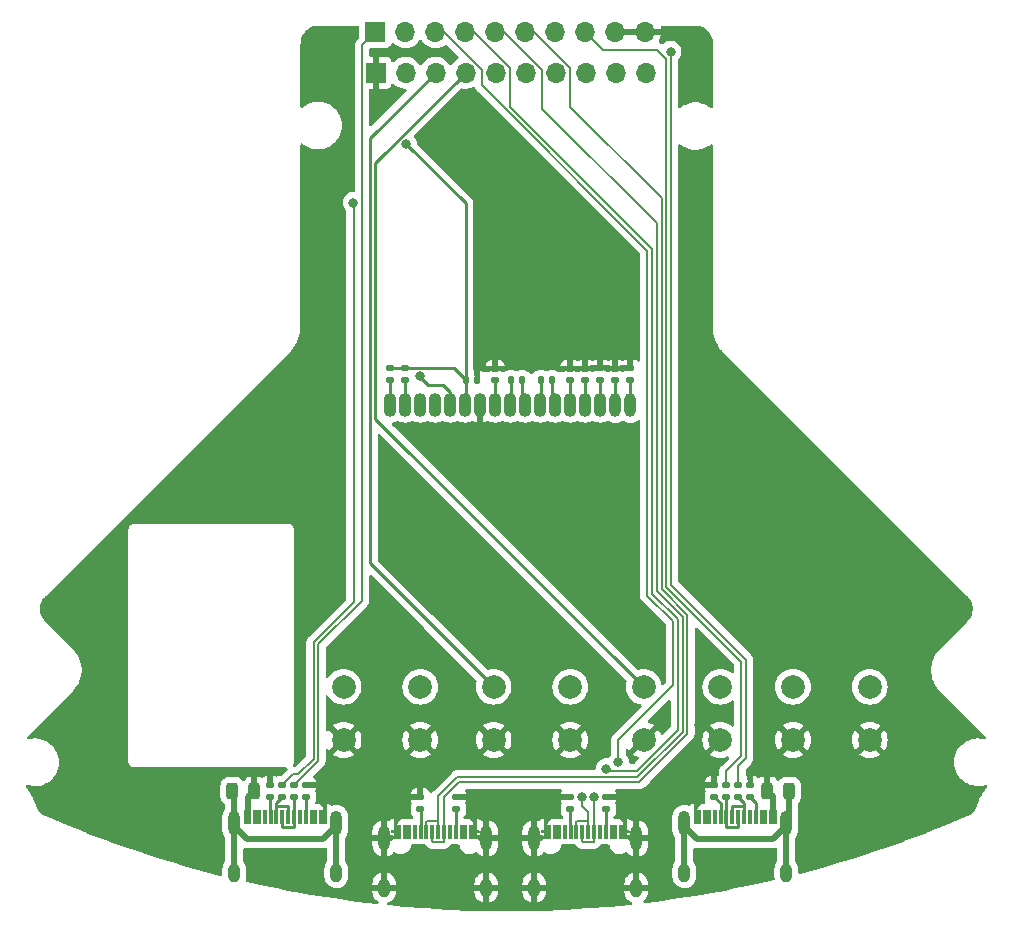
<source format=gbr>
%TF.GenerationSoftware,KiCad,Pcbnew,(6.0.5)*%
%TF.CreationDate,2023-02-26T14:44:20+09:00*%
%TF.ProjectId,IO_Board,494f5f42-6f61-4726-942e-6b696361645f,rev?*%
%TF.SameCoordinates,Original*%
%TF.FileFunction,Copper,L1,Top*%
%TF.FilePolarity,Positive*%
%FSLAX46Y46*%
G04 Gerber Fmt 4.6, Leading zero omitted, Abs format (unit mm)*
G04 Created by KiCad (PCBNEW (6.0.5)) date 2023-02-26 14:44:20*
%MOMM*%
%LPD*%
G01*
G04 APERTURE LIST*
G04 Aperture macros list*
%AMRoundRect*
0 Rectangle with rounded corners*
0 $1 Rounding radius*
0 $2 $3 $4 $5 $6 $7 $8 $9 X,Y pos of 4 corners*
0 Add a 4 corners polygon primitive as box body*
4,1,4,$2,$3,$4,$5,$6,$7,$8,$9,$2,$3,0*
0 Add four circle primitives for the rounded corners*
1,1,$1+$1,$2,$3*
1,1,$1+$1,$4,$5*
1,1,$1+$1,$6,$7*
1,1,$1+$1,$8,$9*
0 Add four rect primitives between the rounded corners*
20,1,$1+$1,$2,$3,$4,$5,0*
20,1,$1+$1,$4,$5,$6,$7,0*
20,1,$1+$1,$6,$7,$8,$9,0*
20,1,$1+$1,$8,$9,$2,$3,0*%
G04 Aperture macros list end*
%TA.AperFunction,ComponentPad*%
%ADD10C,2.000000*%
%TD*%
%TA.AperFunction,SMDPad,CuDef*%
%ADD11RoundRect,0.135000X0.185000X-0.135000X0.185000X0.135000X-0.185000X0.135000X-0.185000X-0.135000X0*%
%TD*%
%TA.AperFunction,SMDPad,CuDef*%
%ADD12RoundRect,0.243750X0.243750X0.456250X-0.243750X0.456250X-0.243750X-0.456250X0.243750X-0.456250X0*%
%TD*%
%TA.AperFunction,SMDPad,CuDef*%
%ADD13RoundRect,0.135000X-0.185000X0.135000X-0.185000X-0.135000X0.185000X-0.135000X0.185000X0.135000X0*%
%TD*%
%TA.AperFunction,SMDPad,CuDef*%
%ADD14RoundRect,0.140000X-0.170000X0.140000X-0.170000X-0.140000X0.170000X-0.140000X0.170000X0.140000X0*%
%TD*%
%TA.AperFunction,SMDPad,CuDef*%
%ADD15RoundRect,0.140000X-0.140000X-0.170000X0.140000X-0.170000X0.140000X0.170000X-0.140000X0.170000X0*%
%TD*%
%TA.AperFunction,SMDPad,CuDef*%
%ADD16RoundRect,0.140000X0.140000X0.170000X-0.140000X0.170000X-0.140000X-0.170000X0.140000X-0.170000X0*%
%TD*%
%TA.AperFunction,SMDPad,CuDef*%
%ADD17R,0.300000X1.150000*%
%TD*%
%TA.AperFunction,ComponentPad*%
%ADD18O,1.000000X1.600000*%
%TD*%
%TA.AperFunction,ComponentPad*%
%ADD19O,1.000000X2.100000*%
%TD*%
%TA.AperFunction,SMDPad,CuDef*%
%ADD20RoundRect,0.243750X-0.243750X-0.456250X0.243750X-0.456250X0.243750X0.456250X-0.243750X0.456250X0*%
%TD*%
%TA.AperFunction,ComponentPad*%
%ADD21O,1.100000X2.000000*%
%TD*%
%TA.AperFunction,ComponentPad*%
%ADD22O,1.000000X2.000000*%
%TD*%
%TA.AperFunction,ComponentPad*%
%ADD23R,1.700000X1.700000*%
%TD*%
%TA.AperFunction,ComponentPad*%
%ADD24O,1.700000X1.700000*%
%TD*%
%TA.AperFunction,ViaPad*%
%ADD25C,0.800000*%
%TD*%
%TA.AperFunction,Conductor*%
%ADD26C,0.500000*%
%TD*%
%TA.AperFunction,Conductor*%
%ADD27C,0.250000*%
%TD*%
%TA.AperFunction,Conductor*%
%ADD28C,0.200000*%
%TD*%
G04 APERTURE END LIST*
D10*
%TO.P,START,1*%
%TO.N,GND*%
X150980000Y-137160000D03*
X157480000Y-137160000D03*
%TO.P,START,2*%
%TO.N,Start*%
X150980000Y-132660000D03*
X157480000Y-132660000D03*
%TD*%
D11*
%TO.P,R2,1*%
%TO.N,Net-(J1-PadA5)*%
X144780000Y-143004000D03*
%TO.P,R2,2*%
%TO.N,GND*%
X144780000Y-141984000D03*
%TD*%
D12*
%TO.P,FB2,1*%
%TO.N,GND*%
X130731500Y-141478000D03*
%TO.P,FB2,2*%
%TO.N,Net-(FB2-Pad2)*%
X128856500Y-141478000D03*
%TD*%
D13*
%TO.P,R12,1*%
%TO.N,GND*%
X132080000Y-140968000D03*
%TO.P,R12,2*%
%TO.N,Net-(J7-PadA5)*%
X132080000Y-141988000D03*
%TD*%
%TO.P,R14,1*%
%TO.N,Line D-*%
X133096000Y-140968000D03*
%TO.P,R14,2*%
%TO.N,Net-(J7-PadA7)*%
X133096000Y-141988000D03*
%TD*%
%TO.P,R1,1*%
%TO.N,+3V3*%
X143510000Y-105662000D03*
%TO.P,R1,2*%
%TO.N,Net-(J6-Pad2)*%
X143510000Y-106682000D03*
%TD*%
D14*
%TO.P,C3,1*%
%TO.N,GND*%
X151130000Y-105720000D03*
%TO.P,C3,2*%
%TO.N,Net-(C3-Pad2)*%
X151130000Y-106680000D03*
%TD*%
D11*
%TO.P,R6,1*%
%TO.N,Net-(J4-PadA5)*%
X157480000Y-143004000D03*
%TO.P,R6,2*%
%TO.N,GND*%
X157480000Y-141984000D03*
%TD*%
D14*
%TO.P,C10,1*%
%TO.N,GND*%
X160020000Y-105692000D03*
%TO.P,C10,2*%
%TO.N,Net-(C10-Pad2)*%
X160020000Y-106652000D03*
%TD*%
D10*
%TO.P,STOP,1*%
%TO.N,GND*%
X170180000Y-137160000D03*
X163680000Y-137160000D03*
%TO.P,STOP,2*%
%TO.N,Stop*%
X170180000Y-132660000D03*
X163680000Y-132660000D03*
%TD*%
D15*
%TO.P,C6,1*%
%TO.N,Net-(C6-Pad1)*%
X154968000Y-106680000D03*
%TO.P,C6,2*%
%TO.N,Net-(C6-Pad2)*%
X155928000Y-106680000D03*
%TD*%
D16*
%TO.P,C4,1*%
%TO.N,GND*%
X149578000Y-106680000D03*
%TO.P,C4,2*%
%TO.N,+3V3*%
X148618000Y-106680000D03*
%TD*%
D14*
%TO.P,C11,1*%
%TO.N,GND*%
X161290000Y-105720000D03*
%TO.P,C11,2*%
%TO.N,Net-(C11-Pad2)*%
X161290000Y-106680000D03*
%TD*%
D13*
%TO.P,R9,1*%
%TO.N,GND*%
X172720000Y-140968000D03*
%TO.P,R9,2*%
%TO.N,Net-(J2-PadB5)*%
X172720000Y-141988000D03*
%TD*%
D14*
%TO.P,C12,1*%
%TO.N,GND*%
X162560000Y-105692000D03*
%TO.P,C12,2*%
%TO.N,Net-(C12-Pad2)*%
X162560000Y-106652000D03*
%TD*%
D17*
%TO.P,J4,A1,GND*%
%TO.N,GND*%
X155400000Y-144920000D03*
%TO.P,J4,A4,VBUS*%
%TO.N,unconnected-(J4-PadA4)*%
X156200000Y-144920000D03*
%TO.P,J4,A5,CC1*%
%TO.N,Net-(J4-PadA5)*%
X157500000Y-144920000D03*
%TO.P,J4,A6,D+*%
%TO.N,Cam D+*%
X158500000Y-144920000D03*
%TO.P,J4,A7,D-*%
%TO.N,Cam D-*%
X159000000Y-144920000D03*
%TO.P,J4,A8,SBU1*%
%TO.N,unconnected-(J4-PadA8)*%
X160000000Y-144920000D03*
%TO.P,J4,A9,VBUS*%
%TO.N,unconnected-(J4-PadA4)*%
X161300000Y-144920000D03*
%TO.P,J4,A12,GND*%
%TO.N,GND*%
X162100000Y-144920000D03*
%TO.P,J4,B1,GND*%
X161800000Y-144920000D03*
%TO.P,J4,B4,VBUS*%
%TO.N,unconnected-(J4-PadA4)*%
X161000000Y-144920000D03*
%TO.P,J4,B5,CC2*%
%TO.N,Net-(J4-PadB5)*%
X160500000Y-144920000D03*
%TO.P,J4,B6,D+*%
%TO.N,Cam D+*%
X159500000Y-144920000D03*
%TO.P,J4,B7,D-*%
%TO.N,Cam D-*%
X158000000Y-144920000D03*
%TO.P,J4,B8,SBU2*%
%TO.N,unconnected-(J4-PadB8)*%
X157000000Y-144920000D03*
%TO.P,J4,B9,VBUS*%
%TO.N,unconnected-(J4-PadA4)*%
X156500000Y-144920000D03*
%TO.P,J4,B12,GND*%
%TO.N,GND*%
X155700000Y-144920000D03*
D18*
%TO.P,J4,S1,SHIELD*%
X154430000Y-149665000D03*
D19*
X154430000Y-145485000D03*
X163070000Y-145485000D03*
D18*
X163070000Y-149665000D03*
%TD*%
D17*
%TO.P,J2,A1,GND*%
%TO.N,GND*%
X168100000Y-143650000D03*
%TO.P,J2,A4,VBUS*%
%TO.N,unconnected-(J2-PadA4)*%
X168900000Y-143650000D03*
%TO.P,J2,A5,CC1*%
%TO.N,Net-(J2-PadA5)*%
X170200000Y-143650000D03*
%TO.P,J2,A6,D+*%
%TO.N,Net-(J2-PadA6)*%
X171200000Y-143650000D03*
%TO.P,J2,A7,D-*%
%TO.N,Net-(J2-PadA7)*%
X171700000Y-143650000D03*
%TO.P,J2,A8,SBU1*%
%TO.N,unconnected-(J2-PadA8)*%
X172700000Y-143650000D03*
%TO.P,J2,A9,VBUS*%
%TO.N,unconnected-(J2-PadA4)*%
X174000000Y-143650000D03*
%TO.P,J2,A12,GND*%
%TO.N,GND*%
X174800000Y-143650000D03*
%TO.P,J2,B1,GND*%
X174500000Y-143650000D03*
%TO.P,J2,B4,VBUS*%
%TO.N,unconnected-(J2-PadA4)*%
X173700000Y-143650000D03*
%TO.P,J2,B5,CC2*%
%TO.N,Net-(J2-PadB5)*%
X173200000Y-143650000D03*
%TO.P,J2,B6,D+*%
%TO.N,Net-(J2-PadA6)*%
X172200000Y-143650000D03*
%TO.P,J2,B7,D-*%
%TO.N,Net-(J2-PadA7)*%
X170700000Y-143650000D03*
%TO.P,J2,B8,SBU2*%
%TO.N,unconnected-(J2-PadB8)*%
X169700000Y-143650000D03*
%TO.P,J2,B9,VBUS*%
%TO.N,unconnected-(J2-PadA4)*%
X169200000Y-143650000D03*
%TO.P,J2,B12,GND*%
%TO.N,GND*%
X168400000Y-143650000D03*
D18*
%TO.P,J2,S1,SHIELD*%
%TO.N,Net-(FB1-Pad2)*%
X175770000Y-148395000D03*
D19*
X175770000Y-144215000D03*
D18*
X167130000Y-148395000D03*
D19*
X167130000Y-144215000D03*
%TD*%
D13*
%TO.P,R13,1*%
%TO.N,GND*%
X135128000Y-140968000D03*
%TO.P,R13,2*%
%TO.N,Net-(J7-PadB5)*%
X135128000Y-141988000D03*
%TD*%
%TO.P,R10,1*%
%TO.N,IR D-*%
X170688000Y-140968000D03*
%TO.P,R10,2*%
%TO.N,Net-(J2-PadA7)*%
X170688000Y-141988000D03*
%TD*%
D20*
%TO.P,FB1,1*%
%TO.N,GND*%
X174147000Y-141478000D03*
%TO.P,FB1,2*%
%TO.N,Net-(FB1-Pad2)*%
X176022000Y-141478000D03*
%TD*%
D14*
%TO.P,C7,1*%
%TO.N,GND*%
X157452000Y-105720000D03*
%TO.P,C7,2*%
%TO.N,Net-(C7-Pad2)*%
X157452000Y-106680000D03*
%TD*%
D21*
%TO.P,J6,1,Pin_1*%
%TO.N,CS*%
X142240000Y-108785000D03*
%TO.P,J6,2,Pin_2*%
%TO.N,Net-(J6-Pad2)*%
X143510000Y-108785000D03*
%TO.P,J6,3,Pin_3*%
%TO.N,RS*%
X144780000Y-108785000D03*
%TO.P,J6,4,Pin_4*%
%TO.N,SCK*%
X146050000Y-108785000D03*
%TO.P,J6,5,Pin_5*%
%TO.N,MOSI*%
X147320000Y-108785000D03*
%TO.P,J6,6,Pin_6*%
%TO.N,+3V3*%
X148590000Y-108785000D03*
%TO.P,J6,7,Pin_7*%
%TO.N,GND*%
X149860000Y-108785000D03*
%TO.P,J6,8,Pin_8*%
%TO.N,Net-(C3-Pad2)*%
X151130000Y-108785000D03*
%TO.P,J6,9,Pin_9*%
%TO.N,Net-(C5-Pad1)*%
X152400000Y-108785000D03*
%TO.P,J6,10,Pin_10*%
%TO.N,Net-(C5-Pad2)*%
X153670000Y-108785000D03*
%TO.P,J6,11,Pin_11*%
%TO.N,Net-(C6-Pad1)*%
X154940000Y-108785000D03*
%TO.P,J6,12,Pin_12*%
%TO.N,Net-(C6-Pad2)*%
X156210000Y-108785000D03*
%TO.P,J6,13,Pin_13*%
%TO.N,Net-(C7-Pad2)*%
X157480000Y-108785000D03*
%TO.P,J6,14,Pin_14*%
%TO.N,Net-(C8-Pad2)*%
X158750000Y-108785000D03*
%TO.P,J6,15,Pin_15*%
%TO.N,Net-(C10-Pad2)*%
X160020000Y-108785000D03*
D22*
%TO.P,J6,16,Pin_16*%
%TO.N,Net-(C11-Pad2)*%
X161290000Y-108795000D03*
%TO.P,J6,17,Pin_17*%
%TO.N,Net-(C12-Pad2)*%
X162560000Y-108795000D03*
%TD*%
D17*
%TO.P,J1,A1,GND*%
%TO.N,GND*%
X142700000Y-144920000D03*
%TO.P,J1,A4,VBUS*%
%TO.N,unconnected-(J1-PadA4)*%
X143500000Y-144920000D03*
%TO.P,J1,A5,CC1*%
%TO.N,Net-(J1-PadA5)*%
X144800000Y-144920000D03*
%TO.P,J1,A6,D+*%
%TO.N,Teensy D+*%
X145800000Y-144920000D03*
%TO.P,J1,A7,D-*%
%TO.N,Teensy D-*%
X146300000Y-144920000D03*
%TO.P,J1,A8,SBU1*%
%TO.N,unconnected-(J1-PadA8)*%
X147300000Y-144920000D03*
%TO.P,J1,A9,VBUS*%
%TO.N,unconnected-(J1-PadA4)*%
X148600000Y-144920000D03*
%TO.P,J1,A12,GND*%
%TO.N,GND*%
X149400000Y-144920000D03*
%TO.P,J1,B1,GND*%
X149100000Y-144920000D03*
%TO.P,J1,B4,VBUS*%
%TO.N,unconnected-(J1-PadA4)*%
X148300000Y-144920000D03*
%TO.P,J1,B5,CC2*%
%TO.N,Net-(J1-PadB5)*%
X147800000Y-144920000D03*
%TO.P,J1,B6,D+*%
%TO.N,Teensy D+*%
X146800000Y-144920000D03*
%TO.P,J1,B7,D-*%
%TO.N,Teensy D-*%
X145300000Y-144920000D03*
%TO.P,J1,B8,SBU2*%
%TO.N,unconnected-(J1-PadB8)*%
X144300000Y-144920000D03*
%TO.P,J1,B9,VBUS*%
%TO.N,unconnected-(J1-PadA4)*%
X143800000Y-144920000D03*
%TO.P,J1,B12,GND*%
%TO.N,GND*%
X143000000Y-144920000D03*
D19*
%TO.P,J1,S1,SHIELD*%
X150370000Y-145485000D03*
X141730000Y-145485000D03*
D18*
X150370000Y-149665000D03*
X141730000Y-149665000D03*
%TD*%
D13*
%TO.P,R5,1*%
%TO.N,IR D+*%
X171704000Y-140968000D03*
%TO.P,R5,2*%
%TO.N,Net-(J2-PadA6)*%
X171704000Y-141988000D03*
%TD*%
%TO.P,R8,1*%
%TO.N,GND*%
X169672000Y-140968000D03*
%TO.P,R8,2*%
%TO.N,Net-(J2-PadA5)*%
X169672000Y-141988000D03*
%TD*%
D15*
%TO.P,C5,1*%
%TO.N,Net-(C5-Pad1)*%
X152428000Y-106680000D03*
%TO.P,C5,2*%
%TO.N,Net-(C5-Pad2)*%
X153388000Y-106680000D03*
%TD*%
D10*
%TO.P,L,1*%
%TO.N,GND*%
X138280000Y-137160000D03*
X144780000Y-137160000D03*
%TO.P,L,2*%
%TO.N,L*%
X144780000Y-132660000D03*
X138280000Y-132660000D03*
%TD*%
%TO.P,R,1*%
%TO.N,GND*%
X176328000Y-137160000D03*
X182828000Y-137160000D03*
%TO.P,R,2*%
%TO.N,R*%
X182828000Y-132660000D03*
X176328000Y-132660000D03*
%TD*%
D23*
%TO.P,J3,1,Pin_1*%
%TO.N,GND*%
X140985000Y-80670400D03*
D24*
%TO.P,J3,2,Pin_2*%
%TO.N,+3V3*%
X143525000Y-80670400D03*
%TO.P,J3,3,Pin_3*%
%TO.N,Start*%
X146065000Y-80670400D03*
%TO.P,J3,4,Pin_4*%
%TO.N,Stop*%
X148605000Y-80670400D03*
%TO.P,J3,5,Pin_5*%
%TO.N,R*%
X151145000Y-80670400D03*
%TO.P,J3,6,Pin_6*%
%TO.N,L*%
X153685000Y-80670400D03*
%TO.P,J3,7,Pin_7*%
%TO.N,CS*%
X156225000Y-80670400D03*
%TO.P,J3,8,Pin_8*%
%TO.N,MOSI*%
X158765000Y-80670400D03*
%TO.P,J3,9,Pin_9*%
%TO.N,RS*%
X161305000Y-80670400D03*
%TO.P,J3,10,Pin_10*%
%TO.N,SCK*%
X163845000Y-80670400D03*
%TD*%
D11*
%TO.P,R3,1*%
%TO.N,Net-(J1-PadB5)*%
X147828000Y-143004000D03*
%TO.P,R3,2*%
%TO.N,GND*%
X147828000Y-141984000D03*
%TD*%
D17*
%TO.P,J7,A1,GND*%
%TO.N,GND*%
X130000000Y-143650000D03*
%TO.P,J7,A4,VBUS*%
%TO.N,unconnected-(J7-PadA4)*%
X130800000Y-143650000D03*
%TO.P,J7,A5,CC1*%
%TO.N,Net-(J7-PadA5)*%
X132100000Y-143650000D03*
%TO.P,J7,A6,D+*%
%TO.N,Net-(J7-PadA6)*%
X133100000Y-143650000D03*
%TO.P,J7,A7,D-*%
%TO.N,Net-(J7-PadA7)*%
X133600000Y-143650000D03*
%TO.P,J7,A8,SBU1*%
%TO.N,unconnected-(J7-PadA8)*%
X134600000Y-143650000D03*
%TO.P,J7,A9,VBUS*%
%TO.N,unconnected-(J7-PadA4)*%
X135900000Y-143650000D03*
%TO.P,J7,A12,GND*%
%TO.N,GND*%
X136700000Y-143650000D03*
%TO.P,J7,B1,GND*%
X136400000Y-143650000D03*
%TO.P,J7,B4,VBUS*%
%TO.N,unconnected-(J7-PadA4)*%
X135600000Y-143650000D03*
%TO.P,J7,B5,CC2*%
%TO.N,Net-(J7-PadB5)*%
X135100000Y-143650000D03*
%TO.P,J7,B6,D+*%
%TO.N,Net-(J7-PadA6)*%
X134100000Y-143650000D03*
%TO.P,J7,B7,D-*%
%TO.N,Net-(J7-PadA7)*%
X132600000Y-143650000D03*
%TO.P,J7,B8,SBU2*%
%TO.N,unconnected-(J7-PadB8)*%
X131600000Y-143650000D03*
%TO.P,J7,B9,VBUS*%
%TO.N,unconnected-(J7-PadA4)*%
X131100000Y-143650000D03*
%TO.P,J7,B12,GND*%
%TO.N,GND*%
X130300000Y-143650000D03*
D19*
%TO.P,J7,S1,SHIELD*%
%TO.N,Net-(FB2-Pad2)*%
X129030000Y-144215000D03*
D18*
X129030000Y-148395000D03*
D19*
X137670000Y-144215000D03*
D18*
X137670000Y-148395000D03*
%TD*%
D11*
%TO.P,R7,1*%
%TO.N,Net-(J4-PadB5)*%
X160528000Y-143004000D03*
%TO.P,R7,2*%
%TO.N,GND*%
X160528000Y-141984000D03*
%TD*%
D23*
%TO.P,J5,1,Pin_1*%
%TO.N,Line D+*%
X140980000Y-77216000D03*
D24*
%TO.P,J5,2,Pin_2*%
%TO.N,Line D-*%
X143520000Y-77216000D03*
%TO.P,J5,3,Pin_3*%
%TO.N,Cam D+*%
X146060000Y-77216000D03*
%TO.P,J5,4,Pin_4*%
%TO.N,Cam D-*%
X148600000Y-77216000D03*
%TO.P,J5,5,Pin_5*%
%TO.N,Teensy D-*%
X151140000Y-77216000D03*
%TO.P,J5,6,Pin_6*%
%TO.N,Teensy D+*%
X153680000Y-77216000D03*
%TO.P,J5,7,Pin_7*%
%TO.N,IR D+*%
X156220000Y-77216000D03*
%TO.P,J5,8,Pin_8*%
%TO.N,IR D-*%
X158760000Y-77216000D03*
%TO.P,J5,9,Pin_9*%
%TO.N,GND*%
X161300000Y-77216000D03*
%TO.P,J5,10,Pin_10*%
X163840000Y-77216000D03*
%TD*%
D14*
%TO.P,C8,1*%
%TO.N,GND*%
X158750000Y-105720000D03*
%TO.P,C8,2*%
%TO.N,Net-(C8-Pad2)*%
X158750000Y-106680000D03*
%TD*%
D13*
%TO.P,R11,1*%
%TO.N,Line D+*%
X134112000Y-140968000D03*
%TO.P,R11,2*%
%TO.N,Net-(J7-PadA6)*%
X134112000Y-141988000D03*
%TD*%
D11*
%TO.P,R4,1*%
%TO.N,CS*%
X142240000Y-106682000D03*
%TO.P,R4,2*%
%TO.N,+3V3*%
X142240000Y-105662000D03*
%TD*%
D25*
%TO.N,GND*%
X162560000Y-96266000D03*
X156464000Y-103886000D03*
X173736000Y-137160000D03*
X141605000Y-136525000D03*
X164846000Y-130556000D03*
X160528000Y-127508000D03*
X165354000Y-135890000D03*
X162306000Y-119634000D03*
X150876000Y-130048000D03*
X164846000Y-127508000D03*
X147828000Y-137160000D03*
X139700000Y-130302000D03*
X168148000Y-81534000D03*
X134874000Y-128016000D03*
X160528000Y-132588000D03*
X114300000Y-125984000D03*
X139700000Y-142494000D03*
X160020000Y-137160000D03*
X162560000Y-110998000D03*
X150114000Y-103886000D03*
X134620000Y-138176000D03*
X153162000Y-110998000D03*
X165100000Y-142494000D03*
X168656000Y-129032000D03*
X135890000Y-78105000D03*
X156464000Y-89916000D03*
X147320000Y-88265000D03*
X149860000Y-96266000D03*
X168275000Y-78105000D03*
X156464000Y-96266000D03*
X175006000Y-114300000D03*
X140970000Y-124714000D03*
X141605000Y-112395000D03*
X167386000Y-123444000D03*
X143764000Y-110998000D03*
X154305000Y-136525000D03*
X179578000Y-136144000D03*
X168148000Y-88900000D03*
X136144000Y-81788000D03*
X142240000Y-121285000D03*
X129286000Y-114300000D03*
X162560000Y-103886000D03*
X147828000Y-132588000D03*
X151130000Y-84455000D03*
X173736000Y-132588000D03*
X136144000Y-88392000D03*
X152146000Y-123190000D03*
X168148000Y-102108000D03*
X140970000Y-78994000D03*
X152400000Y-142494000D03*
X168402000Y-135890000D03*
X188976000Y-125984000D03*
X153162000Y-119380000D03*
%TO.N,+3V3*%
X143597999Y-86701999D03*
%TO.N,Line D-*%
X139116395Y-91674406D03*
%TO.N,Cam D+*%
X159512000Y-141986000D03*
X161544000Y-139070494D03*
%TO.N,Cam D-*%
X160528000Y-139616980D03*
X158496000Y-141986000D03*
%TO.N,MOSI*%
X144780000Y-106386500D03*
%TO.N,IR D+*%
X165975622Y-78880378D03*
%TD*%
D26*
%TO.N,GND*%
X174599511Y-141930511D02*
X174599511Y-143650000D01*
X130731500Y-141478000D02*
X130200489Y-142009011D01*
X174147000Y-141478000D02*
X174599511Y-141930511D01*
X130200489Y-142009011D02*
X130200489Y-143650000D01*
D27*
%TO.N,Net-(C3-Pad2)*%
X151130000Y-106680000D02*
X151130000Y-108285000D01*
%TO.N,+3V3*%
X148618000Y-106680000D02*
X148618000Y-91722000D01*
X143510000Y-105662000D02*
X147600000Y-105662000D01*
X147600000Y-105662000D02*
X148618000Y-106680000D01*
X142240000Y-105662000D02*
X143510000Y-105662000D01*
X148618000Y-91722000D02*
X143597999Y-86701999D01*
X148618000Y-106680000D02*
X148618000Y-108257000D01*
X148618000Y-108257000D02*
X148590000Y-108285000D01*
%TO.N,Net-(C5-Pad1)*%
X152428000Y-108257000D02*
X152400000Y-108285000D01*
X152428000Y-106680000D02*
X152428000Y-108257000D01*
%TO.N,Net-(C5-Pad2)*%
X153388000Y-108003000D02*
X153670000Y-108285000D01*
X153388000Y-106680000D02*
X153388000Y-108003000D01*
%TO.N,Net-(C6-Pad1)*%
X154968000Y-106680000D02*
X154968000Y-108257000D01*
X154968000Y-108257000D02*
X154940000Y-108285000D01*
%TO.N,Net-(C6-Pad2)*%
X155928000Y-108003000D02*
X156210000Y-108285000D01*
X155928000Y-106680000D02*
X155928000Y-108003000D01*
%TO.N,Net-(C7-Pad2)*%
X157452000Y-106680000D02*
X157452000Y-108257000D01*
X157452000Y-108257000D02*
X157480000Y-108285000D01*
%TO.N,Net-(C8-Pad2)*%
X158750000Y-106680000D02*
X158750000Y-108285000D01*
%TO.N,Net-(C10-Pad2)*%
X160020000Y-106652000D02*
X160020000Y-108285000D01*
%TO.N,Net-(C11-Pad2)*%
X161290000Y-106680000D02*
X161290000Y-108295000D01*
%TO.N,Net-(C12-Pad2)*%
X162560000Y-106652000D02*
X162560000Y-108295000D01*
%TO.N,Net-(J1-PadA5)*%
X144825489Y-145288000D02*
X144800000Y-145262511D01*
X144780000Y-143004000D02*
X144825489Y-143049489D01*
X144825489Y-143049489D02*
X144825489Y-145288000D01*
X144800000Y-145262511D02*
X144800000Y-144920000D01*
D28*
%TO.N,Teensy D+*%
X146800000Y-145744022D02*
X146749511Y-145794511D01*
X146749511Y-145794511D02*
X145850489Y-145794511D01*
X145800000Y-145744022D02*
X145800000Y-144920000D01*
X157480000Y-83566000D02*
X165208480Y-91294480D01*
X153680000Y-77216000D02*
X154396255Y-77216000D01*
X167386000Y-136652000D02*
X163322000Y-140716000D01*
X146800000Y-141998000D02*
X146800000Y-144920000D01*
X145850489Y-145794511D02*
X145800000Y-145744022D01*
X157480000Y-80299745D02*
X157480000Y-83566000D01*
X167386000Y-126549006D02*
X167386000Y-136652000D01*
X163322000Y-140716000D02*
X148082000Y-140716000D01*
X165208481Y-124371487D02*
X167386000Y-126549006D01*
X148082000Y-140716000D02*
X146800000Y-141998000D01*
X154396255Y-77216000D02*
X157480000Y-80299745D01*
X146800000Y-144920000D02*
X146800000Y-145744022D01*
X165208480Y-91294480D02*
X165208481Y-124371487D01*
%TO.N,Teensy D-*%
X155075489Y-83701489D02*
X164808960Y-93434960D01*
X166986480Y-136486514D02*
X163156514Y-140316480D01*
X145300000Y-144920000D02*
X145300000Y-144095978D01*
X146300000Y-144095978D02*
X146300000Y-144920000D01*
X164808962Y-124536974D02*
X166986480Y-126714492D01*
X151856255Y-77216000D02*
X155075489Y-80435234D01*
X155075489Y-80435234D02*
X155075489Y-83701489D01*
X163156514Y-140316480D02*
X147916513Y-140316481D01*
X164808960Y-93434960D02*
X164808960Y-122973040D01*
X145350489Y-144045489D02*
X146249511Y-144045489D01*
X146249511Y-144045489D02*
X146300000Y-144095978D01*
X166986480Y-126714492D02*
X166986480Y-136486514D01*
X145300000Y-144095978D02*
X145350489Y-144045489D01*
X146300000Y-141932994D02*
X146300000Y-144920000D01*
X151140000Y-77216000D02*
X151856255Y-77216000D01*
X164808960Y-122973040D02*
X164808962Y-124536974D01*
X147916513Y-140316481D02*
X146300000Y-141932994D01*
D27*
%TO.N,Net-(J1-PadB5)*%
X147800000Y-143032000D02*
X147800000Y-144920000D01*
X147828000Y-143004000D02*
X147800000Y-143032000D01*
D28*
%TO.N,Line D+*%
X136144000Y-138936000D02*
X134112000Y-140968000D01*
X139835489Y-78360511D02*
X139835489Y-125370431D01*
X136144000Y-129061920D02*
X136144000Y-138936000D01*
X139835489Y-125370431D02*
X136144000Y-129061920D01*
X140980000Y-77216000D02*
X139835489Y-78360511D01*
%TO.N,Line D-*%
X134463497Y-140051497D02*
X134012503Y-140051497D01*
X139135989Y-91694000D02*
X139135989Y-125504925D01*
X134012503Y-140051497D02*
X133096000Y-140968000D01*
X139116395Y-91674406D02*
X139135989Y-91694000D01*
X135744480Y-138770514D02*
X134463497Y-140051497D01*
X135744481Y-128896433D02*
X135744480Y-138770514D01*
X139135989Y-125504925D02*
X135744481Y-128896433D01*
%TO.N,Cam D+*%
X159500000Y-145744022D02*
X159500000Y-144920000D01*
X159500000Y-144920000D02*
X159500000Y-141998000D01*
X146776255Y-77216000D02*
X149995489Y-80435234D01*
X166187440Y-127128446D02*
X166187440Y-132516560D01*
X166187440Y-132516560D02*
X161544000Y-137160000D01*
X149995489Y-80435234D02*
X149995489Y-81726495D01*
X159500000Y-141998000D02*
X159512000Y-141986000D01*
X161544000Y-137160000D02*
X161544000Y-139070494D01*
X159449511Y-145794511D02*
X159500000Y-145744022D01*
X158500000Y-144920000D02*
X158500000Y-145744022D01*
X149995489Y-81726495D02*
X164009921Y-95740927D01*
X164009921Y-124950927D02*
X166187440Y-127128446D01*
X146060000Y-77216000D02*
X146776255Y-77216000D01*
X158550489Y-145794511D02*
X159449511Y-145794511D01*
X164009921Y-95740927D02*
X164009921Y-124950927D01*
X158500000Y-145744022D02*
X158550489Y-145794511D01*
%TO.N,Cam D-*%
X164409440Y-124785440D02*
X166586960Y-126962960D01*
X158949511Y-144045489D02*
X158050489Y-144045489D01*
X159000000Y-144920000D02*
X159000000Y-144095978D01*
X166586960Y-136321028D02*
X163137994Y-139769994D01*
X148600000Y-77216000D02*
X149316255Y-77216000D01*
X158000000Y-144920000D02*
X158000000Y-144095978D01*
X149316255Y-77216000D02*
X152400000Y-80299745D01*
X158000000Y-144095978D02*
X158050489Y-144045489D01*
X164409440Y-95575440D02*
X164409440Y-124785440D01*
X152400000Y-83566000D02*
X164409440Y-95575440D01*
X158496000Y-141986000D02*
X158496000Y-142756000D01*
X166586960Y-126962960D02*
X166586960Y-136321028D01*
X159000000Y-144095978D02*
X158949511Y-144045489D01*
X159000000Y-143260000D02*
X159000000Y-144920000D01*
X158050489Y-144045489D02*
X158777489Y-144045489D01*
X163137994Y-139769994D02*
X160681014Y-139769994D01*
X152400000Y-80299745D02*
X152400000Y-83566000D01*
X160681014Y-139769994D02*
X160528000Y-139616980D01*
X158496000Y-142756000D02*
X159000000Y-143260000D01*
D27*
%TO.N,Net-(J4-PadA5)*%
X157480000Y-144900000D02*
X157500000Y-144920000D01*
X157480000Y-143004000D02*
X157480000Y-144900000D01*
%TO.N,Net-(J4-PadB5)*%
X160528000Y-143004000D02*
X160500000Y-143032000D01*
X160500000Y-143032000D02*
X160500000Y-144920000D01*
%TO.N,CS*%
X142240000Y-106682000D02*
X142240000Y-108285000D01*
%TO.N,MOSI*%
X147320000Y-108285000D02*
X147320000Y-107696000D01*
X144780000Y-106426000D02*
X144780000Y-106386500D01*
X146725500Y-107101500D02*
X145455500Y-107101500D01*
X147320000Y-107696000D02*
X146725500Y-107101500D01*
X145455500Y-107101500D02*
X144780000Y-106426000D01*
D26*
%TO.N,Net-(FB1-Pad2)*%
X175770000Y-148395000D02*
X175770000Y-144215000D01*
X176022000Y-143963000D02*
X175770000Y-144215000D01*
X167130000Y-144215000D02*
X167130000Y-144451050D01*
X176022000Y-141478000D02*
X176022000Y-143963000D01*
X167130000Y-148395000D02*
X167130000Y-144215000D01*
X167130000Y-144451050D02*
X168220950Y-145542000D01*
X168220950Y-145542000D02*
X174679050Y-145542000D01*
X175770000Y-144451050D02*
X175770000Y-144215000D01*
X174679050Y-145542000D02*
X175770000Y-144451050D01*
D27*
%TO.N,Net-(J7-PadA5)*%
X132080000Y-143630000D02*
X132100000Y-143650000D01*
X132080000Y-141988000D02*
X132080000Y-143630000D01*
%TO.N,Net-(J7-PadB5)*%
X135100000Y-142016000D02*
X135100000Y-143650000D01*
X135128000Y-141988000D02*
X135100000Y-142016000D01*
D26*
%TO.N,Net-(FB2-Pad2)*%
X129030000Y-144215000D02*
X129030000Y-148395000D01*
X137670000Y-144215000D02*
X137670000Y-144451050D01*
X130120950Y-145542000D02*
X129030000Y-144451050D01*
X136579050Y-145542000D02*
X130120950Y-145542000D01*
X129030000Y-144451050D02*
X129030000Y-144215000D01*
X137670000Y-144215000D02*
X137670000Y-148395000D01*
X137670000Y-144451050D02*
X136579050Y-145542000D01*
X129030000Y-141651500D02*
X128856500Y-141478000D01*
X129030000Y-144215000D02*
X129030000Y-141651500D01*
D27*
%TO.N,Net-(J2-PadA5)*%
X169672000Y-141988000D02*
X170200000Y-142516000D01*
X170200000Y-142516000D02*
X170200000Y-143650000D01*
%TO.N,Net-(J2-PadA6)*%
X171200000Y-143650000D02*
X171200000Y-142775978D01*
X172200000Y-143650000D02*
X172200000Y-142484000D01*
X171200000Y-142775978D02*
X171225489Y-142750489D01*
X172200000Y-142775978D02*
X172200000Y-143650000D01*
X172174511Y-142750489D02*
X172200000Y-142775978D01*
X172200000Y-142484000D02*
X171704000Y-141988000D01*
X171225489Y-142750489D02*
X172174511Y-142750489D01*
%TO.N,Net-(J2-PadA7)*%
X170688000Y-141988000D02*
X170688000Y-143638000D01*
X171700000Y-144524022D02*
X171700000Y-143650000D01*
X170688000Y-143638000D02*
X170700000Y-143650000D01*
X170725489Y-144549511D02*
X171674511Y-144549511D01*
X171674511Y-144549511D02*
X171700000Y-144524022D01*
X170700000Y-143650000D02*
X170700000Y-144524022D01*
X170700000Y-144524022D02*
X170725489Y-144549511D01*
%TO.N,Net-(J2-PadB5)*%
X173200000Y-142468000D02*
X173200000Y-143650000D01*
X172720000Y-141988000D02*
X173200000Y-142468000D01*
%TO.N,Start*%
X150980000Y-132660000D02*
X140520480Y-122200480D01*
X140520480Y-122200480D02*
X140520480Y-86214920D01*
X140520480Y-86214920D02*
X146065000Y-80670400D01*
%TO.N,Stop*%
X140970000Y-88305400D02*
X148605000Y-80670400D01*
X140970000Y-109950000D02*
X140970000Y-88305400D01*
X163680000Y-132660000D02*
X140970000Y-109950000D01*
D28*
%TO.N,IR D+*%
X166007520Y-124040514D02*
X166007520Y-78912276D01*
X166007520Y-78912276D02*
X165975622Y-78880378D01*
X171704000Y-139376006D02*
X172357520Y-138722486D01*
X172357520Y-138722486D02*
X172357520Y-130390514D01*
X171704000Y-140968000D02*
X171704000Y-139376006D01*
X172357520Y-130390514D02*
X166007520Y-124040514D01*
%TO.N,IR D-*%
X160284000Y-78740000D02*
X158760000Y-77216000D01*
X171958000Y-130556000D02*
X165608000Y-124206000D01*
X165608000Y-124206000D02*
X165608000Y-79502000D01*
X170688000Y-139827000D02*
X171958000Y-138557000D01*
X170688000Y-140968000D02*
X170688000Y-139827000D01*
X171958000Y-138557000D02*
X171958000Y-130556000D01*
X165608000Y-79502000D02*
X164846000Y-78740000D01*
X164846000Y-78740000D02*
X160284000Y-78740000D01*
D27*
%TO.N,Net-(J6-Pad2)*%
X143510000Y-106682000D02*
X143510000Y-108285000D01*
%TO.N,Net-(J7-PadA6)*%
X133125489Y-144549511D02*
X134074511Y-144549511D01*
X133100000Y-143650000D02*
X133100000Y-144524022D01*
X133100000Y-144524022D02*
X133125489Y-144549511D01*
X134112000Y-141988000D02*
X134112000Y-143638000D01*
X134112000Y-143638000D02*
X134100000Y-143650000D01*
X134100000Y-144524022D02*
X134100000Y-143650000D01*
X134074511Y-144549511D02*
X134100000Y-144524022D01*
%TO.N,Net-(J7-PadA7)*%
X133600000Y-142775978D02*
X133574511Y-142750489D01*
X132600000Y-143650000D02*
X132600000Y-142484000D01*
X132600000Y-142760000D02*
X132600000Y-143650000D01*
X132609511Y-142750489D02*
X132600000Y-142760000D01*
X133574511Y-142750489D02*
X132609511Y-142750489D01*
X132600000Y-142484000D02*
X133096000Y-141988000D01*
X133600000Y-143650000D02*
X133600000Y-142775978D01*
%TD*%
%TA.AperFunction,Conductor*%
%TO.N,GND*%
G36*
X141362492Y-111238850D02*
G01*
X141369075Y-111244979D01*
X162205636Y-132081541D01*
X162239662Y-132143853D01*
X162239060Y-132200049D01*
X162185465Y-132423289D01*
X162166835Y-132660000D01*
X162185465Y-132896711D01*
X162186619Y-132901518D01*
X162186620Y-132901524D01*
X162214196Y-133016386D01*
X162240895Y-133127594D01*
X162331760Y-133346963D01*
X162334346Y-133351183D01*
X162453241Y-133545202D01*
X162453245Y-133545208D01*
X162455824Y-133549416D01*
X162610031Y-133729969D01*
X162790584Y-133884176D01*
X162794792Y-133886755D01*
X162794798Y-133886759D01*
X162846231Y-133918277D01*
X162993037Y-134008240D01*
X162997607Y-134010133D01*
X162997611Y-134010135D01*
X163207833Y-134097211D01*
X163212406Y-134099105D01*
X163299924Y-134120116D01*
X163422590Y-134149566D01*
X163484159Y-134184918D01*
X163516842Y-134247945D01*
X163510261Y-134318636D01*
X163482271Y-134361180D01*
X161147766Y-136695685D01*
X161135375Y-136706552D01*
X161110013Y-136726013D01*
X161085526Y-136757925D01*
X161085523Y-136757928D01*
X161012476Y-136853124D01*
X160968672Y-136958876D01*
X160951162Y-137001150D01*
X160935500Y-137120115D01*
X160935500Y-137120120D01*
X160930250Y-137160000D01*
X160931328Y-137168188D01*
X160934422Y-137191690D01*
X160935500Y-137208136D01*
X160935500Y-138340204D01*
X160915498Y-138408325D01*
X160903136Y-138424514D01*
X160809379Y-138528642D01*
X160804960Y-138533550D01*
X160763052Y-138606137D01*
X160739895Y-138646246D01*
X160688513Y-138695239D01*
X160623487Y-138707452D01*
X160623487Y-138708480D01*
X160432513Y-138708480D01*
X160426061Y-138709852D01*
X160426056Y-138709852D01*
X160366620Y-138722486D01*
X160245712Y-138748186D01*
X160239682Y-138750871D01*
X160239681Y-138750871D01*
X160077278Y-138823177D01*
X160077276Y-138823178D01*
X160071248Y-138825862D01*
X160065907Y-138829742D01*
X160065906Y-138829743D01*
X160040694Y-138848061D01*
X159916747Y-138938114D01*
X159912326Y-138943024D01*
X159912325Y-138943025D01*
X159797552Y-139070494D01*
X159788960Y-139080036D01*
X159760023Y-139130157D01*
X159699102Y-139235675D01*
X159693473Y-139245424D01*
X159634458Y-139427052D01*
X159633768Y-139433613D01*
X159633768Y-139433615D01*
X159616790Y-139595151D01*
X159589777Y-139660807D01*
X159531555Y-139701437D01*
X159491480Y-139707980D01*
X148640530Y-139707981D01*
X147964657Y-139707981D01*
X147948211Y-139706903D01*
X147924701Y-139703808D01*
X147916513Y-139702730D01*
X147757662Y-139723643D01*
X147609637Y-139784957D01*
X147568227Y-139816732D01*
X147514450Y-139857996D01*
X147514434Y-139858010D01*
X147489079Y-139877465D01*
X147489076Y-139877468D01*
X147482526Y-139882494D01*
X147477496Y-139889049D01*
X147463061Y-139907860D01*
X147452194Y-139920251D01*
X145903766Y-141468679D01*
X145891375Y-141479546D01*
X145866013Y-141499007D01*
X145841526Y-141530919D01*
X145841523Y-141530922D01*
X145794846Y-141591753D01*
X145774387Y-141618415D01*
X145717049Y-141660282D01*
X145646178Y-141664504D01*
X145584275Y-141629740D01*
X145558789Y-141591753D01*
X145555772Y-141584781D01*
X145481146Y-141458595D01*
X145471499Y-141446159D01*
X145367841Y-141342501D01*
X145355405Y-141332854D01*
X145229222Y-141258230D01*
X145214783Y-141251981D01*
X145072564Y-141210662D01*
X145059977Y-141208363D01*
X145052057Y-141207740D01*
X145036970Y-141210910D01*
X145034000Y-141222374D01*
X145034000Y-142099500D01*
X145013998Y-142167621D01*
X144960342Y-142214114D01*
X144908000Y-142225500D01*
X144539942Y-142225501D01*
X144530012Y-142225501D01*
X144493534Y-142228371D01*
X144487352Y-142230167D01*
X144487347Y-142230168D01*
X144477610Y-142232997D01*
X144442458Y-142238000D01*
X143978100Y-142238000D01*
X143964569Y-142241973D01*
X143963434Y-142249871D01*
X143997981Y-142368783D01*
X144004229Y-142383220D01*
X144031522Y-142429370D01*
X144048982Y-142498187D01*
X144031523Y-142557646D01*
X143999731Y-142611404D01*
X143997520Y-142619015D01*
X143997519Y-142619017D01*
X143983980Y-142665618D01*
X143954371Y-142767534D01*
X143953867Y-142773941D01*
X143953866Y-142773945D01*
X143951693Y-142801556D01*
X143951500Y-142804011D01*
X143951501Y-143203988D01*
X143954371Y-143240466D01*
X143963433Y-143271656D01*
X143994597Y-143378923D01*
X143999731Y-143396596D01*
X144003766Y-143403418D01*
X144003766Y-143403419D01*
X144069560Y-143514671D01*
X144082494Y-143536541D01*
X144155084Y-143609131D01*
X144189110Y-143671443D01*
X144191989Y-143698226D01*
X144191989Y-143713656D01*
X144171987Y-143781777D01*
X144118331Y-143828270D01*
X144079597Y-143838919D01*
X144063606Y-143840656D01*
X144036394Y-143840656D01*
X144027531Y-143839693D01*
X144001533Y-143836869D01*
X144001529Y-143836869D01*
X143998134Y-143836500D01*
X143301866Y-143836500D01*
X143261280Y-143840909D01*
X143234067Y-143840909D01*
X143201483Y-143837369D01*
X143194672Y-143837000D01*
X143168115Y-143837000D01*
X143152876Y-143841475D01*
X143130611Y-143867170D01*
X143130082Y-143866712D01*
X143123318Y-143879100D01*
X143103161Y-143894207D01*
X143103295Y-143894385D01*
X142986739Y-143981739D01*
X142899385Y-144098295D01*
X142848255Y-144234684D01*
X142841500Y-144296866D01*
X142841500Y-144944000D01*
X142821498Y-145012121D01*
X142767842Y-145058614D01*
X142715500Y-145070000D01*
X142428000Y-145070000D01*
X142359879Y-145049998D01*
X142313386Y-144996342D01*
X142302000Y-144944000D01*
X142302000Y-144896000D01*
X142322002Y-144827879D01*
X142375658Y-144781386D01*
X142428000Y-144770000D01*
X142531885Y-144770000D01*
X142547124Y-144765525D01*
X142548329Y-144764135D01*
X142550000Y-144756452D01*
X142550000Y-143855116D01*
X142545525Y-143839877D01*
X142544135Y-143838672D01*
X142536452Y-143837001D01*
X142505331Y-143837001D01*
X142498510Y-143837371D01*
X142447648Y-143842895D01*
X142432396Y-143846521D01*
X142311946Y-143891676D01*
X142296352Y-143900213D01*
X142201542Y-143971269D01*
X142135036Y-143996116D01*
X142088720Y-143990807D01*
X142001309Y-143963750D01*
X141987205Y-143963544D01*
X141984000Y-143970299D01*
X141984000Y-145212885D01*
X141988475Y-145228124D01*
X141989865Y-145229329D01*
X141997548Y-145231000D01*
X142429035Y-145231000D01*
X142497156Y-145251002D01*
X142543649Y-145304658D01*
X142553753Y-145374932D01*
X142525256Y-145438070D01*
X142521515Y-145441607D01*
X142517678Y-145447252D01*
X142517677Y-145447254D01*
X142474391Y-145510947D01*
X142419723Y-145591388D01*
X142392363Y-145659794D01*
X142348496Y-145715613D01*
X142275375Y-145739000D01*
X142002115Y-145739000D01*
X141986876Y-145743475D01*
X141985671Y-145744865D01*
X141984000Y-145752548D01*
X141984000Y-146992924D01*
X141987973Y-147006455D01*
X141995768Y-147007575D01*
X142103521Y-146975862D01*
X142114889Y-146971269D01*
X142279154Y-146885393D01*
X142289415Y-146878679D01*
X142433873Y-146762532D01*
X142442634Y-146753953D01*
X142502336Y-146682803D01*
X142561445Y-146643477D01*
X142632433Y-146642351D01*
X142675386Y-146663699D01*
X142720257Y-146698006D01*
X142720261Y-146698009D01*
X142725678Y-146702150D01*
X142812372Y-146742576D01*
X142883631Y-146775805D01*
X142883634Y-146775806D01*
X142889808Y-146778685D01*
X142896456Y-146780171D01*
X142896459Y-146780172D01*
X143002421Y-146803857D01*
X143066543Y-146818190D01*
X143072088Y-146818500D01*
X143205244Y-146818500D01*
X143340037Y-146803857D01*
X143488323Y-146753953D01*
X143505204Y-146748272D01*
X143505206Y-146748271D01*
X143511675Y-146746094D01*
X143666905Y-146652823D01*
X143671862Y-146648135D01*
X143671865Y-146648133D01*
X143793527Y-146533082D01*
X143793529Y-146533080D01*
X143798485Y-146528393D01*
X143802317Y-146522755D01*
X143802320Y-146522751D01*
X143896442Y-146384255D01*
X143900277Y-146378612D01*
X143967530Y-146210466D01*
X143968644Y-146203738D01*
X143968645Y-146203734D01*
X143984341Y-146108921D01*
X144015201Y-146044981D01*
X144075729Y-146007876D01*
X144108649Y-146003500D01*
X144498134Y-146003500D01*
X144501529Y-146003131D01*
X144501533Y-146003131D01*
X144527531Y-146000307D01*
X144536394Y-145999344D01*
X144563606Y-145999344D01*
X144572469Y-146000307D01*
X144598467Y-146003131D01*
X144598471Y-146003131D01*
X144601866Y-146003500D01*
X144998134Y-146003500D01*
X145001529Y-146003131D01*
X145001533Y-146003131D01*
X145027531Y-146000307D01*
X145036394Y-145999344D01*
X145063606Y-145999344D01*
X145072469Y-146000307D01*
X145098467Y-146003131D01*
X145098471Y-146003131D01*
X145101866Y-146003500D01*
X145169970Y-146003500D01*
X145238091Y-146023502D01*
X145269931Y-146052794D01*
X145341523Y-146146094D01*
X145341526Y-146146097D01*
X145366013Y-146178009D01*
X145372563Y-146183035D01*
X145372568Y-146183040D01*
X145381423Y-146189835D01*
X145404676Y-146213088D01*
X145411471Y-146221943D01*
X145411476Y-146221948D01*
X145416502Y-146228498D01*
X145446429Y-146251462D01*
X145448414Y-146252985D01*
X145448417Y-146252988D01*
X145515026Y-146304099D01*
X145543613Y-146326035D01*
X145604927Y-146351432D01*
X145684009Y-146384189D01*
X145684012Y-146384190D01*
X145691639Y-146387349D01*
X145810604Y-146403011D01*
X145810609Y-146403011D01*
X145810618Y-146403012D01*
X145842301Y-146407183D01*
X145850489Y-146408261D01*
X145882182Y-146404089D01*
X145898625Y-146403011D01*
X146701375Y-146403011D01*
X146717818Y-146404089D01*
X146749511Y-146408261D01*
X146757700Y-146407183D01*
X146789385Y-146403012D01*
X146789395Y-146403011D01*
X146789396Y-146403011D01*
X146789412Y-146403009D01*
X146888968Y-146389902D01*
X146900175Y-146388427D01*
X146900177Y-146388426D01*
X146908362Y-146387349D01*
X147056387Y-146326035D01*
X147084975Y-146304099D01*
X147151583Y-146252988D01*
X147151586Y-146252985D01*
X147153571Y-146251462D01*
X147183498Y-146228498D01*
X147188524Y-146221948D01*
X147188529Y-146221943D01*
X147195324Y-146213088D01*
X147218577Y-146189835D01*
X147227432Y-146183040D01*
X147227437Y-146183035D01*
X147233987Y-146178009D01*
X147258474Y-146146097D01*
X147258477Y-146146094D01*
X147330069Y-146052794D01*
X147387406Y-146010928D01*
X147430030Y-146003500D01*
X147498134Y-146003500D01*
X147501529Y-146003131D01*
X147501533Y-146003131D01*
X147527531Y-146000307D01*
X147536394Y-145999344D01*
X147563606Y-145999344D01*
X147572469Y-146000307D01*
X147598467Y-146003131D01*
X147598471Y-146003131D01*
X147601866Y-146003500D01*
X147987168Y-146003500D01*
X148055289Y-146023502D01*
X148101782Y-146077158D01*
X148111547Y-146109357D01*
X148112013Y-146112234D01*
X148112370Y-146119047D01*
X148114181Y-146125620D01*
X148114181Y-146125623D01*
X148149263Y-146252988D01*
X148160461Y-146293641D01*
X148244922Y-146453836D01*
X148249327Y-146459049D01*
X148249330Y-146459053D01*
X148357406Y-146586943D01*
X148357410Y-146586947D01*
X148361813Y-146592157D01*
X148367237Y-146596304D01*
X148367238Y-146596305D01*
X148500257Y-146698006D01*
X148500261Y-146698009D01*
X148505678Y-146702150D01*
X148592372Y-146742576D01*
X148663631Y-146775805D01*
X148663634Y-146775806D01*
X148669808Y-146778685D01*
X148676456Y-146780171D01*
X148676459Y-146780172D01*
X148782421Y-146803857D01*
X148846543Y-146818190D01*
X148852088Y-146818500D01*
X148985244Y-146818500D01*
X149120037Y-146803857D01*
X149268323Y-146753953D01*
X149285204Y-146748272D01*
X149285206Y-146748271D01*
X149291675Y-146746094D01*
X149438038Y-146658151D01*
X149506727Y-146640212D01*
X149574214Y-146662259D01*
X149600572Y-146686519D01*
X149647397Y-146743933D01*
X149656041Y-146752637D01*
X149798856Y-146870784D01*
X149809027Y-146877644D01*
X149972076Y-146965804D01*
X149983381Y-146970556D01*
X150098692Y-147006250D01*
X150112795Y-147006456D01*
X150116000Y-146999701D01*
X150116000Y-146992924D01*
X150624000Y-146992924D01*
X150627973Y-147006455D01*
X150635768Y-147007575D01*
X150743521Y-146975862D01*
X150754889Y-146971269D01*
X150919154Y-146885393D01*
X150929415Y-146878679D01*
X151073873Y-146762532D01*
X151082632Y-146753954D01*
X151201778Y-146611961D01*
X151208708Y-146601841D01*
X151298002Y-146439415D01*
X151302834Y-146428142D01*
X151358880Y-146251462D01*
X151361430Y-146239468D01*
X151377607Y-146095239D01*
X151378000Y-146088215D01*
X151378000Y-146081657D01*
X153422000Y-146081657D01*
X153422301Y-146087805D01*
X153435812Y-146225603D01*
X153438195Y-146237638D01*
X153491767Y-146415076D01*
X153496441Y-146426416D01*
X153583460Y-146590077D01*
X153590249Y-146600294D01*
X153707397Y-146743933D01*
X153716041Y-146752637D01*
X153858856Y-146870784D01*
X153869027Y-146877644D01*
X154032076Y-146965804D01*
X154043381Y-146970556D01*
X154158692Y-147006250D01*
X154172795Y-147006456D01*
X154176000Y-146999701D01*
X154176000Y-145757115D01*
X154171525Y-145741876D01*
X154170135Y-145740671D01*
X154162452Y-145739000D01*
X153440115Y-145739000D01*
X153424876Y-145743475D01*
X153423671Y-145744865D01*
X153422000Y-145752548D01*
X153422000Y-146081657D01*
X151378000Y-146081657D01*
X151378000Y-145757115D01*
X151373525Y-145741876D01*
X151372135Y-145740671D01*
X151364452Y-145739000D01*
X150642115Y-145739000D01*
X150626876Y-145743475D01*
X150625671Y-145744865D01*
X150624000Y-145752548D01*
X150624000Y-146992924D01*
X150116000Y-146992924D01*
X150116000Y-145757115D01*
X150111525Y-145741876D01*
X150110135Y-145740671D01*
X150102452Y-145739000D01*
X149828574Y-145739000D01*
X149760453Y-145718998D01*
X149717117Y-145671765D01*
X149638263Y-145522205D01*
X149635078Y-145516164D01*
X149630673Y-145510951D01*
X149630670Y-145510947D01*
X149572072Y-145441607D01*
X149569301Y-145438328D01*
X149540609Y-145373387D01*
X149551582Y-145303244D01*
X149598735Y-145250167D01*
X149665539Y-145231000D01*
X150097885Y-145231000D01*
X150113124Y-145226525D01*
X150114329Y-145225135D01*
X150116000Y-145217452D01*
X150116000Y-145212885D01*
X150624000Y-145212885D01*
X150628475Y-145228124D01*
X150629865Y-145229329D01*
X150637548Y-145231000D01*
X151359885Y-145231000D01*
X151375124Y-145226525D01*
X151376329Y-145225135D01*
X151378000Y-145217452D01*
X151378000Y-145212885D01*
X153422000Y-145212885D01*
X153426475Y-145228124D01*
X153427865Y-145229329D01*
X153435548Y-145231000D01*
X154157885Y-145231000D01*
X154173124Y-145226525D01*
X154174329Y-145225135D01*
X154176000Y-145217452D01*
X154176000Y-143977076D01*
X154172027Y-143963545D01*
X154164232Y-143962425D01*
X154056479Y-143994138D01*
X154045111Y-143998731D01*
X153880846Y-144084607D01*
X153870585Y-144091321D01*
X153726127Y-144207468D01*
X153717368Y-144216046D01*
X153598222Y-144358039D01*
X153591292Y-144368159D01*
X153501998Y-144530585D01*
X153497166Y-144541858D01*
X153441120Y-144718538D01*
X153438570Y-144730532D01*
X153422393Y-144874761D01*
X153422000Y-144881785D01*
X153422000Y-145212885D01*
X151378000Y-145212885D01*
X151378000Y-144888343D01*
X151377699Y-144882195D01*
X151364188Y-144744397D01*
X151361805Y-144732362D01*
X151308233Y-144554924D01*
X151303559Y-144543584D01*
X151216540Y-144379923D01*
X151209751Y-144369706D01*
X151092603Y-144226067D01*
X151083959Y-144217363D01*
X150941144Y-144099216D01*
X150930973Y-144092356D01*
X150767924Y-144004196D01*
X150756619Y-143999444D01*
X150641308Y-143963750D01*
X150627205Y-143963544D01*
X150624000Y-143970299D01*
X150624000Y-145212885D01*
X150116000Y-145212885D01*
X150116000Y-143977076D01*
X150112027Y-143963545D01*
X150104232Y-143962425D01*
X150008601Y-143990570D01*
X149937604Y-143990615D01*
X149897461Y-143970522D01*
X149803649Y-143900214D01*
X149788054Y-143891676D01*
X149667606Y-143846522D01*
X149652351Y-143842895D01*
X149601486Y-143837369D01*
X149594672Y-143837000D01*
X149568115Y-143837000D01*
X149552876Y-143841475D01*
X149551671Y-143842865D01*
X149550000Y-143850548D01*
X149550000Y-144751885D01*
X149554475Y-144767124D01*
X149555865Y-144768329D01*
X149563548Y-144770000D01*
X149672000Y-144770000D01*
X149740121Y-144790002D01*
X149786614Y-144843658D01*
X149798000Y-144896000D01*
X149798000Y-144944000D01*
X149777998Y-145012121D01*
X149724342Y-145058614D01*
X149672000Y-145070000D01*
X149384500Y-145070000D01*
X149316379Y-145049998D01*
X149269886Y-144996342D01*
X149258500Y-144944000D01*
X149258500Y-144296866D01*
X149251745Y-144234684D01*
X149200615Y-144098295D01*
X149113261Y-143981739D01*
X148996705Y-143894385D01*
X148996921Y-143894096D01*
X148950861Y-143847935D01*
X148948647Y-143842582D01*
X148944135Y-143838672D01*
X148936452Y-143837001D01*
X148905330Y-143837001D01*
X148898512Y-143837370D01*
X148865933Y-143840909D01*
X148838720Y-143840909D01*
X148798134Y-143836500D01*
X148559500Y-143836500D01*
X148491379Y-143816498D01*
X148444886Y-143762842D01*
X148433500Y-143710500D01*
X148433500Y-143680737D01*
X148453502Y-143612616D01*
X148470405Y-143591642D01*
X148525506Y-143536541D01*
X148538440Y-143514671D01*
X148604234Y-143403419D01*
X148604234Y-143403418D01*
X148608269Y-143396596D01*
X148613404Y-143378923D01*
X148644567Y-143271656D01*
X148653629Y-143240466D01*
X148654135Y-143234047D01*
X148656307Y-143206444D01*
X148656307Y-143206438D01*
X148656500Y-143203989D01*
X148656499Y-142804012D01*
X148653629Y-142767534D01*
X148619960Y-142651645D01*
X148610481Y-142619017D01*
X148610480Y-142619015D01*
X148608269Y-142611404D01*
X148576477Y-142557647D01*
X148559018Y-142488834D01*
X148576478Y-142429370D01*
X148603771Y-142383220D01*
X148610019Y-142368783D01*
X148642961Y-142255395D01*
X148642921Y-142241295D01*
X148635651Y-142238000D01*
X148165542Y-142238000D01*
X148130390Y-142232997D01*
X148120647Y-142230166D01*
X148120640Y-142230165D01*
X148114466Y-142228371D01*
X148108059Y-142227867D01*
X148108055Y-142227866D01*
X148080444Y-142225693D01*
X148080438Y-142225693D01*
X148077989Y-142225500D01*
X148070355Y-142225500D01*
X147737237Y-142225501D01*
X147669118Y-142205499D01*
X147622625Y-142151844D01*
X147612520Y-142081570D01*
X147642013Y-142016989D01*
X147648143Y-142010406D01*
X147891644Y-141766905D01*
X147953956Y-141732879D01*
X147980739Y-141730000D01*
X148629900Y-141730000D01*
X148643431Y-141726027D01*
X148644566Y-141718129D01*
X148610019Y-141599217D01*
X148603770Y-141584778D01*
X148562290Y-141514639D01*
X148544830Y-141445823D01*
X148567347Y-141378492D01*
X148622691Y-141334022D01*
X148670743Y-141324500D01*
X156637257Y-141324500D01*
X156705378Y-141344502D01*
X156751871Y-141398158D01*
X156761975Y-141468432D01*
X156745710Y-141514639D01*
X156704230Y-141584778D01*
X156697981Y-141599217D01*
X156665039Y-141712605D01*
X156665079Y-141726705D01*
X156672349Y-141730000D01*
X157469465Y-141730000D01*
X157537586Y-141750002D01*
X157584079Y-141803658D01*
X157594775Y-141869170D01*
X157589370Y-141920595D01*
X157582496Y-141986000D01*
X157583186Y-141992565D01*
X157593041Y-142086330D01*
X157580269Y-142156168D01*
X157531767Y-142208015D01*
X157467732Y-142225500D01*
X157236280Y-142225501D01*
X157230012Y-142225501D01*
X157193534Y-142228371D01*
X157187352Y-142230167D01*
X157187347Y-142230168D01*
X157177610Y-142232997D01*
X157142458Y-142238000D01*
X156678100Y-142238000D01*
X156664569Y-142241973D01*
X156663434Y-142249871D01*
X156697981Y-142368783D01*
X156704229Y-142383220D01*
X156731522Y-142429370D01*
X156748982Y-142498187D01*
X156731523Y-142557646D01*
X156699731Y-142611404D01*
X156697520Y-142619015D01*
X156697519Y-142619017D01*
X156683980Y-142665618D01*
X156654371Y-142767534D01*
X156653867Y-142773941D01*
X156653866Y-142773945D01*
X156651693Y-142801556D01*
X156651500Y-142804011D01*
X156651501Y-143203988D01*
X156654371Y-143240466D01*
X156663433Y-143271656D01*
X156694597Y-143378923D01*
X156699731Y-143396596D01*
X156703766Y-143403418D01*
X156703766Y-143403419D01*
X156769560Y-143514671D01*
X156782494Y-143536541D01*
X156809595Y-143563642D01*
X156843621Y-143625954D01*
X156846500Y-143652737D01*
X156846500Y-143712188D01*
X156826498Y-143780309D01*
X156772842Y-143826802D01*
X156706900Y-143837452D01*
X156701532Y-143836869D01*
X156701530Y-143836869D01*
X156698134Y-143836500D01*
X156001866Y-143836500D01*
X155961280Y-143840909D01*
X155934067Y-143840909D01*
X155901483Y-143837369D01*
X155894672Y-143837000D01*
X155868115Y-143837000D01*
X155852876Y-143841475D01*
X155830611Y-143867170D01*
X155830082Y-143866712D01*
X155823318Y-143879100D01*
X155803161Y-143894207D01*
X155803295Y-143894385D01*
X155686739Y-143981739D01*
X155599385Y-144098295D01*
X155548255Y-144234684D01*
X155541500Y-144296866D01*
X155541500Y-144944000D01*
X155521498Y-145012121D01*
X155467842Y-145058614D01*
X155415500Y-145070000D01*
X155128000Y-145070000D01*
X155059879Y-145049998D01*
X155013386Y-144996342D01*
X155002000Y-144944000D01*
X155002000Y-144896000D01*
X155022002Y-144827879D01*
X155075658Y-144781386D01*
X155128000Y-144770000D01*
X155231885Y-144770000D01*
X155247124Y-144765525D01*
X155248329Y-144764135D01*
X155250000Y-144756452D01*
X155250000Y-143855116D01*
X155245525Y-143839877D01*
X155244135Y-143838672D01*
X155236452Y-143837001D01*
X155205331Y-143837001D01*
X155198510Y-143837371D01*
X155147648Y-143842895D01*
X155132396Y-143846521D01*
X155011946Y-143891676D01*
X154996352Y-143900213D01*
X154901542Y-143971269D01*
X154835036Y-143996116D01*
X154788720Y-143990807D01*
X154701309Y-143963750D01*
X154687205Y-143963544D01*
X154684000Y-143970299D01*
X154684000Y-145212885D01*
X154688475Y-145228124D01*
X154689865Y-145229329D01*
X154697548Y-145231000D01*
X155129035Y-145231000D01*
X155197156Y-145251002D01*
X155243649Y-145304658D01*
X155253753Y-145374932D01*
X155225256Y-145438070D01*
X155221515Y-145441607D01*
X155217678Y-145447252D01*
X155217677Y-145447254D01*
X155174391Y-145510947D01*
X155119723Y-145591388D01*
X155092363Y-145659794D01*
X155048496Y-145715613D01*
X154975375Y-145739000D01*
X154702115Y-145739000D01*
X154686876Y-145743475D01*
X154685671Y-145744865D01*
X154684000Y-145752548D01*
X154684000Y-146992924D01*
X154687973Y-147006455D01*
X154695768Y-147007575D01*
X154803521Y-146975862D01*
X154814889Y-146971269D01*
X154979154Y-146885393D01*
X154989415Y-146878679D01*
X155133873Y-146762532D01*
X155142634Y-146753953D01*
X155202336Y-146682803D01*
X155261445Y-146643477D01*
X155332433Y-146642351D01*
X155375386Y-146663699D01*
X155420257Y-146698006D01*
X155420261Y-146698009D01*
X155425678Y-146702150D01*
X155512372Y-146742576D01*
X155583631Y-146775805D01*
X155583634Y-146775806D01*
X155589808Y-146778685D01*
X155596456Y-146780171D01*
X155596459Y-146780172D01*
X155702421Y-146803857D01*
X155766543Y-146818190D01*
X155772088Y-146818500D01*
X155905244Y-146818500D01*
X156040037Y-146803857D01*
X156188323Y-146753953D01*
X156205204Y-146748272D01*
X156205206Y-146748271D01*
X156211675Y-146746094D01*
X156366905Y-146652823D01*
X156371862Y-146648135D01*
X156371865Y-146648133D01*
X156493527Y-146533082D01*
X156493529Y-146533080D01*
X156498485Y-146528393D01*
X156502317Y-146522755D01*
X156502320Y-146522751D01*
X156596442Y-146384255D01*
X156600277Y-146378612D01*
X156667530Y-146210466D01*
X156668644Y-146203738D01*
X156668645Y-146203734D01*
X156684341Y-146108921D01*
X156715201Y-146044981D01*
X156775729Y-146007876D01*
X156808649Y-146003500D01*
X157198134Y-146003500D01*
X157201529Y-146003131D01*
X157201533Y-146003131D01*
X157227531Y-146000307D01*
X157236394Y-145999344D01*
X157263606Y-145999344D01*
X157272469Y-146000307D01*
X157298467Y-146003131D01*
X157298471Y-146003131D01*
X157301866Y-146003500D01*
X157698134Y-146003500D01*
X157701529Y-146003131D01*
X157701533Y-146003131D01*
X157727531Y-146000307D01*
X157736394Y-145999344D01*
X157763606Y-145999344D01*
X157772469Y-146000307D01*
X157798467Y-146003131D01*
X157798471Y-146003131D01*
X157801866Y-146003500D01*
X157869970Y-146003500D01*
X157938091Y-146023502D01*
X157969931Y-146052794D01*
X158041523Y-146146094D01*
X158041526Y-146146097D01*
X158066013Y-146178009D01*
X158072563Y-146183035D01*
X158072568Y-146183040D01*
X158081423Y-146189835D01*
X158104676Y-146213088D01*
X158111471Y-146221943D01*
X158111476Y-146221948D01*
X158116502Y-146228498D01*
X158146429Y-146251462D01*
X158148414Y-146252985D01*
X158148417Y-146252988D01*
X158215026Y-146304099D01*
X158243613Y-146326035D01*
X158304927Y-146351432D01*
X158384009Y-146384189D01*
X158384012Y-146384190D01*
X158391639Y-146387349D01*
X158510604Y-146403011D01*
X158510609Y-146403011D01*
X158510618Y-146403012D01*
X158542301Y-146407183D01*
X158550489Y-146408261D01*
X158582182Y-146404089D01*
X158598625Y-146403011D01*
X159401375Y-146403011D01*
X159417818Y-146404089D01*
X159449511Y-146408261D01*
X159457700Y-146407183D01*
X159489385Y-146403012D01*
X159489395Y-146403011D01*
X159489396Y-146403011D01*
X159489412Y-146403009D01*
X159588968Y-146389902D01*
X159600175Y-146388427D01*
X159600177Y-146388426D01*
X159608362Y-146387349D01*
X159756387Y-146326035D01*
X159784975Y-146304099D01*
X159851583Y-146252988D01*
X159851586Y-146252985D01*
X159853571Y-146251462D01*
X159883498Y-146228498D01*
X159888524Y-146221948D01*
X159888529Y-146221943D01*
X159895324Y-146213088D01*
X159918577Y-146189835D01*
X159927432Y-146183040D01*
X159927437Y-146183035D01*
X159933987Y-146178009D01*
X159958474Y-146146097D01*
X159958477Y-146146094D01*
X160030069Y-146052794D01*
X160087406Y-146010928D01*
X160130030Y-146003500D01*
X160198134Y-146003500D01*
X160201529Y-146003131D01*
X160201533Y-146003131D01*
X160227531Y-146000307D01*
X160236394Y-145999344D01*
X160263606Y-145999344D01*
X160272469Y-146000307D01*
X160298467Y-146003131D01*
X160298471Y-146003131D01*
X160301866Y-146003500D01*
X160687168Y-146003500D01*
X160755289Y-146023502D01*
X160801782Y-146077158D01*
X160811547Y-146109357D01*
X160812013Y-146112234D01*
X160812370Y-146119047D01*
X160814181Y-146125620D01*
X160814181Y-146125623D01*
X160849263Y-146252988D01*
X160860461Y-146293641D01*
X160944922Y-146453836D01*
X160949327Y-146459049D01*
X160949330Y-146459053D01*
X161057406Y-146586943D01*
X161057410Y-146586947D01*
X161061813Y-146592157D01*
X161067237Y-146596304D01*
X161067238Y-146596305D01*
X161200257Y-146698006D01*
X161200261Y-146698009D01*
X161205678Y-146702150D01*
X161292372Y-146742576D01*
X161363631Y-146775805D01*
X161363634Y-146775806D01*
X161369808Y-146778685D01*
X161376456Y-146780171D01*
X161376459Y-146780172D01*
X161482421Y-146803857D01*
X161546543Y-146818190D01*
X161552088Y-146818500D01*
X161685244Y-146818500D01*
X161820037Y-146803857D01*
X161968323Y-146753953D01*
X161985204Y-146748272D01*
X161985206Y-146748271D01*
X161991675Y-146746094D01*
X162138038Y-146658151D01*
X162206727Y-146640212D01*
X162274214Y-146662259D01*
X162300572Y-146686519D01*
X162347397Y-146743933D01*
X162356041Y-146752637D01*
X162498856Y-146870784D01*
X162509027Y-146877644D01*
X162672076Y-146965804D01*
X162683381Y-146970556D01*
X162798692Y-147006250D01*
X162812795Y-147006456D01*
X162816000Y-146999701D01*
X162816000Y-146992924D01*
X163324000Y-146992924D01*
X163327973Y-147006455D01*
X163335768Y-147007575D01*
X163443521Y-146975862D01*
X163454889Y-146971269D01*
X163619154Y-146885393D01*
X163629415Y-146878679D01*
X163773873Y-146762532D01*
X163782632Y-146753954D01*
X163901778Y-146611961D01*
X163908708Y-146601841D01*
X163998002Y-146439415D01*
X164002834Y-146428142D01*
X164058880Y-146251462D01*
X164061430Y-146239468D01*
X164077607Y-146095239D01*
X164078000Y-146088215D01*
X164078000Y-145757115D01*
X164073525Y-145741876D01*
X164072135Y-145740671D01*
X164064452Y-145739000D01*
X163342115Y-145739000D01*
X163326876Y-145743475D01*
X163325671Y-145744865D01*
X163324000Y-145752548D01*
X163324000Y-146992924D01*
X162816000Y-146992924D01*
X162816000Y-145757115D01*
X162811525Y-145741876D01*
X162810135Y-145740671D01*
X162802452Y-145739000D01*
X162528574Y-145739000D01*
X162460453Y-145718998D01*
X162417117Y-145671765D01*
X162338263Y-145522205D01*
X162335078Y-145516164D01*
X162330673Y-145510951D01*
X162330670Y-145510947D01*
X162272072Y-145441607D01*
X162269301Y-145438328D01*
X162240609Y-145373387D01*
X162251582Y-145303244D01*
X162298735Y-145250167D01*
X162365539Y-145231000D01*
X162797885Y-145231000D01*
X162813124Y-145226525D01*
X162814329Y-145225135D01*
X162816000Y-145217452D01*
X162816000Y-145212885D01*
X163324000Y-145212885D01*
X163328475Y-145228124D01*
X163329865Y-145229329D01*
X163337548Y-145231000D01*
X164059885Y-145231000D01*
X164075124Y-145226525D01*
X164076329Y-145225135D01*
X164078000Y-145217452D01*
X164078000Y-144888343D01*
X164077699Y-144882195D01*
X164064188Y-144744397D01*
X164061805Y-144732362D01*
X164008233Y-144554924D01*
X164003559Y-144543584D01*
X163916540Y-144379923D01*
X163909751Y-144369706D01*
X163792603Y-144226067D01*
X163783959Y-144217363D01*
X163641144Y-144099216D01*
X163630973Y-144092356D01*
X163467924Y-144004196D01*
X163456619Y-143999444D01*
X163341308Y-143963750D01*
X163327205Y-143963544D01*
X163324000Y-143970299D01*
X163324000Y-145212885D01*
X162816000Y-145212885D01*
X162816000Y-143977076D01*
X162812027Y-143963545D01*
X162804232Y-143962425D01*
X162708601Y-143990570D01*
X162637604Y-143990615D01*
X162597461Y-143970522D01*
X162503649Y-143900214D01*
X162488054Y-143891676D01*
X162367606Y-143846522D01*
X162352351Y-143842895D01*
X162301486Y-143837369D01*
X162294672Y-143837000D01*
X162268115Y-143837000D01*
X162252876Y-143841475D01*
X162251671Y-143842865D01*
X162250000Y-143850548D01*
X162250000Y-144751885D01*
X162254475Y-144767124D01*
X162255865Y-144768329D01*
X162263548Y-144770000D01*
X162372000Y-144770000D01*
X162440121Y-144790002D01*
X162486614Y-144843658D01*
X162498000Y-144896000D01*
X162498000Y-144944000D01*
X162477998Y-145012121D01*
X162424342Y-145058614D01*
X162372000Y-145070000D01*
X162084500Y-145070000D01*
X162016379Y-145049998D01*
X161969886Y-144996342D01*
X161958500Y-144944000D01*
X161958500Y-144296866D01*
X161951745Y-144234684D01*
X161900615Y-144098295D01*
X161813261Y-143981739D01*
X161696705Y-143894385D01*
X161696921Y-143894096D01*
X161650861Y-143847935D01*
X161648647Y-143842582D01*
X161644135Y-143838672D01*
X161636452Y-143837001D01*
X161605330Y-143837001D01*
X161598512Y-143837370D01*
X161565933Y-143840909D01*
X161538720Y-143840909D01*
X161498134Y-143836500D01*
X161259500Y-143836500D01*
X161191379Y-143816498D01*
X161144886Y-143762842D01*
X161133500Y-143710500D01*
X161133500Y-143680737D01*
X161153502Y-143612616D01*
X161170405Y-143591642D01*
X161225506Y-143536541D01*
X161238440Y-143514671D01*
X161304234Y-143403419D01*
X161304234Y-143403418D01*
X161308269Y-143396596D01*
X161313404Y-143378923D01*
X161344567Y-143271656D01*
X161353629Y-143240466D01*
X161354135Y-143234047D01*
X161356307Y-143206444D01*
X161356307Y-143206438D01*
X161356500Y-143203989D01*
X161356499Y-142804012D01*
X161353629Y-142767534D01*
X161319960Y-142651645D01*
X161310481Y-142619017D01*
X161310480Y-142619015D01*
X161308269Y-142611404D01*
X161276477Y-142557647D01*
X161259018Y-142488834D01*
X161276478Y-142429370D01*
X161303771Y-142383220D01*
X161310019Y-142368783D01*
X161342961Y-142255395D01*
X161342921Y-142241295D01*
X161335651Y-142238000D01*
X160865542Y-142238000D01*
X160830390Y-142232997D01*
X160820647Y-142230166D01*
X160820640Y-142230165D01*
X160814466Y-142228371D01*
X160808059Y-142227867D01*
X160808055Y-142227866D01*
X160780444Y-142225693D01*
X160780438Y-142225693D01*
X160777989Y-142225500D01*
X160771731Y-142225500D01*
X160540269Y-142225501D01*
X160472149Y-142205499D01*
X160425656Y-142151844D01*
X160414959Y-142086331D01*
X160424814Y-141992565D01*
X160425504Y-141986000D01*
X160418630Y-141920595D01*
X160413225Y-141869170D01*
X160425997Y-141799332D01*
X160474499Y-141747485D01*
X160538535Y-141730000D01*
X161329900Y-141730000D01*
X161343431Y-141726027D01*
X161344566Y-141718129D01*
X161310019Y-141599217D01*
X161303770Y-141584778D01*
X161262290Y-141514639D01*
X161244830Y-141445823D01*
X161267347Y-141378492D01*
X161322691Y-141334022D01*
X161370743Y-141324500D01*
X163273864Y-141324500D01*
X163290307Y-141325578D01*
X163322000Y-141329750D01*
X163330189Y-141328672D01*
X163361874Y-141324501D01*
X163361884Y-141324500D01*
X163361885Y-141324500D01*
X163461457Y-141311391D01*
X163472664Y-141309916D01*
X163472666Y-141309915D01*
X163480851Y-141308838D01*
X163628876Y-141247524D01*
X163657846Y-141225295D01*
X163724072Y-141174477D01*
X163724075Y-141174474D01*
X163735912Y-141165391D01*
X163755987Y-141149987D01*
X163761918Y-141142258D01*
X163775452Y-141124621D01*
X163786319Y-141112230D01*
X164201944Y-140696605D01*
X168857039Y-140696605D01*
X168857079Y-140710705D01*
X168864349Y-140714000D01*
X169399885Y-140714000D01*
X169415124Y-140709525D01*
X169416329Y-140708135D01*
X169418000Y-140700452D01*
X169418000Y-140208434D01*
X169413656Y-140193639D01*
X169401997Y-140191579D01*
X169392023Y-140192363D01*
X169379436Y-140194662D01*
X169237217Y-140235981D01*
X169222778Y-140242230D01*
X169096595Y-140316854D01*
X169084159Y-140326501D01*
X168980501Y-140430159D01*
X168970854Y-140442595D01*
X168896230Y-140568778D01*
X168889981Y-140583217D01*
X168857039Y-140696605D01*
X164201944Y-140696605D01*
X167733618Y-137164930D01*
X168667725Y-137164930D01*
X168685572Y-137391699D01*
X168687115Y-137401446D01*
X168740217Y-137622627D01*
X168743266Y-137632012D01*
X168830313Y-137842163D01*
X168834795Y-137850958D01*
X168937432Y-138018445D01*
X168947890Y-138027907D01*
X168956666Y-138024124D01*
X169807978Y-137172812D01*
X169815592Y-137158868D01*
X169815461Y-137157035D01*
X169811210Y-137150420D01*
X168959710Y-136298920D01*
X168947330Y-136292160D01*
X168939680Y-136297887D01*
X168834795Y-136469042D01*
X168830313Y-136477837D01*
X168743266Y-136687988D01*
X168740217Y-136697373D01*
X168687115Y-136918554D01*
X168685572Y-136928301D01*
X168667725Y-137155070D01*
X168667725Y-137164930D01*
X167733618Y-137164930D01*
X167782229Y-137116319D01*
X167794620Y-137105452D01*
X167813437Y-137091013D01*
X167819987Y-137085987D01*
X167861855Y-137031424D01*
X167878800Y-137009341D01*
X167912496Y-136965429D01*
X167912497Y-136965427D01*
X167917524Y-136958876D01*
X167978838Y-136810851D01*
X167985805Y-136757928D01*
X167990390Y-136723102D01*
X167990390Y-136723100D01*
X167994500Y-136691885D01*
X167994501Y-136691871D01*
X167998672Y-136660188D01*
X167999750Y-136652000D01*
X167995578Y-136620307D01*
X167994500Y-136603864D01*
X167994500Y-127757239D01*
X168014502Y-127689118D01*
X168068158Y-127642625D01*
X168138432Y-127632521D01*
X168203012Y-127662015D01*
X168209595Y-127668144D01*
X171312595Y-130771144D01*
X171346621Y-130833456D01*
X171349500Y-130860239D01*
X171349500Y-131401723D01*
X171329498Y-131469844D01*
X171275842Y-131516337D01*
X171205568Y-131526441D01*
X171141669Y-131497534D01*
X171109248Y-131469844D01*
X171069416Y-131435824D01*
X171065208Y-131433245D01*
X171065202Y-131433241D01*
X170871183Y-131314346D01*
X170866963Y-131311760D01*
X170862393Y-131309867D01*
X170862389Y-131309865D01*
X170652167Y-131222789D01*
X170652165Y-131222788D01*
X170647594Y-131220895D01*
X170567391Y-131201640D01*
X170421524Y-131166620D01*
X170421518Y-131166619D01*
X170416711Y-131165465D01*
X170180000Y-131146835D01*
X169943289Y-131165465D01*
X169938482Y-131166619D01*
X169938476Y-131166620D01*
X169792609Y-131201640D01*
X169712406Y-131220895D01*
X169707835Y-131222788D01*
X169707833Y-131222789D01*
X169497611Y-131309865D01*
X169497607Y-131309867D01*
X169493037Y-131311760D01*
X169488817Y-131314346D01*
X169294798Y-131433241D01*
X169294792Y-131433245D01*
X169290584Y-131435824D01*
X169110031Y-131590031D01*
X168955824Y-131770584D01*
X168953245Y-131774792D01*
X168953241Y-131774798D01*
X168849632Y-131943873D01*
X168831760Y-131973037D01*
X168829867Y-131977607D01*
X168829865Y-131977611D01*
X168761006Y-132143853D01*
X168740895Y-132192406D01*
X168685465Y-132423289D01*
X168666835Y-132660000D01*
X168685465Y-132896711D01*
X168686619Y-132901518D01*
X168686620Y-132901524D01*
X168714196Y-133016386D01*
X168740895Y-133127594D01*
X168831760Y-133346963D01*
X168834346Y-133351183D01*
X168953241Y-133545202D01*
X168953245Y-133545208D01*
X168955824Y-133549416D01*
X169110031Y-133729969D01*
X169290584Y-133884176D01*
X169294792Y-133886755D01*
X169294798Y-133886759D01*
X169346231Y-133918277D01*
X169493037Y-134008240D01*
X169497607Y-134010133D01*
X169497611Y-134010135D01*
X169707833Y-134097211D01*
X169712406Y-134099105D01*
X169792609Y-134118360D01*
X169938476Y-134153380D01*
X169938482Y-134153381D01*
X169943289Y-134154535D01*
X170169204Y-134172315D01*
X170170992Y-134172456D01*
X170180000Y-134173165D01*
X170189009Y-134172456D01*
X170190796Y-134172315D01*
X170416711Y-134154535D01*
X170421518Y-134153381D01*
X170421524Y-134153380D01*
X170567391Y-134118360D01*
X170647594Y-134099105D01*
X170652167Y-134097211D01*
X170862389Y-134010135D01*
X170862393Y-134010133D01*
X170866963Y-134008240D01*
X171013769Y-133918277D01*
X171065202Y-133886759D01*
X171065208Y-133886755D01*
X171069416Y-133884176D01*
X171141669Y-133822466D01*
X171206459Y-133793435D01*
X171276659Y-133804040D01*
X171329982Y-133850915D01*
X171349500Y-133918277D01*
X171349500Y-135902381D01*
X171329498Y-135970502D01*
X171275842Y-136016995D01*
X171205568Y-136027099D01*
X171141669Y-135998192D01*
X171072883Y-135939443D01*
X171064899Y-135933643D01*
X170870958Y-135814795D01*
X170862163Y-135810313D01*
X170652012Y-135723266D01*
X170642627Y-135720217D01*
X170421446Y-135667115D01*
X170411699Y-135665572D01*
X170184930Y-135647725D01*
X170175070Y-135647725D01*
X169948301Y-135665572D01*
X169938554Y-135667115D01*
X169717373Y-135720217D01*
X169707988Y-135723266D01*
X169497837Y-135810313D01*
X169489042Y-135814795D01*
X169321555Y-135917432D01*
X169312093Y-135927890D01*
X169315876Y-135936666D01*
X170450115Y-137070905D01*
X170484141Y-137133217D01*
X170479076Y-137204032D01*
X170450115Y-137249095D01*
X169318920Y-138380290D01*
X169312160Y-138392670D01*
X169317887Y-138400320D01*
X169489042Y-138505205D01*
X169497837Y-138509687D01*
X169707988Y-138596734D01*
X169717373Y-138599783D01*
X169938554Y-138652885D01*
X169948301Y-138654428D01*
X170175070Y-138672275D01*
X170184930Y-138672275D01*
X170411699Y-138654428D01*
X170421446Y-138652885D01*
X170642627Y-138599783D01*
X170652012Y-138596734D01*
X170759369Y-138552265D01*
X170829959Y-138544676D01*
X170893446Y-138576455D01*
X170929673Y-138637513D01*
X170927139Y-138708465D01*
X170896682Y-138757769D01*
X170291766Y-139362685D01*
X170279375Y-139373552D01*
X170254013Y-139393013D01*
X170229526Y-139424925D01*
X170229523Y-139424928D01*
X170229517Y-139424936D01*
X170182083Y-139486753D01*
X170156476Y-139520124D01*
X170095162Y-139668149D01*
X170093043Y-139684245D01*
X170079500Y-139787115D01*
X170079500Y-139787120D01*
X170074250Y-139827000D01*
X170078332Y-139858003D01*
X170078422Y-139858690D01*
X170079500Y-139875136D01*
X170079500Y-140066093D01*
X170059498Y-140134214D01*
X170005842Y-140180707D01*
X169947453Y-140191027D01*
X169928970Y-140194910D01*
X169926000Y-140206374D01*
X169926000Y-140510043D01*
X169912289Y-140560168D01*
X169914915Y-140561305D01*
X169911767Y-140568580D01*
X169907731Y-140575404D01*
X169862371Y-140731534D01*
X169861867Y-140737941D01*
X169861866Y-140737945D01*
X169859693Y-140765556D01*
X169859500Y-140768011D01*
X169859501Y-140963144D01*
X169859501Y-141083500D01*
X169839499Y-141151620D01*
X169785844Y-141198113D01*
X169733501Y-141209500D01*
X169430236Y-141209501D01*
X169422012Y-141209501D01*
X169385534Y-141212371D01*
X169379352Y-141214167D01*
X169379347Y-141214168D01*
X169369610Y-141216997D01*
X169334458Y-141222000D01*
X168870100Y-141222000D01*
X168856569Y-141225973D01*
X168855434Y-141233871D01*
X168889981Y-141352783D01*
X168896229Y-141367220D01*
X168923522Y-141413370D01*
X168940982Y-141482187D01*
X168923523Y-141541646D01*
X168891731Y-141595404D01*
X168889520Y-141603015D01*
X168889519Y-141603017D01*
X168869174Y-141673045D01*
X168846371Y-141751534D01*
X168845867Y-141757941D01*
X168845866Y-141757945D01*
X168843693Y-141785556D01*
X168843500Y-141788011D01*
X168843501Y-142187988D01*
X168846371Y-142224466D01*
X168860684Y-142273731D01*
X168888104Y-142368111D01*
X168891731Y-142380596D01*
X168895763Y-142387413D01*
X168897082Y-142390462D01*
X168905778Y-142460924D01*
X168874998Y-142524902D01*
X168814515Y-142562082D01*
X168781444Y-142566500D01*
X168701866Y-142566500D01*
X168661280Y-142570909D01*
X168634067Y-142570909D01*
X168601483Y-142567369D01*
X168594672Y-142567000D01*
X168568115Y-142567000D01*
X168552876Y-142571475D01*
X168530611Y-142597170D01*
X168530082Y-142596712D01*
X168523318Y-142609100D01*
X168503161Y-142624207D01*
X168503295Y-142624385D01*
X168386739Y-142711739D01*
X168299385Y-142828295D01*
X168248255Y-142964684D01*
X168241500Y-143026866D01*
X168241500Y-143101816D01*
X168221498Y-143169937D01*
X168167842Y-143216430D01*
X168097568Y-143226534D01*
X168032988Y-143197040D01*
X168004248Y-143160969D01*
X167976957Y-143109641D01*
X167976956Y-143109640D01*
X167974066Y-143104204D01*
X167970936Y-143100366D01*
X167950000Y-143031027D01*
X167950000Y-142585116D01*
X167945525Y-142569877D01*
X167944135Y-142568672D01*
X167936452Y-142567001D01*
X167905331Y-142567001D01*
X167898510Y-142567371D01*
X167847648Y-142572895D01*
X167832396Y-142576521D01*
X167711946Y-142621676D01*
X167696352Y-142630213D01*
X167602037Y-142700898D01*
X167535531Y-142725745D01*
X167489214Y-142720436D01*
X167426096Y-142700898D01*
X167333768Y-142672318D01*
X167327643Y-142671674D01*
X167327642Y-142671674D01*
X167143204Y-142652289D01*
X167143202Y-142652289D01*
X167137075Y-142651645D01*
X167054576Y-142659153D01*
X166946251Y-142669011D01*
X166946248Y-142669012D01*
X166940112Y-142669570D01*
X166934206Y-142671308D01*
X166934202Y-142671309D01*
X166833667Y-142700898D01*
X166750381Y-142725410D01*
X166744923Y-142728263D01*
X166744919Y-142728265D01*
X166681623Y-142761356D01*
X166575110Y-142817040D01*
X166420975Y-142940968D01*
X166293846Y-143092474D01*
X166290879Y-143097872D01*
X166290875Y-143097877D01*
X166227395Y-143213348D01*
X166198567Y-143265787D01*
X166196706Y-143271654D01*
X166196705Y-143271656D01*
X166162680Y-143378917D01*
X166138765Y-143454306D01*
X166121500Y-143608227D01*
X166121500Y-144814769D01*
X166121800Y-144817825D01*
X166121800Y-144817832D01*
X166127382Y-144874761D01*
X166135920Y-144961833D01*
X166193084Y-145151169D01*
X166285934Y-145325796D01*
X166328383Y-145377843D01*
X166343143Y-145395941D01*
X166370697Y-145461373D01*
X166371500Y-145475577D01*
X166371500Y-147384071D01*
X166351498Y-147452192D01*
X166342030Y-147465051D01*
X166293846Y-147522474D01*
X166290879Y-147527872D01*
X166290875Y-147527877D01*
X166246111Y-147609304D01*
X166198567Y-147695787D01*
X166196706Y-147701654D01*
X166196705Y-147701656D01*
X166140627Y-147878436D01*
X166138765Y-147884306D01*
X166121500Y-148038227D01*
X166121500Y-148744769D01*
X166121800Y-148747825D01*
X166121800Y-148747832D01*
X166122530Y-148755273D01*
X166135920Y-148891833D01*
X166193084Y-149081169D01*
X166285934Y-149255796D01*
X166325869Y-149304761D01*
X166407040Y-149404287D01*
X166407043Y-149404290D01*
X166410935Y-149409062D01*
X166415682Y-149412989D01*
X166415684Y-149412991D01*
X166558575Y-149531201D01*
X166558579Y-149531203D01*
X166563325Y-149535130D01*
X166737299Y-149629198D01*
X166926232Y-149687682D01*
X166932357Y-149688326D01*
X166932358Y-149688326D01*
X167116796Y-149707711D01*
X167116798Y-149707711D01*
X167122925Y-149708355D01*
X167205424Y-149700847D01*
X167313749Y-149690989D01*
X167313752Y-149690988D01*
X167319888Y-149690430D01*
X167325794Y-149688692D01*
X167325798Y-149688691D01*
X167430924Y-149657751D01*
X167509619Y-149634590D01*
X167515077Y-149631737D01*
X167515081Y-149631735D01*
X167605853Y-149584280D01*
X167684890Y-149542960D01*
X167839025Y-149419032D01*
X167966154Y-149267526D01*
X167969121Y-149262128D01*
X167969125Y-149262123D01*
X168058467Y-149099608D01*
X168061433Y-149094213D01*
X168063846Y-149086608D01*
X168119373Y-148911564D01*
X168119373Y-148911563D01*
X168121235Y-148905694D01*
X168138500Y-148751773D01*
X168138500Y-148045231D01*
X168137814Y-148038227D01*
X168124681Y-147904301D01*
X168124080Y-147898167D01*
X168066916Y-147708831D01*
X167974066Y-147534204D01*
X167916857Y-147464059D01*
X167889303Y-147398627D01*
X167888500Y-147384423D01*
X167888500Y-146402516D01*
X167908502Y-146334395D01*
X167962158Y-146287902D01*
X168032432Y-146277798D01*
X168040156Y-146279156D01*
X168051359Y-146281486D01*
X168055646Y-146282456D01*
X168126560Y-146299808D01*
X168132162Y-146300156D01*
X168132165Y-146300156D01*
X168137714Y-146300500D01*
X168137712Y-146300536D01*
X168141705Y-146300775D01*
X168145897Y-146301149D01*
X168153065Y-146302640D01*
X168230470Y-146300546D01*
X168233878Y-146300500D01*
X174611980Y-146300500D01*
X174630930Y-146301933D01*
X174645165Y-146304099D01*
X174645169Y-146304099D01*
X174652399Y-146305199D01*
X174659691Y-146304606D01*
X174659694Y-146304606D01*
X174705068Y-146300915D01*
X174715283Y-146300500D01*
X174723343Y-146300500D01*
X174740730Y-146298473D01*
X174751557Y-146297211D01*
X174755932Y-146296778D01*
X174821389Y-146291454D01*
X174821392Y-146291453D01*
X174828687Y-146290860D01*
X174835649Y-146288605D01*
X174841597Y-146287416D01*
X174847463Y-146286029D01*
X174854731Y-146285182D01*
X174858062Y-146283973D01*
X174927407Y-146287683D01*
X174984997Y-146329204D01*
X175010997Y-146395268D01*
X175011500Y-146406510D01*
X175011500Y-147384071D01*
X174991498Y-147452192D01*
X174982030Y-147465051D01*
X174933846Y-147522474D01*
X174930879Y-147527872D01*
X174930875Y-147527877D01*
X174886111Y-147609304D01*
X174838567Y-147695787D01*
X174836706Y-147701654D01*
X174836705Y-147701656D01*
X174780627Y-147878436D01*
X174778765Y-147884306D01*
X174761500Y-148038227D01*
X174761500Y-148744769D01*
X174761800Y-148747825D01*
X174761800Y-148747832D01*
X174775319Y-148885699D01*
X174775771Y-148890316D01*
X174775771Y-148890318D01*
X174775920Y-148891833D01*
X174775632Y-148891861D01*
X174769527Y-148959428D01*
X174725924Y-149015458D01*
X174682079Y-149035629D01*
X174603631Y-149054698D01*
X174382612Y-149108424D01*
X174380173Y-149108991D01*
X172472025Y-149532860D01*
X172469576Y-149533378D01*
X171457431Y-149737198D01*
X170553394Y-149919247D01*
X170550990Y-149919707D01*
X169421055Y-150123971D01*
X168627498Y-150267427D01*
X168625030Y-150267848D01*
X166695035Y-150577276D01*
X166692559Y-150577648D01*
X164756747Y-150848671D01*
X164754284Y-150848991D01*
X163810294Y-150962079D01*
X163740279Y-150950322D01*
X163687734Y-150902578D01*
X163669343Y-150834004D01*
X163690945Y-150766374D01*
X163716356Y-150738777D01*
X163773873Y-150692532D01*
X163782632Y-150683954D01*
X163901778Y-150541961D01*
X163908708Y-150531841D01*
X163998002Y-150369415D01*
X164002834Y-150358142D01*
X164058880Y-150181462D01*
X164061430Y-150169468D01*
X164077607Y-150025239D01*
X164078000Y-150018215D01*
X164078000Y-149937115D01*
X164073525Y-149921876D01*
X164072135Y-149920671D01*
X164064452Y-149919000D01*
X162080115Y-149919000D01*
X162064876Y-149923475D01*
X162063671Y-149924865D01*
X162062000Y-149932548D01*
X162062000Y-150011657D01*
X162062301Y-150017805D01*
X162075812Y-150155603D01*
X162078195Y-150167638D01*
X162131767Y-150345076D01*
X162136441Y-150356416D01*
X162223460Y-150520077D01*
X162230249Y-150530294D01*
X162347397Y-150673933D01*
X162356041Y-150682637D01*
X162498856Y-150800784D01*
X162509027Y-150807644D01*
X162622611Y-150869059D01*
X162673020Y-150919054D01*
X162688397Y-150988365D01*
X162663861Y-151054987D01*
X162607201Y-151097768D01*
X162575181Y-151105274D01*
X161627364Y-151199759D01*
X160865992Y-151275657D01*
X160863523Y-151275878D01*
X158915032Y-151431083D01*
X158912601Y-151431253D01*
X158052895Y-151482564D01*
X156961427Y-151547708D01*
X156958926Y-151547833D01*
X155005759Y-151625499D01*
X155003257Y-151625573D01*
X153049033Y-151664412D01*
X153046529Y-151664437D01*
X151091871Y-151664437D01*
X151089367Y-151664412D01*
X149135143Y-151625573D01*
X149132641Y-151625499D01*
X147179474Y-151547833D01*
X147176973Y-151547708D01*
X146085505Y-151482564D01*
X145225799Y-151431253D01*
X145223368Y-151431083D01*
X143274877Y-151275878D01*
X143272408Y-151275657D01*
X142837135Y-151232266D01*
X142102942Y-151159077D01*
X142037142Y-151132416D01*
X141996201Y-151074413D01*
X141993117Y-151003483D01*
X142028871Y-150942147D01*
X142079867Y-150912824D01*
X142103519Y-150905863D01*
X142114889Y-150901269D01*
X142279154Y-150815393D01*
X142289415Y-150808679D01*
X142433873Y-150692532D01*
X142442632Y-150683954D01*
X142561778Y-150541961D01*
X142568708Y-150531841D01*
X142658002Y-150369415D01*
X142662834Y-150358142D01*
X142718880Y-150181462D01*
X142721430Y-150169468D01*
X142737607Y-150025239D01*
X142738000Y-150018215D01*
X142738000Y-150011657D01*
X149362000Y-150011657D01*
X149362301Y-150017805D01*
X149375812Y-150155603D01*
X149378195Y-150167638D01*
X149431767Y-150345076D01*
X149436441Y-150356416D01*
X149523460Y-150520077D01*
X149530249Y-150530294D01*
X149647397Y-150673933D01*
X149656041Y-150682637D01*
X149798856Y-150800784D01*
X149809027Y-150807644D01*
X149972076Y-150895804D01*
X149983381Y-150900556D01*
X150098692Y-150936250D01*
X150112795Y-150936456D01*
X150116000Y-150929701D01*
X150116000Y-150922924D01*
X150624000Y-150922924D01*
X150627973Y-150936455D01*
X150635768Y-150937575D01*
X150743521Y-150905862D01*
X150754889Y-150901269D01*
X150919154Y-150815393D01*
X150929415Y-150808679D01*
X151073873Y-150692532D01*
X151082632Y-150683954D01*
X151201778Y-150541961D01*
X151208708Y-150531841D01*
X151298002Y-150369415D01*
X151302834Y-150358142D01*
X151358880Y-150181462D01*
X151361430Y-150169468D01*
X151377607Y-150025239D01*
X151378000Y-150018215D01*
X151378000Y-150011657D01*
X153422000Y-150011657D01*
X153422301Y-150017805D01*
X153435812Y-150155603D01*
X153438195Y-150167638D01*
X153491767Y-150345076D01*
X153496441Y-150356416D01*
X153583460Y-150520077D01*
X153590249Y-150530294D01*
X153707397Y-150673933D01*
X153716041Y-150682637D01*
X153858856Y-150800784D01*
X153869027Y-150807644D01*
X154032076Y-150895804D01*
X154043381Y-150900556D01*
X154158692Y-150936250D01*
X154172795Y-150936456D01*
X154176000Y-150929701D01*
X154176000Y-150922924D01*
X154684000Y-150922924D01*
X154687973Y-150936455D01*
X154695768Y-150937575D01*
X154803521Y-150905862D01*
X154814889Y-150901269D01*
X154979154Y-150815393D01*
X154989415Y-150808679D01*
X155133873Y-150692532D01*
X155142632Y-150683954D01*
X155261778Y-150541961D01*
X155268708Y-150531841D01*
X155358002Y-150369415D01*
X155362834Y-150358142D01*
X155418880Y-150181462D01*
X155421430Y-150169468D01*
X155437607Y-150025239D01*
X155438000Y-150018215D01*
X155438000Y-149937115D01*
X155433525Y-149921876D01*
X155432135Y-149920671D01*
X155424452Y-149919000D01*
X154702115Y-149919000D01*
X154686876Y-149923475D01*
X154685671Y-149924865D01*
X154684000Y-149932548D01*
X154684000Y-150922924D01*
X154176000Y-150922924D01*
X154176000Y-149937115D01*
X154171525Y-149921876D01*
X154170135Y-149920671D01*
X154162452Y-149919000D01*
X153440115Y-149919000D01*
X153424876Y-149923475D01*
X153423671Y-149924865D01*
X153422000Y-149932548D01*
X153422000Y-150011657D01*
X151378000Y-150011657D01*
X151378000Y-149937115D01*
X151373525Y-149921876D01*
X151372135Y-149920671D01*
X151364452Y-149919000D01*
X150642115Y-149919000D01*
X150626876Y-149923475D01*
X150625671Y-149924865D01*
X150624000Y-149932548D01*
X150624000Y-150922924D01*
X150116000Y-150922924D01*
X150116000Y-149937115D01*
X150111525Y-149921876D01*
X150110135Y-149920671D01*
X150102452Y-149919000D01*
X149380115Y-149919000D01*
X149364876Y-149923475D01*
X149363671Y-149924865D01*
X149362000Y-149932548D01*
X149362000Y-150011657D01*
X142738000Y-150011657D01*
X142738000Y-149937115D01*
X142733525Y-149921876D01*
X142732135Y-149920671D01*
X142724452Y-149919000D01*
X140740115Y-149919000D01*
X140724876Y-149923475D01*
X140723671Y-149924865D01*
X140722000Y-149932548D01*
X140722000Y-150011657D01*
X140722301Y-150017805D01*
X140735812Y-150155603D01*
X140738195Y-150167638D01*
X140791767Y-150345076D01*
X140796441Y-150356416D01*
X140883460Y-150520077D01*
X140890249Y-150530294D01*
X141007397Y-150673933D01*
X141016041Y-150682637D01*
X141158856Y-150800784D01*
X141169031Y-150807647D01*
X141193403Y-150820825D01*
X141243811Y-150870820D01*
X141259188Y-150940131D01*
X141234651Y-151006753D01*
X141177991Y-151049533D01*
X141118488Y-151056765D01*
X139384116Y-150848991D01*
X139381653Y-150848671D01*
X137445841Y-150577648D01*
X137443365Y-150577276D01*
X135513370Y-150267848D01*
X135510902Y-150267427D01*
X134717345Y-150123971D01*
X133587410Y-149919707D01*
X133585006Y-149919247D01*
X132680969Y-149737198D01*
X131668824Y-149533378D01*
X131666375Y-149532860D01*
X130078089Y-149180044D01*
X130015926Y-149145746D01*
X129982175Y-149083285D01*
X129985310Y-149018943D01*
X129989877Y-149004545D01*
X130021235Y-148905694D01*
X130038500Y-148751773D01*
X130038500Y-148045231D01*
X130037814Y-148038227D01*
X130024681Y-147904301D01*
X130024080Y-147898167D01*
X129966916Y-147708831D01*
X129874066Y-147534204D01*
X129816857Y-147464059D01*
X129789303Y-147398627D01*
X129788500Y-147384423D01*
X129788500Y-146402516D01*
X129808502Y-146334395D01*
X129862158Y-146287902D01*
X129932432Y-146277798D01*
X129940156Y-146279156D01*
X129951359Y-146281486D01*
X129955646Y-146282456D01*
X130026560Y-146299808D01*
X130032162Y-146300156D01*
X130032165Y-146300156D01*
X130037714Y-146300500D01*
X130037712Y-146300536D01*
X130041705Y-146300775D01*
X130045897Y-146301149D01*
X130053065Y-146302640D01*
X130130470Y-146300546D01*
X130133878Y-146300500D01*
X136511980Y-146300500D01*
X136530930Y-146301933D01*
X136545165Y-146304099D01*
X136545169Y-146304099D01*
X136552399Y-146305199D01*
X136559691Y-146304606D01*
X136559694Y-146304606D01*
X136605068Y-146300915D01*
X136615283Y-146300500D01*
X136623343Y-146300500D01*
X136640730Y-146298473D01*
X136651557Y-146297211D01*
X136655932Y-146296778D01*
X136721389Y-146291454D01*
X136721392Y-146291453D01*
X136728687Y-146290860D01*
X136735649Y-146288605D01*
X136741597Y-146287416D01*
X136747463Y-146286029D01*
X136754731Y-146285182D01*
X136758062Y-146283973D01*
X136827407Y-146287683D01*
X136884997Y-146329204D01*
X136910997Y-146395268D01*
X136911500Y-146406510D01*
X136911500Y-147384071D01*
X136891498Y-147452192D01*
X136882030Y-147465051D01*
X136833846Y-147522474D01*
X136830879Y-147527872D01*
X136830875Y-147527877D01*
X136786111Y-147609304D01*
X136738567Y-147695787D01*
X136736706Y-147701654D01*
X136736705Y-147701656D01*
X136680627Y-147878436D01*
X136678765Y-147884306D01*
X136661500Y-148038227D01*
X136661500Y-148744769D01*
X136661800Y-148747825D01*
X136661800Y-148747832D01*
X136662530Y-148755273D01*
X136675920Y-148891833D01*
X136733084Y-149081169D01*
X136825934Y-149255796D01*
X136865869Y-149304761D01*
X136947040Y-149404287D01*
X136947043Y-149404290D01*
X136950935Y-149409062D01*
X136955682Y-149412989D01*
X136955684Y-149412991D01*
X137098575Y-149531201D01*
X137098579Y-149531203D01*
X137103325Y-149535130D01*
X137277299Y-149629198D01*
X137466232Y-149687682D01*
X137472357Y-149688326D01*
X137472358Y-149688326D01*
X137656796Y-149707711D01*
X137656798Y-149707711D01*
X137662925Y-149708355D01*
X137745424Y-149700847D01*
X137853749Y-149690989D01*
X137853752Y-149690988D01*
X137859888Y-149690430D01*
X137865794Y-149688692D01*
X137865798Y-149688691D01*
X137970924Y-149657751D01*
X138049619Y-149634590D01*
X138055077Y-149631737D01*
X138055081Y-149631735D01*
X138145853Y-149584280D01*
X138224890Y-149542960D01*
X138379025Y-149419032D01*
X138400965Y-149392885D01*
X140722000Y-149392885D01*
X140726475Y-149408124D01*
X140727865Y-149409329D01*
X140735548Y-149411000D01*
X141457885Y-149411000D01*
X141473124Y-149406525D01*
X141474329Y-149405135D01*
X141476000Y-149397452D01*
X141476000Y-149392885D01*
X141984000Y-149392885D01*
X141988475Y-149408124D01*
X141989865Y-149409329D01*
X141997548Y-149411000D01*
X142719885Y-149411000D01*
X142735124Y-149406525D01*
X142736329Y-149405135D01*
X142738000Y-149397452D01*
X142738000Y-149392885D01*
X149362000Y-149392885D01*
X149366475Y-149408124D01*
X149367865Y-149409329D01*
X149375548Y-149411000D01*
X150097885Y-149411000D01*
X150113124Y-149406525D01*
X150114329Y-149405135D01*
X150116000Y-149397452D01*
X150116000Y-149392885D01*
X150624000Y-149392885D01*
X150628475Y-149408124D01*
X150629865Y-149409329D01*
X150637548Y-149411000D01*
X151359885Y-149411000D01*
X151375124Y-149406525D01*
X151376329Y-149405135D01*
X151378000Y-149397452D01*
X151378000Y-149392885D01*
X153422000Y-149392885D01*
X153426475Y-149408124D01*
X153427865Y-149409329D01*
X153435548Y-149411000D01*
X154157885Y-149411000D01*
X154173124Y-149406525D01*
X154174329Y-149405135D01*
X154176000Y-149397452D01*
X154176000Y-149392885D01*
X154684000Y-149392885D01*
X154688475Y-149408124D01*
X154689865Y-149409329D01*
X154697548Y-149411000D01*
X155419885Y-149411000D01*
X155435124Y-149406525D01*
X155436329Y-149405135D01*
X155438000Y-149397452D01*
X155438000Y-149392885D01*
X162062000Y-149392885D01*
X162066475Y-149408124D01*
X162067865Y-149409329D01*
X162075548Y-149411000D01*
X162797885Y-149411000D01*
X162813124Y-149406525D01*
X162814329Y-149405135D01*
X162816000Y-149397452D01*
X162816000Y-149392885D01*
X163324000Y-149392885D01*
X163328475Y-149408124D01*
X163329865Y-149409329D01*
X163337548Y-149411000D01*
X164059885Y-149411000D01*
X164075124Y-149406525D01*
X164076329Y-149405135D01*
X164078000Y-149397452D01*
X164078000Y-149318343D01*
X164077699Y-149312195D01*
X164064188Y-149174397D01*
X164061805Y-149162362D01*
X164008233Y-148984924D01*
X164003559Y-148973584D01*
X163916540Y-148809923D01*
X163909751Y-148799706D01*
X163792603Y-148656067D01*
X163783959Y-148647363D01*
X163641144Y-148529216D01*
X163630973Y-148522356D01*
X163467924Y-148434196D01*
X163456619Y-148429444D01*
X163341308Y-148393750D01*
X163327205Y-148393544D01*
X163324000Y-148400299D01*
X163324000Y-149392885D01*
X162816000Y-149392885D01*
X162816000Y-148407076D01*
X162812027Y-148393545D01*
X162804232Y-148392425D01*
X162696479Y-148424138D01*
X162685111Y-148428731D01*
X162520846Y-148514607D01*
X162510585Y-148521321D01*
X162366127Y-148637468D01*
X162357368Y-148646046D01*
X162238222Y-148788039D01*
X162231292Y-148798159D01*
X162141998Y-148960585D01*
X162137166Y-148971858D01*
X162081120Y-149148538D01*
X162078570Y-149160532D01*
X162062393Y-149304761D01*
X162062000Y-149311785D01*
X162062000Y-149392885D01*
X155438000Y-149392885D01*
X155438000Y-149318343D01*
X155437699Y-149312195D01*
X155424188Y-149174397D01*
X155421805Y-149162362D01*
X155368233Y-148984924D01*
X155363559Y-148973584D01*
X155276540Y-148809923D01*
X155269751Y-148799706D01*
X155152603Y-148656067D01*
X155143959Y-148647363D01*
X155001144Y-148529216D01*
X154990973Y-148522356D01*
X154827924Y-148434196D01*
X154816619Y-148429444D01*
X154701308Y-148393750D01*
X154687205Y-148393544D01*
X154684000Y-148400299D01*
X154684000Y-149392885D01*
X154176000Y-149392885D01*
X154176000Y-148407076D01*
X154172027Y-148393545D01*
X154164232Y-148392425D01*
X154056479Y-148424138D01*
X154045111Y-148428731D01*
X153880846Y-148514607D01*
X153870585Y-148521321D01*
X153726127Y-148637468D01*
X153717368Y-148646046D01*
X153598222Y-148788039D01*
X153591292Y-148798159D01*
X153501998Y-148960585D01*
X153497166Y-148971858D01*
X153441120Y-149148538D01*
X153438570Y-149160532D01*
X153422393Y-149304761D01*
X153422000Y-149311785D01*
X153422000Y-149392885D01*
X151378000Y-149392885D01*
X151378000Y-149318343D01*
X151377699Y-149312195D01*
X151364188Y-149174397D01*
X151361805Y-149162362D01*
X151308233Y-148984924D01*
X151303559Y-148973584D01*
X151216540Y-148809923D01*
X151209751Y-148799706D01*
X151092603Y-148656067D01*
X151083959Y-148647363D01*
X150941144Y-148529216D01*
X150930973Y-148522356D01*
X150767924Y-148434196D01*
X150756619Y-148429444D01*
X150641308Y-148393750D01*
X150627205Y-148393544D01*
X150624000Y-148400299D01*
X150624000Y-149392885D01*
X150116000Y-149392885D01*
X150116000Y-148407076D01*
X150112027Y-148393545D01*
X150104232Y-148392425D01*
X149996479Y-148424138D01*
X149985111Y-148428731D01*
X149820846Y-148514607D01*
X149810585Y-148521321D01*
X149666127Y-148637468D01*
X149657368Y-148646046D01*
X149538222Y-148788039D01*
X149531292Y-148798159D01*
X149441998Y-148960585D01*
X149437166Y-148971858D01*
X149381120Y-149148538D01*
X149378570Y-149160532D01*
X149362393Y-149304761D01*
X149362000Y-149311785D01*
X149362000Y-149392885D01*
X142738000Y-149392885D01*
X142738000Y-149318343D01*
X142737699Y-149312195D01*
X142724188Y-149174397D01*
X142721805Y-149162362D01*
X142668233Y-148984924D01*
X142663559Y-148973584D01*
X142576540Y-148809923D01*
X142569751Y-148799706D01*
X142452603Y-148656067D01*
X142443959Y-148647363D01*
X142301144Y-148529216D01*
X142290973Y-148522356D01*
X142127924Y-148434196D01*
X142116619Y-148429444D01*
X142001308Y-148393750D01*
X141987205Y-148393544D01*
X141984000Y-148400299D01*
X141984000Y-149392885D01*
X141476000Y-149392885D01*
X141476000Y-148407076D01*
X141472027Y-148393545D01*
X141464232Y-148392425D01*
X141356479Y-148424138D01*
X141345111Y-148428731D01*
X141180846Y-148514607D01*
X141170585Y-148521321D01*
X141026127Y-148637468D01*
X141017368Y-148646046D01*
X140898222Y-148788039D01*
X140891292Y-148798159D01*
X140801998Y-148960585D01*
X140797166Y-148971858D01*
X140741120Y-149148538D01*
X140738570Y-149160532D01*
X140722393Y-149304761D01*
X140722000Y-149311785D01*
X140722000Y-149392885D01*
X138400965Y-149392885D01*
X138506154Y-149267526D01*
X138509121Y-149262128D01*
X138509125Y-149262123D01*
X138598467Y-149099608D01*
X138601433Y-149094213D01*
X138603846Y-149086608D01*
X138659373Y-148911564D01*
X138659373Y-148911563D01*
X138661235Y-148905694D01*
X138678500Y-148751773D01*
X138678500Y-148045231D01*
X138677814Y-148038227D01*
X138664681Y-147904301D01*
X138664080Y-147898167D01*
X138606916Y-147708831D01*
X138514066Y-147534204D01*
X138456857Y-147464059D01*
X138429303Y-147398627D01*
X138428500Y-147384423D01*
X138428500Y-146081657D01*
X140722000Y-146081657D01*
X140722301Y-146087805D01*
X140735812Y-146225603D01*
X140738195Y-146237638D01*
X140791767Y-146415076D01*
X140796441Y-146426416D01*
X140883460Y-146590077D01*
X140890249Y-146600294D01*
X141007397Y-146743933D01*
X141016041Y-146752637D01*
X141158856Y-146870784D01*
X141169027Y-146877644D01*
X141332076Y-146965804D01*
X141343381Y-146970556D01*
X141458692Y-147006250D01*
X141472795Y-147006456D01*
X141476000Y-146999701D01*
X141476000Y-145757115D01*
X141471525Y-145741876D01*
X141470135Y-145740671D01*
X141462452Y-145739000D01*
X140740115Y-145739000D01*
X140724876Y-145743475D01*
X140723671Y-145744865D01*
X140722000Y-145752548D01*
X140722000Y-146081657D01*
X138428500Y-146081657D01*
X138428500Y-145475929D01*
X138448502Y-145407808D01*
X138457970Y-145394949D01*
X138506154Y-145337526D01*
X138509121Y-145332128D01*
X138509125Y-145332123D01*
X138574676Y-145212885D01*
X140722000Y-145212885D01*
X140726475Y-145228124D01*
X140727865Y-145229329D01*
X140735548Y-145231000D01*
X141457885Y-145231000D01*
X141473124Y-145226525D01*
X141474329Y-145225135D01*
X141476000Y-145217452D01*
X141476000Y-143977076D01*
X141472027Y-143963545D01*
X141464232Y-143962425D01*
X141356479Y-143994138D01*
X141345111Y-143998731D01*
X141180846Y-144084607D01*
X141170585Y-144091321D01*
X141026127Y-144207468D01*
X141017368Y-144216046D01*
X140898222Y-144358039D01*
X140891292Y-144368159D01*
X140801998Y-144530585D01*
X140797166Y-144541858D01*
X140741120Y-144718538D01*
X140738570Y-144730532D01*
X140722393Y-144874761D01*
X140722000Y-144881785D01*
X140722000Y-145212885D01*
X138574676Y-145212885D01*
X138598467Y-145169608D01*
X138601433Y-145164213D01*
X138603846Y-145156608D01*
X138659373Y-144981564D01*
X138659373Y-144981563D01*
X138661235Y-144975694D01*
X138678500Y-144821773D01*
X138678500Y-143615231D01*
X138677814Y-143608227D01*
X138667709Y-143505176D01*
X138664080Y-143468167D01*
X138606916Y-143278831D01*
X138514066Y-143104204D01*
X138428500Y-142999290D01*
X138392960Y-142955713D01*
X138392957Y-142955710D01*
X138389065Y-142950938D01*
X138382724Y-142945692D01*
X138241425Y-142828799D01*
X138241421Y-142828797D01*
X138236675Y-142824870D01*
X138062701Y-142730802D01*
X137873768Y-142672318D01*
X137867643Y-142671674D01*
X137867642Y-142671674D01*
X137683204Y-142652289D01*
X137683202Y-142652289D01*
X137677075Y-142651645D01*
X137594576Y-142659153D01*
X137486251Y-142669011D01*
X137486248Y-142669012D01*
X137480112Y-142669570D01*
X137474202Y-142671310D01*
X137474199Y-142671310D01*
X137308099Y-142720195D01*
X137237103Y-142720239D01*
X137196960Y-142700147D01*
X137103648Y-142630214D01*
X137088054Y-142621676D01*
X136967606Y-142576522D01*
X136952351Y-142572895D01*
X136901486Y-142567369D01*
X136894672Y-142567000D01*
X136868115Y-142567000D01*
X136852876Y-142571475D01*
X136851671Y-142572865D01*
X136850000Y-142580548D01*
X136850000Y-143030942D01*
X136831374Y-143091114D01*
X136833846Y-143092473D01*
X136794915Y-143163289D01*
X136744570Y-143213348D01*
X136675153Y-143228242D01*
X136608704Y-143203241D01*
X136566319Y-143146285D01*
X136558500Y-143102589D01*
X136558500Y-143026866D01*
X136551745Y-142964684D01*
X136500615Y-142828295D01*
X136413261Y-142711739D01*
X136296705Y-142624385D01*
X136296921Y-142624096D01*
X136250861Y-142577935D01*
X136248647Y-142572582D01*
X136244135Y-142568672D01*
X136236452Y-142567001D01*
X136205330Y-142567001D01*
X136198512Y-142567370D01*
X136165933Y-142570909D01*
X136138720Y-142570909D01*
X136098134Y-142566500D01*
X136018556Y-142566500D01*
X135950435Y-142546498D01*
X135903942Y-142492842D01*
X135893838Y-142422568D01*
X135902918Y-142390462D01*
X135904237Y-142387413D01*
X135908269Y-142380596D01*
X135911897Y-142368111D01*
X135949697Y-142238000D01*
X135953629Y-142224466D01*
X135954135Y-142218047D01*
X135956307Y-142190444D01*
X135956307Y-142190438D01*
X135956500Y-142187989D01*
X135956499Y-141788012D01*
X135953629Y-141751534D01*
X135942319Y-141712605D01*
X143965039Y-141712605D01*
X143965079Y-141726705D01*
X143972349Y-141730000D01*
X144507885Y-141730000D01*
X144523124Y-141725525D01*
X144524329Y-141724135D01*
X144526000Y-141716452D01*
X144526000Y-141224434D01*
X144521656Y-141209639D01*
X144509997Y-141207579D01*
X144500023Y-141208363D01*
X144487436Y-141210662D01*
X144345217Y-141251981D01*
X144330778Y-141258230D01*
X144204595Y-141332854D01*
X144192159Y-141342501D01*
X144088501Y-141446159D01*
X144078854Y-141458595D01*
X144004230Y-141584778D01*
X143997981Y-141599217D01*
X143965039Y-141712605D01*
X135942319Y-141712605D01*
X135913801Y-141614444D01*
X135910481Y-141603017D01*
X135910480Y-141603015D01*
X135908269Y-141595404D01*
X135876477Y-141541647D01*
X135859018Y-141472834D01*
X135876478Y-141413370D01*
X135903771Y-141367220D01*
X135910019Y-141352783D01*
X135942961Y-141239395D01*
X135942921Y-141225295D01*
X135935651Y-141222000D01*
X135465542Y-141222000D01*
X135430390Y-141216997D01*
X135420647Y-141214166D01*
X135420640Y-141214165D01*
X135414466Y-141212371D01*
X135408059Y-141211867D01*
X135408055Y-141211866D01*
X135380444Y-141209693D01*
X135380438Y-141209693D01*
X135377989Y-141209500D01*
X135369775Y-141209500D01*
X135066499Y-141209501D01*
X134998380Y-141189499D01*
X134951887Y-141135844D01*
X134940500Y-141083501D01*
X134940500Y-141052239D01*
X134960502Y-140984118D01*
X134977405Y-140963144D01*
X135189644Y-140750905D01*
X135251956Y-140716879D01*
X135278739Y-140714000D01*
X135929900Y-140714000D01*
X135943431Y-140710027D01*
X135944566Y-140702129D01*
X135910019Y-140583217D01*
X135903770Y-140568778D01*
X135829146Y-140442595D01*
X135819499Y-140430159D01*
X135754040Y-140364700D01*
X135720014Y-140302388D01*
X135725079Y-140231573D01*
X135754039Y-140186510D01*
X136540236Y-139400313D01*
X136552618Y-139389454D01*
X136554530Y-139387987D01*
X136577987Y-139369987D01*
X136619932Y-139315324D01*
X136675524Y-139242876D01*
X136679578Y-139233090D01*
X136715915Y-139145363D01*
X136736838Y-139094851D01*
X136739391Y-139075457D01*
X136739434Y-139075128D01*
X136752500Y-138975886D01*
X136752500Y-138975880D01*
X136756672Y-138944189D01*
X136757750Y-138936000D01*
X136753578Y-138904307D01*
X136752500Y-138887864D01*
X136752500Y-138392670D01*
X137412160Y-138392670D01*
X137417887Y-138400320D01*
X137589042Y-138505205D01*
X137597837Y-138509687D01*
X137807988Y-138596734D01*
X137817373Y-138599783D01*
X138038554Y-138652885D01*
X138048301Y-138654428D01*
X138275070Y-138672275D01*
X138284930Y-138672275D01*
X138511699Y-138654428D01*
X138521446Y-138652885D01*
X138742627Y-138599783D01*
X138752012Y-138596734D01*
X138962163Y-138509687D01*
X138970958Y-138505205D01*
X139138445Y-138402568D01*
X139147400Y-138392670D01*
X143912160Y-138392670D01*
X143917887Y-138400320D01*
X144089042Y-138505205D01*
X144097837Y-138509687D01*
X144307988Y-138596734D01*
X144317373Y-138599783D01*
X144538554Y-138652885D01*
X144548301Y-138654428D01*
X144775070Y-138672275D01*
X144784930Y-138672275D01*
X145011699Y-138654428D01*
X145021446Y-138652885D01*
X145242627Y-138599783D01*
X145252012Y-138596734D01*
X145462163Y-138509687D01*
X145470958Y-138505205D01*
X145638445Y-138402568D01*
X145647400Y-138392670D01*
X150112160Y-138392670D01*
X150117887Y-138400320D01*
X150289042Y-138505205D01*
X150297837Y-138509687D01*
X150507988Y-138596734D01*
X150517373Y-138599783D01*
X150738554Y-138652885D01*
X150748301Y-138654428D01*
X150975070Y-138672275D01*
X150984930Y-138672275D01*
X151211699Y-138654428D01*
X151221446Y-138652885D01*
X151442627Y-138599783D01*
X151452012Y-138596734D01*
X151662163Y-138509687D01*
X151670958Y-138505205D01*
X151838445Y-138402568D01*
X151847400Y-138392670D01*
X156612160Y-138392670D01*
X156617887Y-138400320D01*
X156789042Y-138505205D01*
X156797837Y-138509687D01*
X157007988Y-138596734D01*
X157017373Y-138599783D01*
X157238554Y-138652885D01*
X157248301Y-138654428D01*
X157475070Y-138672275D01*
X157484930Y-138672275D01*
X157711699Y-138654428D01*
X157721446Y-138652885D01*
X157942627Y-138599783D01*
X157952012Y-138596734D01*
X158162163Y-138509687D01*
X158170958Y-138505205D01*
X158338445Y-138402568D01*
X158347907Y-138392110D01*
X158344124Y-138383334D01*
X157492812Y-137532022D01*
X157478868Y-137524408D01*
X157477035Y-137524539D01*
X157470420Y-137528790D01*
X156618920Y-138380290D01*
X156612160Y-138392670D01*
X151847400Y-138392670D01*
X151847907Y-138392110D01*
X151844124Y-138383334D01*
X150992812Y-137532022D01*
X150978868Y-137524408D01*
X150977035Y-137524539D01*
X150970420Y-137528790D01*
X150118920Y-138380290D01*
X150112160Y-138392670D01*
X145647400Y-138392670D01*
X145647907Y-138392110D01*
X145644124Y-138383334D01*
X144792812Y-137532022D01*
X144778868Y-137524408D01*
X144777035Y-137524539D01*
X144770420Y-137528790D01*
X143918920Y-138380290D01*
X143912160Y-138392670D01*
X139147400Y-138392670D01*
X139147907Y-138392110D01*
X139144124Y-138383334D01*
X138292812Y-137532022D01*
X138278868Y-137524408D01*
X138277035Y-137524539D01*
X138270420Y-137528790D01*
X137418920Y-138380290D01*
X137412160Y-138392670D01*
X136752500Y-138392670D01*
X136752500Y-138000240D01*
X136772502Y-137932119D01*
X136826158Y-137885626D01*
X136896432Y-137875522D01*
X136961012Y-137905016D01*
X136985933Y-137934405D01*
X137037435Y-138018447D01*
X137047890Y-138027907D01*
X137056666Y-138024124D01*
X137907978Y-137172812D01*
X137914356Y-137161132D01*
X138644408Y-137161132D01*
X138644539Y-137162965D01*
X138648790Y-137169580D01*
X139500290Y-138021080D01*
X139512670Y-138027840D01*
X139520320Y-138022113D01*
X139625205Y-137850958D01*
X139629687Y-137842163D01*
X139716734Y-137632012D01*
X139719783Y-137622627D01*
X139772885Y-137401446D01*
X139774428Y-137391699D01*
X139792275Y-137164930D01*
X143267725Y-137164930D01*
X143285572Y-137391699D01*
X143287115Y-137401446D01*
X143340217Y-137622627D01*
X143343266Y-137632012D01*
X143430313Y-137842163D01*
X143434795Y-137850958D01*
X143537432Y-138018445D01*
X143547890Y-138027907D01*
X143556666Y-138024124D01*
X144407978Y-137172812D01*
X144414356Y-137161132D01*
X145144408Y-137161132D01*
X145144539Y-137162965D01*
X145148790Y-137169580D01*
X146000290Y-138021080D01*
X146012670Y-138027840D01*
X146020320Y-138022113D01*
X146125205Y-137850958D01*
X146129687Y-137842163D01*
X146216734Y-137632012D01*
X146219783Y-137622627D01*
X146272885Y-137401446D01*
X146274428Y-137391699D01*
X146292275Y-137164930D01*
X149467725Y-137164930D01*
X149485572Y-137391699D01*
X149487115Y-137401446D01*
X149540217Y-137622627D01*
X149543266Y-137632012D01*
X149630313Y-137842163D01*
X149634795Y-137850958D01*
X149737432Y-138018445D01*
X149747890Y-138027907D01*
X149756666Y-138024124D01*
X150607978Y-137172812D01*
X150614356Y-137161132D01*
X151344408Y-137161132D01*
X151344539Y-137162965D01*
X151348790Y-137169580D01*
X152200290Y-138021080D01*
X152212670Y-138027840D01*
X152220320Y-138022113D01*
X152325205Y-137850958D01*
X152329687Y-137842163D01*
X152416734Y-137632012D01*
X152419783Y-137622627D01*
X152472885Y-137401446D01*
X152474428Y-137391699D01*
X152492275Y-137164930D01*
X155967725Y-137164930D01*
X155985572Y-137391699D01*
X155987115Y-137401446D01*
X156040217Y-137622627D01*
X156043266Y-137632012D01*
X156130313Y-137842163D01*
X156134795Y-137850958D01*
X156237432Y-138018445D01*
X156247890Y-138027907D01*
X156256666Y-138024124D01*
X157107978Y-137172812D01*
X157114356Y-137161132D01*
X157844408Y-137161132D01*
X157844539Y-137162965D01*
X157848790Y-137169580D01*
X158700290Y-138021080D01*
X158712670Y-138027840D01*
X158720320Y-138022113D01*
X158825205Y-137850958D01*
X158829687Y-137842163D01*
X158916734Y-137632012D01*
X158919783Y-137622627D01*
X158972885Y-137401446D01*
X158974428Y-137391699D01*
X158992275Y-137164930D01*
X158992275Y-137155070D01*
X158974428Y-136928301D01*
X158972885Y-136918554D01*
X158919783Y-136697373D01*
X158916734Y-136687988D01*
X158829687Y-136477837D01*
X158825205Y-136469042D01*
X158722568Y-136301555D01*
X158712110Y-136292093D01*
X158703334Y-136295876D01*
X157852022Y-137147188D01*
X157844408Y-137161132D01*
X157114356Y-137161132D01*
X157115592Y-137158868D01*
X157115461Y-137157035D01*
X157111210Y-137150420D01*
X156259710Y-136298920D01*
X156247330Y-136292160D01*
X156239680Y-136297887D01*
X156134795Y-136469042D01*
X156130313Y-136477837D01*
X156043266Y-136687988D01*
X156040217Y-136697373D01*
X155987115Y-136918554D01*
X155985572Y-136928301D01*
X155967725Y-137155070D01*
X155967725Y-137164930D01*
X152492275Y-137164930D01*
X152492275Y-137155070D01*
X152474428Y-136928301D01*
X152472885Y-136918554D01*
X152419783Y-136697373D01*
X152416734Y-136687988D01*
X152329687Y-136477837D01*
X152325205Y-136469042D01*
X152222568Y-136301555D01*
X152212110Y-136292093D01*
X152203334Y-136295876D01*
X151352022Y-137147188D01*
X151344408Y-137161132D01*
X150614356Y-137161132D01*
X150615592Y-137158868D01*
X150615461Y-137157035D01*
X150611210Y-137150420D01*
X149759710Y-136298920D01*
X149747330Y-136292160D01*
X149739680Y-136297887D01*
X149634795Y-136469042D01*
X149630313Y-136477837D01*
X149543266Y-136687988D01*
X149540217Y-136697373D01*
X149487115Y-136918554D01*
X149485572Y-136928301D01*
X149467725Y-137155070D01*
X149467725Y-137164930D01*
X146292275Y-137164930D01*
X146292275Y-137155070D01*
X146274428Y-136928301D01*
X146272885Y-136918554D01*
X146219783Y-136697373D01*
X146216734Y-136687988D01*
X146129687Y-136477837D01*
X146125205Y-136469042D01*
X146022568Y-136301555D01*
X146012110Y-136292093D01*
X146003334Y-136295876D01*
X145152022Y-137147188D01*
X145144408Y-137161132D01*
X144414356Y-137161132D01*
X144415592Y-137158868D01*
X144415461Y-137157035D01*
X144411210Y-137150420D01*
X143559710Y-136298920D01*
X143547330Y-136292160D01*
X143539680Y-136297887D01*
X143434795Y-136469042D01*
X143430313Y-136477837D01*
X143343266Y-136687988D01*
X143340217Y-136697373D01*
X143287115Y-136918554D01*
X143285572Y-136928301D01*
X143267725Y-137155070D01*
X143267725Y-137164930D01*
X139792275Y-137164930D01*
X139792275Y-137155070D01*
X139774428Y-136928301D01*
X139772885Y-136918554D01*
X139719783Y-136697373D01*
X139716734Y-136687988D01*
X139629687Y-136477837D01*
X139625205Y-136469042D01*
X139522568Y-136301555D01*
X139512110Y-136292093D01*
X139503334Y-136295876D01*
X138652022Y-137147188D01*
X138644408Y-137161132D01*
X137914356Y-137161132D01*
X137915592Y-137158868D01*
X137915461Y-137157035D01*
X137911210Y-137150420D01*
X137059710Y-136298920D01*
X137047330Y-136292160D01*
X137039682Y-136297886D01*
X136985933Y-136385595D01*
X136933285Y-136433226D01*
X136863243Y-136444833D01*
X136798046Y-136416730D01*
X136758392Y-136357839D01*
X136752500Y-136319760D01*
X136752500Y-135927890D01*
X137412093Y-135927890D01*
X137415876Y-135936666D01*
X138267188Y-136787978D01*
X138281132Y-136795592D01*
X138282965Y-136795461D01*
X138289580Y-136791210D01*
X139141080Y-135939710D01*
X139147534Y-135927890D01*
X143912093Y-135927890D01*
X143915876Y-135936666D01*
X144767188Y-136787978D01*
X144781132Y-136795592D01*
X144782965Y-136795461D01*
X144789580Y-136791210D01*
X145641080Y-135939710D01*
X145647534Y-135927890D01*
X150112093Y-135927890D01*
X150115876Y-135936666D01*
X150967188Y-136787978D01*
X150981132Y-136795592D01*
X150982965Y-136795461D01*
X150989580Y-136791210D01*
X151841080Y-135939710D01*
X151847534Y-135927890D01*
X156612093Y-135927890D01*
X156615876Y-135936666D01*
X157467188Y-136787978D01*
X157481132Y-136795592D01*
X157482965Y-136795461D01*
X157489580Y-136791210D01*
X158341080Y-135939710D01*
X158347840Y-135927330D01*
X158342113Y-135919680D01*
X158170958Y-135814795D01*
X158162163Y-135810313D01*
X157952012Y-135723266D01*
X157942627Y-135720217D01*
X157721446Y-135667115D01*
X157711699Y-135665572D01*
X157484930Y-135647725D01*
X157475070Y-135647725D01*
X157248301Y-135665572D01*
X157238554Y-135667115D01*
X157017373Y-135720217D01*
X157007988Y-135723266D01*
X156797837Y-135810313D01*
X156789042Y-135814795D01*
X156621555Y-135917432D01*
X156612093Y-135927890D01*
X151847534Y-135927890D01*
X151847840Y-135927330D01*
X151842113Y-135919680D01*
X151670958Y-135814795D01*
X151662163Y-135810313D01*
X151452012Y-135723266D01*
X151442627Y-135720217D01*
X151221446Y-135667115D01*
X151211699Y-135665572D01*
X150984930Y-135647725D01*
X150975070Y-135647725D01*
X150748301Y-135665572D01*
X150738554Y-135667115D01*
X150517373Y-135720217D01*
X150507988Y-135723266D01*
X150297837Y-135810313D01*
X150289042Y-135814795D01*
X150121555Y-135917432D01*
X150112093Y-135927890D01*
X145647534Y-135927890D01*
X145647840Y-135927330D01*
X145642113Y-135919680D01*
X145470958Y-135814795D01*
X145462163Y-135810313D01*
X145252012Y-135723266D01*
X145242627Y-135720217D01*
X145021446Y-135667115D01*
X145011699Y-135665572D01*
X144784930Y-135647725D01*
X144775070Y-135647725D01*
X144548301Y-135665572D01*
X144538554Y-135667115D01*
X144317373Y-135720217D01*
X144307988Y-135723266D01*
X144097837Y-135810313D01*
X144089042Y-135814795D01*
X143921555Y-135917432D01*
X143912093Y-135927890D01*
X139147534Y-135927890D01*
X139147840Y-135927330D01*
X139142113Y-135919680D01*
X138970958Y-135814795D01*
X138962163Y-135810313D01*
X138752012Y-135723266D01*
X138742627Y-135720217D01*
X138521446Y-135667115D01*
X138511699Y-135665572D01*
X138284930Y-135647725D01*
X138275070Y-135647725D01*
X138048301Y-135665572D01*
X138038554Y-135667115D01*
X137817373Y-135720217D01*
X137807988Y-135723266D01*
X137597837Y-135810313D01*
X137589042Y-135814795D01*
X137421555Y-135917432D01*
X137412093Y-135927890D01*
X136752500Y-135927890D01*
X136752500Y-133501200D01*
X136772502Y-133433079D01*
X136826158Y-133386586D01*
X136896432Y-133376482D01*
X136961012Y-133405976D01*
X136985932Y-133435365D01*
X137053235Y-133545193D01*
X137053242Y-133545202D01*
X137055824Y-133549416D01*
X137210031Y-133729969D01*
X137390584Y-133884176D01*
X137394792Y-133886755D01*
X137394798Y-133886759D01*
X137446231Y-133918277D01*
X137593037Y-134008240D01*
X137597607Y-134010133D01*
X137597611Y-134010135D01*
X137807833Y-134097211D01*
X137812406Y-134099105D01*
X137892609Y-134118360D01*
X138038476Y-134153380D01*
X138038482Y-134153381D01*
X138043289Y-134154535D01*
X138269204Y-134172315D01*
X138270992Y-134172456D01*
X138280000Y-134173165D01*
X138289009Y-134172456D01*
X138290796Y-134172315D01*
X138516711Y-134154535D01*
X138521518Y-134153381D01*
X138521524Y-134153380D01*
X138667391Y-134118360D01*
X138747594Y-134099105D01*
X138752167Y-134097211D01*
X138962389Y-134010135D01*
X138962393Y-134010133D01*
X138966963Y-134008240D01*
X139113769Y-133918277D01*
X139165202Y-133886759D01*
X139165208Y-133886755D01*
X139169416Y-133884176D01*
X139349969Y-133729969D01*
X139504176Y-133549416D01*
X139506755Y-133545208D01*
X139506759Y-133545202D01*
X139625654Y-133351183D01*
X139628240Y-133346963D01*
X139719105Y-133127594D01*
X139745804Y-133016386D01*
X139773380Y-132901524D01*
X139773381Y-132901518D01*
X139774535Y-132896711D01*
X139793165Y-132660000D01*
X143266835Y-132660000D01*
X143285465Y-132896711D01*
X143286619Y-132901518D01*
X143286620Y-132901524D01*
X143314196Y-133016386D01*
X143340895Y-133127594D01*
X143431760Y-133346963D01*
X143434346Y-133351183D01*
X143553241Y-133545202D01*
X143553245Y-133545208D01*
X143555824Y-133549416D01*
X143710031Y-133729969D01*
X143890584Y-133884176D01*
X143894792Y-133886755D01*
X143894798Y-133886759D01*
X143946231Y-133918277D01*
X144093037Y-134008240D01*
X144097607Y-134010133D01*
X144097611Y-134010135D01*
X144307833Y-134097211D01*
X144312406Y-134099105D01*
X144392609Y-134118360D01*
X144538476Y-134153380D01*
X144538482Y-134153381D01*
X144543289Y-134154535D01*
X144769204Y-134172315D01*
X144770992Y-134172456D01*
X144780000Y-134173165D01*
X144789009Y-134172456D01*
X144790796Y-134172315D01*
X145016711Y-134154535D01*
X145021518Y-134153381D01*
X145021524Y-134153380D01*
X145167391Y-134118360D01*
X145247594Y-134099105D01*
X145252167Y-134097211D01*
X145462389Y-134010135D01*
X145462393Y-134010133D01*
X145466963Y-134008240D01*
X145613769Y-133918277D01*
X145665202Y-133886759D01*
X145665208Y-133886755D01*
X145669416Y-133884176D01*
X145849969Y-133729969D01*
X146004176Y-133549416D01*
X146006755Y-133545208D01*
X146006759Y-133545202D01*
X146125654Y-133351183D01*
X146128240Y-133346963D01*
X146219105Y-133127594D01*
X146245804Y-133016386D01*
X146273380Y-132901524D01*
X146273381Y-132901518D01*
X146274535Y-132896711D01*
X146293165Y-132660000D01*
X146274535Y-132423289D01*
X146219105Y-132192406D01*
X146198994Y-132143853D01*
X146130135Y-131977611D01*
X146130133Y-131977607D01*
X146128240Y-131973037D01*
X146110368Y-131943873D01*
X146006759Y-131774798D01*
X146006755Y-131774792D01*
X146004176Y-131770584D01*
X145849969Y-131590031D01*
X145669416Y-131435824D01*
X145665208Y-131433245D01*
X145665202Y-131433241D01*
X145471183Y-131314346D01*
X145466963Y-131311760D01*
X145462393Y-131309867D01*
X145462389Y-131309865D01*
X145252167Y-131222789D01*
X145252165Y-131222788D01*
X145247594Y-131220895D01*
X145167391Y-131201640D01*
X145021524Y-131166620D01*
X145021518Y-131166619D01*
X145016711Y-131165465D01*
X144780000Y-131146835D01*
X144543289Y-131165465D01*
X144538482Y-131166619D01*
X144538476Y-131166620D01*
X144392609Y-131201640D01*
X144312406Y-131220895D01*
X144307835Y-131222788D01*
X144307833Y-131222789D01*
X144097611Y-131309865D01*
X144097607Y-131309867D01*
X144093037Y-131311760D01*
X144088817Y-131314346D01*
X143894798Y-131433241D01*
X143894792Y-131433245D01*
X143890584Y-131435824D01*
X143710031Y-131590031D01*
X143555824Y-131770584D01*
X143553245Y-131774792D01*
X143553241Y-131774798D01*
X143449632Y-131943873D01*
X143431760Y-131973037D01*
X143429867Y-131977607D01*
X143429865Y-131977611D01*
X143361006Y-132143853D01*
X143340895Y-132192406D01*
X143285465Y-132423289D01*
X143266835Y-132660000D01*
X139793165Y-132660000D01*
X139774535Y-132423289D01*
X139719105Y-132192406D01*
X139698994Y-132143853D01*
X139630135Y-131977611D01*
X139630133Y-131977607D01*
X139628240Y-131973037D01*
X139610368Y-131943873D01*
X139506759Y-131774798D01*
X139506755Y-131774792D01*
X139504176Y-131770584D01*
X139349969Y-131590031D01*
X139169416Y-131435824D01*
X139165208Y-131433245D01*
X139165202Y-131433241D01*
X138971183Y-131314346D01*
X138966963Y-131311760D01*
X138962393Y-131309867D01*
X138962389Y-131309865D01*
X138752167Y-131222789D01*
X138752165Y-131222788D01*
X138747594Y-131220895D01*
X138667391Y-131201640D01*
X138521524Y-131166620D01*
X138521518Y-131166619D01*
X138516711Y-131165465D01*
X138280000Y-131146835D01*
X138043289Y-131165465D01*
X138038482Y-131166619D01*
X138038476Y-131166620D01*
X137892609Y-131201640D01*
X137812406Y-131220895D01*
X137807835Y-131222788D01*
X137807833Y-131222789D01*
X137597611Y-131309865D01*
X137597607Y-131309867D01*
X137593037Y-131311760D01*
X137588817Y-131314346D01*
X137394798Y-131433241D01*
X137394792Y-131433245D01*
X137390584Y-131435824D01*
X137210031Y-131590031D01*
X137055824Y-131770584D01*
X137053242Y-131774797D01*
X137053235Y-131774807D01*
X136985932Y-131884635D01*
X136933285Y-131932266D01*
X136863243Y-131943873D01*
X136798046Y-131915770D01*
X136758392Y-131856879D01*
X136752500Y-131818800D01*
X136752500Y-129366159D01*
X136772502Y-129298038D01*
X136789405Y-129277064D01*
X140231723Y-125834746D01*
X140244114Y-125823879D01*
X140262926Y-125809444D01*
X140269476Y-125804418D01*
X140293963Y-125772506D01*
X140293967Y-125772502D01*
X140367013Y-125677307D01*
X140428327Y-125529282D01*
X140430880Y-125509888D01*
X140443989Y-125410316D01*
X140443989Y-125410311D01*
X140449239Y-125370431D01*
X140445067Y-125338738D01*
X140443989Y-125322295D01*
X140443989Y-123324083D01*
X140463991Y-123255962D01*
X140517647Y-123209469D01*
X140587921Y-123199365D01*
X140652501Y-123228859D01*
X140659084Y-123234988D01*
X145086110Y-127662015D01*
X149505636Y-132081541D01*
X149539662Y-132143853D01*
X149539060Y-132200049D01*
X149485465Y-132423289D01*
X149466835Y-132660000D01*
X149485465Y-132896711D01*
X149486619Y-132901518D01*
X149486620Y-132901524D01*
X149514196Y-133016386D01*
X149540895Y-133127594D01*
X149631760Y-133346963D01*
X149634346Y-133351183D01*
X149753241Y-133545202D01*
X149753245Y-133545208D01*
X149755824Y-133549416D01*
X149910031Y-133729969D01*
X150090584Y-133884176D01*
X150094792Y-133886755D01*
X150094798Y-133886759D01*
X150146231Y-133918277D01*
X150293037Y-134008240D01*
X150297607Y-134010133D01*
X150297611Y-134010135D01*
X150507833Y-134097211D01*
X150512406Y-134099105D01*
X150592609Y-134118360D01*
X150738476Y-134153380D01*
X150738482Y-134153381D01*
X150743289Y-134154535D01*
X150969204Y-134172315D01*
X150970992Y-134172456D01*
X150980000Y-134173165D01*
X150989009Y-134172456D01*
X150990796Y-134172315D01*
X151216711Y-134154535D01*
X151221518Y-134153381D01*
X151221524Y-134153380D01*
X151367391Y-134118360D01*
X151447594Y-134099105D01*
X151452167Y-134097211D01*
X151662389Y-134010135D01*
X151662393Y-134010133D01*
X151666963Y-134008240D01*
X151813769Y-133918277D01*
X151865202Y-133886759D01*
X151865208Y-133886755D01*
X151869416Y-133884176D01*
X152049969Y-133729969D01*
X152204176Y-133549416D01*
X152206755Y-133545208D01*
X152206759Y-133545202D01*
X152325654Y-133351183D01*
X152328240Y-133346963D01*
X152419105Y-133127594D01*
X152445804Y-133016386D01*
X152473380Y-132901524D01*
X152473381Y-132901518D01*
X152474535Y-132896711D01*
X152493165Y-132660000D01*
X155966835Y-132660000D01*
X155985465Y-132896711D01*
X155986619Y-132901518D01*
X155986620Y-132901524D01*
X156014196Y-133016386D01*
X156040895Y-133127594D01*
X156131760Y-133346963D01*
X156134346Y-133351183D01*
X156253241Y-133545202D01*
X156253245Y-133545208D01*
X156255824Y-133549416D01*
X156410031Y-133729969D01*
X156590584Y-133884176D01*
X156594792Y-133886755D01*
X156594798Y-133886759D01*
X156646231Y-133918277D01*
X156793037Y-134008240D01*
X156797607Y-134010133D01*
X156797611Y-134010135D01*
X157007833Y-134097211D01*
X157012406Y-134099105D01*
X157092609Y-134118360D01*
X157238476Y-134153380D01*
X157238482Y-134153381D01*
X157243289Y-134154535D01*
X157469204Y-134172315D01*
X157470992Y-134172456D01*
X157480000Y-134173165D01*
X157489009Y-134172456D01*
X157490796Y-134172315D01*
X157716711Y-134154535D01*
X157721518Y-134153381D01*
X157721524Y-134153380D01*
X157867391Y-134118360D01*
X157947594Y-134099105D01*
X157952167Y-134097211D01*
X158162389Y-134010135D01*
X158162393Y-134010133D01*
X158166963Y-134008240D01*
X158313769Y-133918277D01*
X158365202Y-133886759D01*
X158365208Y-133886755D01*
X158369416Y-133884176D01*
X158549969Y-133729969D01*
X158704176Y-133549416D01*
X158706755Y-133545208D01*
X158706759Y-133545202D01*
X158825654Y-133351183D01*
X158828240Y-133346963D01*
X158919105Y-133127594D01*
X158945804Y-133016386D01*
X158973380Y-132901524D01*
X158973381Y-132901518D01*
X158974535Y-132896711D01*
X158993165Y-132660000D01*
X158974535Y-132423289D01*
X158919105Y-132192406D01*
X158898994Y-132143853D01*
X158830135Y-131977611D01*
X158830133Y-131977607D01*
X158828240Y-131973037D01*
X158810368Y-131943873D01*
X158706759Y-131774798D01*
X158706755Y-131774792D01*
X158704176Y-131770584D01*
X158549969Y-131590031D01*
X158369416Y-131435824D01*
X158365208Y-131433245D01*
X158365202Y-131433241D01*
X158171183Y-131314346D01*
X158166963Y-131311760D01*
X158162393Y-131309867D01*
X158162389Y-131309865D01*
X157952167Y-131222789D01*
X157952165Y-131222788D01*
X157947594Y-131220895D01*
X157867391Y-131201640D01*
X157721524Y-131166620D01*
X157721518Y-131166619D01*
X157716711Y-131165465D01*
X157480000Y-131146835D01*
X157243289Y-131165465D01*
X157238482Y-131166619D01*
X157238476Y-131166620D01*
X157092609Y-131201640D01*
X157012406Y-131220895D01*
X157007835Y-131222788D01*
X157007833Y-131222789D01*
X156797611Y-131309865D01*
X156797607Y-131309867D01*
X156793037Y-131311760D01*
X156788817Y-131314346D01*
X156594798Y-131433241D01*
X156594792Y-131433245D01*
X156590584Y-131435824D01*
X156410031Y-131590031D01*
X156255824Y-131770584D01*
X156253245Y-131774792D01*
X156253241Y-131774798D01*
X156149632Y-131943873D01*
X156131760Y-131973037D01*
X156129867Y-131977607D01*
X156129865Y-131977611D01*
X156061006Y-132143853D01*
X156040895Y-132192406D01*
X155985465Y-132423289D01*
X155966835Y-132660000D01*
X152493165Y-132660000D01*
X152474535Y-132423289D01*
X152419105Y-132192406D01*
X152398994Y-132143853D01*
X152330135Y-131977611D01*
X152330133Y-131977607D01*
X152328240Y-131973037D01*
X152310368Y-131943873D01*
X152206759Y-131774798D01*
X152206755Y-131774792D01*
X152204176Y-131770584D01*
X152049969Y-131590031D01*
X151869416Y-131435824D01*
X151865208Y-131433245D01*
X151865202Y-131433241D01*
X151671183Y-131314346D01*
X151666963Y-131311760D01*
X151662393Y-131309867D01*
X151662389Y-131309865D01*
X151452167Y-131222789D01*
X151452165Y-131222788D01*
X151447594Y-131220895D01*
X151367391Y-131201640D01*
X151221524Y-131166620D01*
X151221518Y-131166619D01*
X151216711Y-131165465D01*
X150980000Y-131146835D01*
X150743289Y-131165465D01*
X150738482Y-131166619D01*
X150738476Y-131166620D01*
X150520049Y-131219060D01*
X150449141Y-131215513D01*
X150401540Y-131185636D01*
X145801044Y-126585139D01*
X141190885Y-121974980D01*
X141156859Y-121912668D01*
X141153980Y-121885885D01*
X141153980Y-111334074D01*
X141173982Y-111265953D01*
X141227638Y-111219460D01*
X141297912Y-111209356D01*
X141362492Y-111238850D01*
G37*
%TD.AperFunction*%
%TA.AperFunction,Conductor*%
G36*
X139563621Y-76706420D02*
G01*
X139610114Y-76760076D01*
X139621500Y-76812418D01*
X139621500Y-77661761D01*
X139601498Y-77729882D01*
X139584595Y-77750856D01*
X139439255Y-77896196D01*
X139426864Y-77907063D01*
X139401502Y-77926524D01*
X139377015Y-77958436D01*
X139377012Y-77958439D01*
X139377006Y-77958447D01*
X139332316Y-78016688D01*
X139303965Y-78053635D01*
X139242651Y-78201660D01*
X139242651Y-78201661D01*
X139226989Y-78320626D01*
X139226989Y-78320631D01*
X139221739Y-78360511D01*
X139225213Y-78386896D01*
X139225911Y-78392201D01*
X139226989Y-78408647D01*
X139226989Y-90639906D01*
X139206987Y-90708027D01*
X139153331Y-90754520D01*
X139100989Y-90765906D01*
X139020908Y-90765906D01*
X139014456Y-90767278D01*
X139014451Y-90767278D01*
X138927508Y-90785759D01*
X138834107Y-90805612D01*
X138828077Y-90808297D01*
X138828076Y-90808297D01*
X138665673Y-90880603D01*
X138665671Y-90880604D01*
X138659643Y-90883288D01*
X138505142Y-90995540D01*
X138377355Y-91137462D01*
X138374054Y-91143180D01*
X138288534Y-91291305D01*
X138281868Y-91302850D01*
X138222853Y-91484478D01*
X138222163Y-91491039D01*
X138222163Y-91491041D01*
X138219480Y-91516572D01*
X138202891Y-91674406D01*
X138222853Y-91864334D01*
X138281868Y-92045962D01*
X138377355Y-92211350D01*
X138381773Y-92216257D01*
X138381774Y-92216258D01*
X138495125Y-92342147D01*
X138525843Y-92406154D01*
X138527489Y-92426457D01*
X138527489Y-125200686D01*
X138507487Y-125268807D01*
X138490584Y-125289781D01*
X135348247Y-128432118D01*
X135335856Y-128442985D01*
X135310494Y-128462446D01*
X135286007Y-128494358D01*
X135286004Y-128494361D01*
X135212957Y-128589557D01*
X135151643Y-128737582D01*
X135151643Y-128737583D01*
X135135981Y-128856548D01*
X135135981Y-128856553D01*
X135130731Y-128896433D01*
X135131809Y-128904621D01*
X135134903Y-128928123D01*
X135135981Y-128944569D01*
X135135980Y-138466275D01*
X135115978Y-138534396D01*
X135099075Y-138555370D01*
X134248353Y-139406092D01*
X134186041Y-139440118D01*
X134159258Y-139442997D01*
X134110269Y-139442997D01*
X134042148Y-139422995D01*
X133995655Y-139369339D01*
X133985551Y-139299065D01*
X134000127Y-139260576D01*
X133998578Y-139259849D01*
X134001399Y-139253842D01*
X134011143Y-139233088D01*
X134019463Y-139218110D01*
X134030671Y-139200818D01*
X134030673Y-139200813D01*
X134035552Y-139193286D01*
X134038122Y-139184693D01*
X134038124Y-139184688D01*
X134042911Y-139168681D01*
X134049572Y-139151237D01*
X134056667Y-139136125D01*
X134056668Y-139136123D01*
X134060481Y-139128001D01*
X134065030Y-139098784D01*
X134068813Y-139082069D01*
X134074715Y-139062335D01*
X134074716Y-139062329D01*
X134077286Y-139053735D01*
X134077382Y-139038109D01*
X134077437Y-139028964D01*
X134077496Y-139019295D01*
X134077529Y-139018512D01*
X134077700Y-139017415D01*
X134077700Y-138986424D01*
X134077702Y-138985654D01*
X134078152Y-138912016D01*
X134078152Y-138912015D01*
X134078176Y-138908080D01*
X134077792Y-138906736D01*
X134077700Y-138905391D01*
X134077700Y-119386424D01*
X134077702Y-119385654D01*
X134078000Y-119336903D01*
X134078176Y-119308080D01*
X134070050Y-119279648D01*
X134066472Y-119262886D01*
X134063552Y-119242499D01*
X134062280Y-119233614D01*
X134051651Y-119210237D01*
X134045204Y-119192714D01*
X134040616Y-119176663D01*
X134038149Y-119168030D01*
X134033356Y-119160433D01*
X134022370Y-119143021D01*
X134014230Y-119127936D01*
X134011764Y-119122512D01*
X134001992Y-119101019D01*
X133985230Y-119081566D01*
X133974127Y-119066562D01*
X133960424Y-119044843D01*
X133953699Y-119038904D01*
X133953696Y-119038900D01*
X133938262Y-119025269D01*
X133926218Y-119013077D01*
X133912773Y-118997474D01*
X133912770Y-118997472D01*
X133906913Y-118990674D01*
X133893209Y-118981791D01*
X133885365Y-118976707D01*
X133870491Y-118965416D01*
X133857983Y-118954370D01*
X133857982Y-118954369D01*
X133851249Y-118948423D01*
X133824487Y-118935858D01*
X133809509Y-118927538D01*
X133792217Y-118916330D01*
X133792212Y-118916328D01*
X133784685Y-118911449D01*
X133776092Y-118908879D01*
X133776087Y-118908877D01*
X133760080Y-118904090D01*
X133742636Y-118897429D01*
X133727524Y-118890334D01*
X133727522Y-118890333D01*
X133719400Y-118886520D01*
X133710533Y-118885139D01*
X133710532Y-118885139D01*
X133699678Y-118883449D01*
X133690183Y-118881971D01*
X133673468Y-118878188D01*
X133653734Y-118872286D01*
X133653728Y-118872285D01*
X133645134Y-118869715D01*
X133636163Y-118869660D01*
X133636162Y-118869660D01*
X133626103Y-118869599D01*
X133610694Y-118869505D01*
X133609911Y-118869472D01*
X133608814Y-118869301D01*
X133577823Y-118869301D01*
X133577053Y-118869299D01*
X133503415Y-118868849D01*
X133503414Y-118868849D01*
X133499479Y-118868825D01*
X133498135Y-118869209D01*
X133496790Y-118869301D01*
X120577823Y-118869301D01*
X120577053Y-118869299D01*
X120576237Y-118869294D01*
X120499479Y-118868825D01*
X120477118Y-118875216D01*
X120471047Y-118876951D01*
X120454285Y-118880529D01*
X120425013Y-118884721D01*
X120416845Y-118888435D01*
X120416844Y-118888435D01*
X120401638Y-118895349D01*
X120384114Y-118901797D01*
X120359429Y-118908852D01*
X120351835Y-118913644D01*
X120351832Y-118913645D01*
X120334420Y-118924631D01*
X120319337Y-118932770D01*
X120292418Y-118945009D01*
X120285616Y-118950870D01*
X120272965Y-118961771D01*
X120257961Y-118972874D01*
X120236242Y-118986577D01*
X120230303Y-118993302D01*
X120230299Y-118993305D01*
X120216668Y-119008739D01*
X120204476Y-119020783D01*
X120188873Y-119034228D01*
X120188871Y-119034231D01*
X120182073Y-119040088D01*
X120177193Y-119047617D01*
X120177192Y-119047618D01*
X120168106Y-119061636D01*
X120156815Y-119076510D01*
X120145769Y-119089018D01*
X120139822Y-119095752D01*
X120133512Y-119109192D01*
X120127258Y-119122512D01*
X120118937Y-119137492D01*
X120107729Y-119154784D01*
X120107727Y-119154789D01*
X120102848Y-119162316D01*
X120100278Y-119170909D01*
X120100276Y-119170914D01*
X120095489Y-119186921D01*
X120088828Y-119204365D01*
X120081733Y-119219477D01*
X120077919Y-119227601D01*
X120076538Y-119236468D01*
X120076538Y-119236469D01*
X120073370Y-119256816D01*
X120069587Y-119273533D01*
X120063685Y-119293267D01*
X120063684Y-119293273D01*
X120061114Y-119301867D01*
X120061059Y-119310838D01*
X120061059Y-119310839D01*
X120060904Y-119336298D01*
X120060871Y-119337090D01*
X120060700Y-119338187D01*
X120060700Y-119369178D01*
X120060698Y-119369948D01*
X120060224Y-119447522D01*
X120060608Y-119448866D01*
X120060700Y-119450211D01*
X120060700Y-138969178D01*
X120060698Y-138969948D01*
X120060224Y-139047522D01*
X120062691Y-139056153D01*
X120068350Y-139075954D01*
X120071928Y-139092716D01*
X120076120Y-139121988D01*
X120079834Y-139130156D01*
X120079834Y-139130157D01*
X120086748Y-139145363D01*
X120093196Y-139162887D01*
X120100251Y-139187572D01*
X120105043Y-139195166D01*
X120105044Y-139195169D01*
X120116030Y-139212581D01*
X120124169Y-139227664D01*
X120136408Y-139254583D01*
X120142269Y-139261385D01*
X120153170Y-139274036D01*
X120164273Y-139289040D01*
X120177976Y-139310759D01*
X120184701Y-139316698D01*
X120184704Y-139316702D01*
X120200138Y-139330333D01*
X120212182Y-139342525D01*
X120225627Y-139358128D01*
X120225630Y-139358130D01*
X120231487Y-139364928D01*
X120239016Y-139369808D01*
X120239017Y-139369809D01*
X120253035Y-139378895D01*
X120267909Y-139390186D01*
X120280417Y-139401232D01*
X120287151Y-139407179D01*
X120313911Y-139419743D01*
X120328891Y-139428064D01*
X120346183Y-139439272D01*
X120346188Y-139439274D01*
X120353715Y-139444153D01*
X120362308Y-139446723D01*
X120362313Y-139446725D01*
X120378320Y-139451512D01*
X120395764Y-139458173D01*
X120410876Y-139465268D01*
X120410878Y-139465269D01*
X120419000Y-139469082D01*
X120427867Y-139470463D01*
X120427868Y-139470463D01*
X120430553Y-139470881D01*
X120448217Y-139473631D01*
X120464932Y-139477414D01*
X120484666Y-139483316D01*
X120484672Y-139483317D01*
X120493266Y-139485887D01*
X120502237Y-139485942D01*
X120502238Y-139485942D01*
X120512297Y-139486003D01*
X120527706Y-139486097D01*
X120528489Y-139486130D01*
X120529586Y-139486301D01*
X120560577Y-139486301D01*
X120561347Y-139486303D01*
X120634985Y-139486753D01*
X120634986Y-139486753D01*
X120638921Y-139486777D01*
X120640265Y-139486393D01*
X120641610Y-139486301D01*
X133412960Y-139486301D01*
X133481081Y-139506303D01*
X133527574Y-139559959D01*
X133537678Y-139630233D01*
X133508184Y-139694813D01*
X133502055Y-139701396D01*
X133050855Y-140152596D01*
X132988543Y-140186622D01*
X132961760Y-140189501D01*
X132846012Y-140189501D01*
X132809534Y-140192371D01*
X132754245Y-140208434D01*
X132661017Y-140235519D01*
X132661015Y-140235520D01*
X132653404Y-140237731D01*
X132646582Y-140241766D01*
X132639304Y-140244915D01*
X132638130Y-140242203D01*
X132582806Y-140256227D01*
X132537549Y-140242942D01*
X132536495Y-140245377D01*
X132514783Y-140235981D01*
X132372564Y-140194662D01*
X132359977Y-140192363D01*
X132352057Y-140191740D01*
X132336970Y-140194910D01*
X132334000Y-140206374D01*
X132334000Y-140510043D01*
X132320289Y-140560168D01*
X132322915Y-140561305D01*
X132319767Y-140568580D01*
X132315731Y-140575404D01*
X132270371Y-140731534D01*
X132269867Y-140737941D01*
X132269866Y-140737945D01*
X132267693Y-140765556D01*
X132267500Y-140768011D01*
X132267501Y-140963144D01*
X132267501Y-141083500D01*
X132247499Y-141151620D01*
X132193844Y-141198113D01*
X132141502Y-141209500D01*
X132043619Y-141209501D01*
X131952000Y-141209501D01*
X131883880Y-141189499D01*
X131837387Y-141135844D01*
X131826000Y-141083501D01*
X131826000Y-140208434D01*
X131821656Y-140193639D01*
X131809997Y-140191579D01*
X131800023Y-140192363D01*
X131787436Y-140194662D01*
X131645217Y-140235981D01*
X131630778Y-140242230D01*
X131504595Y-140316854D01*
X131492159Y-140326501D01*
X131481695Y-140336965D01*
X131419383Y-140370991D01*
X131348568Y-140365926D01*
X131326485Y-140355131D01*
X131301344Y-140339634D01*
X131288168Y-140333491D01*
X131135260Y-140282773D01*
X131121894Y-140279907D01*
X131028399Y-140270328D01*
X131021984Y-140270000D01*
X131003615Y-140270000D01*
X130988376Y-140274475D01*
X130987171Y-140275865D01*
X130985500Y-140283548D01*
X130985500Y-141606000D01*
X130965498Y-141674121D01*
X130911842Y-141720614D01*
X130859500Y-141732000D01*
X130603500Y-141732000D01*
X130535379Y-141711998D01*
X130488886Y-141658342D01*
X130477500Y-141606000D01*
X130477500Y-140288116D01*
X130473025Y-140272877D01*
X130471635Y-140271672D01*
X130463952Y-140270001D01*
X130441067Y-140270001D01*
X130434548Y-140270338D01*
X130339830Y-140280166D01*
X130326436Y-140283058D01*
X130173635Y-140334036D01*
X130160457Y-140340210D01*
X130023851Y-140424744D01*
X130012450Y-140433780D01*
X129898949Y-140547479D01*
X129893206Y-140554751D01*
X129835289Y-140595814D01*
X129764366Y-140599046D01*
X129702954Y-140563421D01*
X129697160Y-140556746D01*
X129693797Y-140551311D01*
X129569653Y-140427383D01*
X129420329Y-140335339D01*
X129408701Y-140331482D01*
X129260366Y-140282281D01*
X129260364Y-140282281D01*
X129253835Y-140280115D01*
X129150231Y-140269500D01*
X128858766Y-140269500D01*
X128562770Y-140269501D01*
X128457871Y-140280384D01*
X128451340Y-140282563D01*
X128451335Y-140282564D01*
X128304734Y-140331474D01*
X128291474Y-140335898D01*
X128142311Y-140428203D01*
X128018383Y-140552347D01*
X128014543Y-140558577D01*
X128014542Y-140558578D01*
X127999478Y-140583017D01*
X127926339Y-140701671D01*
X127924034Y-140708619D01*
X127924034Y-140708620D01*
X127888790Y-140814878D01*
X127871115Y-140868165D01*
X127860500Y-140971769D01*
X127860501Y-141984230D01*
X127871384Y-142089129D01*
X127873563Y-142095660D01*
X127873564Y-142095665D01*
X127895156Y-142160383D01*
X127926898Y-142255526D01*
X128019203Y-142404689D01*
X128143347Y-142528617D01*
X128149579Y-142532458D01*
X128149581Y-142532460D01*
X128211615Y-142570698D01*
X128259109Y-142623469D01*
X128271500Y-142677958D01*
X128271500Y-142954071D01*
X128251498Y-143022192D01*
X128242030Y-143035051D01*
X128193846Y-143092474D01*
X128190879Y-143097872D01*
X128190875Y-143097877D01*
X128127395Y-143213348D01*
X128098567Y-143265787D01*
X128096706Y-143271654D01*
X128096705Y-143271656D01*
X128062680Y-143378917D01*
X128038765Y-143454306D01*
X128021500Y-143608227D01*
X128021500Y-144814769D01*
X128021800Y-144817825D01*
X128021800Y-144817832D01*
X128027382Y-144874761D01*
X128035920Y-144961833D01*
X128093084Y-145151169D01*
X128185934Y-145325796D01*
X128228383Y-145377843D01*
X128243143Y-145395941D01*
X128270697Y-145461373D01*
X128271500Y-145475577D01*
X128271500Y-147384071D01*
X128251498Y-147452192D01*
X128242030Y-147465051D01*
X128193846Y-147522474D01*
X128190879Y-147527872D01*
X128190875Y-147527877D01*
X128146111Y-147609304D01*
X128098567Y-147695787D01*
X128096706Y-147701654D01*
X128096705Y-147701656D01*
X128040627Y-147878436D01*
X128038765Y-147884306D01*
X128021500Y-148038227D01*
X128021500Y-148526548D01*
X128001498Y-148594669D01*
X127947842Y-148641162D01*
X127877568Y-148651266D01*
X127865745Y-148648984D01*
X127856425Y-148646719D01*
X127854016Y-148646108D01*
X125964178Y-148146747D01*
X125961819Y-148146099D01*
X124725917Y-147793113D01*
X124082348Y-147609304D01*
X124079947Y-147608593D01*
X123396523Y-147398627D01*
X122211437Y-147034536D01*
X122209111Y-147033796D01*
X120352402Y-146422734D01*
X120350037Y-146421930D01*
X120296175Y-146403009D01*
X118505825Y-145774090D01*
X118503473Y-145773237D01*
X118199952Y-145659791D01*
X116672539Y-145088896D01*
X116670219Y-145088002D01*
X116574392Y-145049998D01*
X115973487Y-144811687D01*
X114853261Y-144367420D01*
X114850943Y-144366474D01*
X113091399Y-143627872D01*
X113073042Y-143618324D01*
X113062906Y-143611944D01*
X113055308Y-143607161D01*
X113046252Y-143604583D01*
X113040606Y-143602975D01*
X113016997Y-143593590D01*
X112865169Y-143514671D01*
X112849729Y-143505176D01*
X112690274Y-143390536D01*
X112676355Y-143378923D01*
X112535000Y-143242587D01*
X112522893Y-143229099D01*
X112402557Y-143073888D01*
X112392510Y-143058800D01*
X112379060Y-143035063D01*
X112295696Y-142887935D01*
X112287918Y-142871564D01*
X112229694Y-142722127D01*
X112224014Y-142700083D01*
X112223537Y-142700185D01*
X112222520Y-142695417D01*
X112221876Y-142690597D01*
X112220176Y-142684843D01*
X112220136Y-142684571D01*
X112220022Y-142684322D01*
X112218319Y-142678559D01*
X112214932Y-142671399D01*
X112210062Y-142659588D01*
X112205280Y-142646084D01*
X112093950Y-142331737D01*
X111987364Y-142094366D01*
X111944105Y-141998026D01*
X111944103Y-141998021D01*
X111943050Y-141995677D01*
X111936742Y-141984231D01*
X111766481Y-141675296D01*
X111766476Y-141675288D01*
X111765240Y-141673045D01*
X111759579Y-141664504D01*
X111563127Y-141368139D01*
X111563125Y-141368137D01*
X111561705Y-141365994D01*
X111560121Y-141363982D01*
X111560112Y-141363970D01*
X111385528Y-141142258D01*
X111359099Y-141076363D01*
X111372491Y-141006641D01*
X111421452Y-140955228D01*
X111490437Y-140938446D01*
X111520305Y-140943496D01*
X111559913Y-140955228D01*
X111725020Y-141004135D01*
X111725024Y-141004136D01*
X111729133Y-141005353D01*
X111733367Y-141006001D01*
X111733372Y-141006002D01*
X111995595Y-141046127D01*
X111995597Y-141046127D01*
X111999837Y-141046776D01*
X112139209Y-141048966D01*
X112269368Y-141051011D01*
X112269374Y-141051011D01*
X112273659Y-141051078D01*
X112545532Y-141018178D01*
X112810424Y-140948685D01*
X112814384Y-140947045D01*
X112814389Y-140947043D01*
X112936928Y-140896285D01*
X113063433Y-140843885D01*
X113189044Y-140770484D01*
X113296176Y-140707881D01*
X113296177Y-140707880D01*
X113299879Y-140705717D01*
X113515386Y-140536738D01*
X113541256Y-140510043D01*
X113679963Y-140366908D01*
X113705966Y-140340075D01*
X113708499Y-140336627D01*
X113708503Y-140336622D01*
X113865554Y-140122822D01*
X113868092Y-140119367D01*
X113897018Y-140066093D01*
X113996715Y-139882474D01*
X113996716Y-139882472D01*
X113998765Y-139878698D01*
X114056161Y-139726803D01*
X114094048Y-139626539D01*
X114094049Y-139626535D01*
X114095566Y-139622521D01*
X114135823Y-139446750D01*
X114155746Y-139359761D01*
X114155747Y-139359757D01*
X114156704Y-139355577D01*
X114158057Y-139340424D01*
X114180828Y-139085271D01*
X114180828Y-139085269D01*
X114181048Y-139082805D01*
X114181129Y-139075128D01*
X114181464Y-139043128D01*
X114181464Y-139043127D01*
X114181490Y-139040644D01*
X114180201Y-139021732D01*
X114163156Y-138771699D01*
X114163155Y-138771693D01*
X114162864Y-138767422D01*
X114159437Y-138750871D01*
X114114431Y-138533550D01*
X114107329Y-138499256D01*
X114015914Y-138241109D01*
X113890310Y-137997756D01*
X113880337Y-137983565D01*
X113766432Y-137821495D01*
X113732842Y-137773701D01*
X113546422Y-137573089D01*
X113543107Y-137570375D01*
X113543103Y-137570372D01*
X113337820Y-137402350D01*
X113334502Y-137399634D01*
X113101001Y-137256545D01*
X113084030Y-137249095D01*
X112854170Y-137148193D01*
X112854166Y-137148192D01*
X112850242Y-137146469D01*
X112586863Y-137071444D01*
X112582621Y-137070840D01*
X112582615Y-137070839D01*
X112382131Y-137042306D01*
X112315740Y-137032857D01*
X112171886Y-137032104D01*
X112046174Y-137031446D01*
X112046168Y-137031446D01*
X112041888Y-137031424D01*
X112037644Y-137031983D01*
X112037640Y-137031983D01*
X111918599Y-137047655D01*
X111770375Y-137067169D01*
X111766235Y-137068302D01*
X111766233Y-137068302D01*
X111701588Y-137085987D01*
X111616143Y-137109362D01*
X111545159Y-137108044D01*
X111486155Y-137068559D01*
X111457866Y-137003441D01*
X111469273Y-136933367D01*
X111493800Y-136898733D01*
X115338711Y-133053823D01*
X115354726Y-133040276D01*
X115355056Y-133040041D01*
X115371083Y-133028630D01*
X115380067Y-133019863D01*
X115382984Y-133015971D01*
X115384729Y-133013983D01*
X115388083Y-133009870D01*
X115400126Y-132996276D01*
X115580863Y-132792265D01*
X115753255Y-132542511D01*
X115755025Y-132539140D01*
X115869686Y-132320669D01*
X115894286Y-132273797D01*
X116001899Y-131990044D01*
X116004964Y-131977611D01*
X116073613Y-131699084D01*
X116073614Y-131699081D01*
X116074524Y-131695388D01*
X116111103Y-131394127D01*
X116111101Y-131090653D01*
X116091030Y-130925355D01*
X116081796Y-130849315D01*
X116074520Y-130789392D01*
X116057704Y-130721166D01*
X116002802Y-130498422D01*
X116002800Y-130498415D01*
X116001893Y-130494736D01*
X115894278Y-130210984D01*
X115824001Y-130077085D01*
X115755013Y-129945640D01*
X115755011Y-129945636D01*
X115753245Y-129942272D01*
X115580850Y-129692519D01*
X115400104Y-129488502D01*
X115391777Y-129478031D01*
X115391660Y-129477867D01*
X115391652Y-129477857D01*
X115388831Y-129473895D01*
X115380064Y-129464911D01*
X115357722Y-129448167D01*
X115344198Y-129436440D01*
X113053036Y-127145279D01*
X113040391Y-127130514D01*
X113031533Y-127118389D01*
X113031527Y-127118383D01*
X113026233Y-127111136D01*
X113014039Y-127101762D01*
X112995609Y-127084382D01*
X112934691Y-127014079D01*
X112884665Y-126956346D01*
X112873899Y-126941965D01*
X112768584Y-126778092D01*
X112759976Y-126762328D01*
X112679051Y-126585129D01*
X112672773Y-126568295D01*
X112617894Y-126381396D01*
X112614073Y-126363829D01*
X112586353Y-126171036D01*
X112585070Y-126153105D01*
X112585069Y-125958319D01*
X112586351Y-125940388D01*
X112614071Y-125747576D01*
X112617890Y-125730021D01*
X112672766Y-125543126D01*
X112679048Y-125526283D01*
X112741309Y-125389944D01*
X112759963Y-125349097D01*
X112768572Y-125333329D01*
X112873886Y-125169453D01*
X112884656Y-125155066D01*
X112990863Y-125032493D01*
X113004494Y-125019950D01*
X113010113Y-125014467D01*
X113017362Y-125009171D01*
X113036766Y-124983928D01*
X113047568Y-124971623D01*
X133810300Y-104208891D01*
X133826315Y-104195344D01*
X133828207Y-104193997D01*
X133842672Y-104183698D01*
X133851656Y-104174931D01*
X133857098Y-104167670D01*
X133863991Y-104159254D01*
X133867986Y-104154786D01*
X134037884Y-103964743D01*
X134200480Y-103735872D01*
X134336525Y-103490290D01*
X134444322Y-103231062D01*
X134522524Y-102961426D01*
X134523569Y-102955359D01*
X134569555Y-102688233D01*
X134570155Y-102684749D01*
X134584517Y-102440277D01*
X134586105Y-102426415D01*
X134586887Y-102421846D01*
X134586887Y-102421841D01*
X134587709Y-102417040D01*
X134587897Y-102404488D01*
X134587222Y-102399680D01*
X134587221Y-102399663D01*
X134584019Y-102376858D01*
X134582795Y-102358988D01*
X134582801Y-102357059D01*
X134610818Y-92353272D01*
X134626457Y-86769504D01*
X134646650Y-86701440D01*
X134700436Y-86655097D01*
X134770738Y-86645190D01*
X134833277Y-86673193D01*
X134939221Y-86761775D01*
X134942862Y-86764059D01*
X135167570Y-86905019D01*
X135167574Y-86905021D01*
X135171210Y-86907302D01*
X135270453Y-86952112D01*
X135416891Y-87018232D01*
X135416895Y-87018234D01*
X135420803Y-87019998D01*
X135424923Y-87021218D01*
X135424922Y-87021218D01*
X135679269Y-87096559D01*
X135679273Y-87096560D01*
X135683382Y-87097777D01*
X135687616Y-87098425D01*
X135687621Y-87098426D01*
X135949844Y-87138551D01*
X135949846Y-87138551D01*
X135954086Y-87139200D01*
X136092143Y-87141369D01*
X136223617Y-87143435D01*
X136223623Y-87143435D01*
X136227908Y-87143502D01*
X136499781Y-87110602D01*
X136764673Y-87041109D01*
X136768633Y-87039469D01*
X136768638Y-87039467D01*
X136914726Y-86978955D01*
X137017682Y-86936309D01*
X137254128Y-86798141D01*
X137469635Y-86629162D01*
X137511355Y-86586111D01*
X137657232Y-86435577D01*
X137660215Y-86432499D01*
X137662748Y-86429051D01*
X137662752Y-86429046D01*
X137819803Y-86215246D01*
X137822341Y-86211791D01*
X137877878Y-86109505D01*
X137950964Y-85974898D01*
X137950965Y-85974896D01*
X137953014Y-85971122D01*
X138009430Y-85821822D01*
X138048297Y-85718963D01*
X138048298Y-85718959D01*
X138049815Y-85714945D01*
X138090719Y-85536347D01*
X138109995Y-85452185D01*
X138109996Y-85452181D01*
X138110953Y-85448001D01*
X138115457Y-85397543D01*
X138135077Y-85177695D01*
X138135077Y-85177693D01*
X138135297Y-85175229D01*
X138135739Y-85133068D01*
X138134795Y-85119224D01*
X138117405Y-84864123D01*
X138117404Y-84864117D01*
X138117113Y-84859846D01*
X138061578Y-84591680D01*
X137970163Y-84333533D01*
X137851467Y-84103564D01*
X137846524Y-84093987D01*
X137846524Y-84093986D01*
X137844559Y-84090180D01*
X137781171Y-83999987D01*
X137696441Y-83879429D01*
X137687091Y-83866125D01*
X137571165Y-83741374D01*
X137503592Y-83668656D01*
X137503589Y-83668653D01*
X137500671Y-83665513D01*
X137497356Y-83662799D01*
X137497352Y-83662796D01*
X137340373Y-83534310D01*
X137288751Y-83492058D01*
X137055250Y-83348969D01*
X137051314Y-83347241D01*
X136808419Y-83240617D01*
X136808415Y-83240616D01*
X136804491Y-83238893D01*
X136541112Y-83163868D01*
X136536870Y-83163264D01*
X136536864Y-83163263D01*
X136336380Y-83134730D01*
X136269989Y-83125281D01*
X136126135Y-83124528D01*
X136000423Y-83123870D01*
X136000417Y-83123870D01*
X135996137Y-83123848D01*
X135991893Y-83124407D01*
X135991889Y-83124407D01*
X135872848Y-83140079D01*
X135724624Y-83159593D01*
X135720484Y-83160726D01*
X135720482Y-83160726D01*
X135684038Y-83170696D01*
X135460474Y-83231856D01*
X135456526Y-83233540D01*
X135212528Y-83337614D01*
X135212524Y-83337616D01*
X135208576Y-83339300D01*
X135188671Y-83351213D01*
X134977271Y-83477732D01*
X134977267Y-83477735D01*
X134973589Y-83479936D01*
X134970246Y-83482614D01*
X134970242Y-83482617D01*
X134835835Y-83590298D01*
X134770165Y-83617280D01*
X134700333Y-83604475D01*
X134648509Y-83555948D01*
X134631054Y-83491964D01*
X134631054Y-78227280D01*
X134632554Y-78207895D01*
X134634864Y-78193062D01*
X134634864Y-78193058D01*
X134636245Y-78184189D01*
X134634250Y-78168933D01*
X134633507Y-78143609D01*
X134634543Y-78129126D01*
X134645591Y-77974631D01*
X134648149Y-77956840D01*
X134653320Y-77933072D01*
X134689552Y-77766503D01*
X134694617Y-77749254D01*
X134762685Y-77566750D01*
X134770147Y-77550409D01*
X134863508Y-77379423D01*
X134873219Y-77364314D01*
X134934396Y-77282590D01*
X134989950Y-77208376D01*
X135001722Y-77194790D01*
X135139453Y-77057054D01*
X135153039Y-77045281D01*
X135186971Y-77019879D01*
X135308982Y-76928540D01*
X135324086Y-76918833D01*
X135495055Y-76825472D01*
X135511401Y-76818007D01*
X135693912Y-76749930D01*
X135711161Y-76744865D01*
X135901493Y-76703456D01*
X135919288Y-76700897D01*
X136080887Y-76689336D01*
X136100249Y-76690140D01*
X136107416Y-76690227D01*
X136116290Y-76691609D01*
X136147845Y-76687482D01*
X136164186Y-76686418D01*
X139495500Y-76686418D01*
X139563621Y-76706420D01*
G37*
%TD.AperFunction*%
%TA.AperFunction,Conductor*%
G36*
X169492597Y-86707740D02*
G01*
X169543909Y-86756807D01*
X169560700Y-86819651D01*
X169560700Y-102346532D01*
X169558954Y-102367435D01*
X169555624Y-102387229D01*
X169555471Y-102399781D01*
X169556161Y-102404599D01*
X169556865Y-102409516D01*
X169557940Y-102420314D01*
X169572582Y-102681082D01*
X169619771Y-102958845D01*
X169697763Y-103229579D01*
X169699117Y-103232848D01*
X169699118Y-103232851D01*
X169799721Y-103475745D01*
X169805575Y-103489879D01*
X169941853Y-103736471D01*
X170104882Y-103966256D01*
X170107242Y-103968897D01*
X170268699Y-104149581D01*
X170277392Y-104160464D01*
X170280118Y-104164293D01*
X170282943Y-104168261D01*
X170291710Y-104177245D01*
X170304079Y-104186516D01*
X170314060Y-104193997D01*
X170327585Y-104205725D01*
X191086689Y-124964829D01*
X191099337Y-124979598D01*
X191113488Y-124998969D01*
X191120606Y-125004441D01*
X191120607Y-125004442D01*
X191125687Y-125008347D01*
X191144120Y-125025730D01*
X191255053Y-125153757D01*
X191265826Y-125168149D01*
X191371129Y-125332009D01*
X191379744Y-125347786D01*
X191408301Y-125410317D01*
X191453774Y-125509889D01*
X191460662Y-125524972D01*
X191466944Y-125541817D01*
X191521819Y-125728709D01*
X191525639Y-125746270D01*
X191538360Y-125834746D01*
X191553360Y-125939070D01*
X191554643Y-125957002D01*
X191554643Y-126151784D01*
X191553361Y-126169715D01*
X191525641Y-126362519D01*
X191521820Y-126380085D01*
X191466944Y-126566983D01*
X191460663Y-126583824D01*
X191379747Y-126761011D01*
X191371136Y-126776781D01*
X191265831Y-126940644D01*
X191255058Y-126955036D01*
X191148816Y-127077650D01*
X191135346Y-127090046D01*
X191129606Y-127095648D01*
X191122361Y-127100941D01*
X191108949Y-127118389D01*
X191102961Y-127126179D01*
X191092159Y-127138485D01*
X188799689Y-129430954D01*
X188783672Y-129444502D01*
X188771284Y-129453321D01*
X188771278Y-129453326D01*
X188767320Y-129456144D01*
X188758336Y-129464911D01*
X188755420Y-129468801D01*
X188753981Y-129470441D01*
X188750070Y-129475237D01*
X188560090Y-129689676D01*
X188560086Y-129689682D01*
X188557563Y-129692529D01*
X188555400Y-129695663D01*
X188392240Y-129932039D01*
X188385170Y-129942281D01*
X188244138Y-130210991D01*
X188242792Y-130214541D01*
X188242789Y-130214548D01*
X188191178Y-130350634D01*
X188136524Y-130494741D01*
X188063896Y-130789395D01*
X188063436Y-130793182D01*
X188063436Y-130793183D01*
X188027776Y-131086869D01*
X188027316Y-131090654D01*
X188027314Y-131394126D01*
X188063893Y-131695385D01*
X188064804Y-131699081D01*
X188128423Y-131957198D01*
X188136517Y-131990039D01*
X188244129Y-132273790D01*
X188268733Y-132320669D01*
X188358251Y-132491232D01*
X188385159Y-132542502D01*
X188557550Y-132792255D01*
X188650090Y-132896711D01*
X188738296Y-132996276D01*
X188746621Y-133006743D01*
X188746750Y-133006925D01*
X188746754Y-133006930D01*
X188749566Y-133010879D01*
X188758333Y-133019863D01*
X188762217Y-133022774D01*
X188762225Y-133022781D01*
X188780672Y-133036606D01*
X188794202Y-133048337D01*
X192065627Y-136319760D01*
X192644779Y-136898912D01*
X192678804Y-136961224D01*
X192673740Y-137032039D01*
X192631193Y-137088875D01*
X192564673Y-137113686D01*
X192521169Y-137109187D01*
X192388669Y-137071444D01*
X192384427Y-137070840D01*
X192384421Y-137070839D01*
X192183937Y-137042306D01*
X192117546Y-137032857D01*
X191973692Y-137032104D01*
X191847980Y-137031446D01*
X191847974Y-137031446D01*
X191843694Y-137031424D01*
X191839450Y-137031983D01*
X191839446Y-137031983D01*
X191720405Y-137047655D01*
X191572181Y-137067169D01*
X191568041Y-137068302D01*
X191568039Y-137068302D01*
X191503394Y-137085987D01*
X191308031Y-137139432D01*
X191304083Y-137141116D01*
X191060085Y-137245190D01*
X191060081Y-137245192D01*
X191056133Y-137246876D01*
X191036228Y-137258789D01*
X190824828Y-137385308D01*
X190824824Y-137385311D01*
X190821146Y-137387512D01*
X190607421Y-137558738D01*
X190418911Y-137757386D01*
X190259105Y-137979780D01*
X190130960Y-138221805D01*
X190129488Y-138225828D01*
X190129486Y-138225832D01*
X190065632Y-138400320D01*
X190036846Y-138478981D01*
X189978507Y-138746551D01*
X189971585Y-138834500D01*
X189960458Y-138975885D01*
X189957020Y-139019562D01*
X189957437Y-139026800D01*
X189972785Y-139292964D01*
X190025508Y-139561697D01*
X190026895Y-139565747D01*
X190026896Y-139565752D01*
X190093432Y-139760087D01*
X190114215Y-139820788D01*
X190143341Y-139878698D01*
X190212940Y-140017081D01*
X190237263Y-140065443D01*
X190239689Y-140068972D01*
X190239692Y-140068978D01*
X190381883Y-140275865D01*
X190392377Y-140291134D01*
X190395264Y-140294307D01*
X190395265Y-140294308D01*
X190521418Y-140432949D01*
X190576685Y-140493687D01*
X190786778Y-140669351D01*
X190790419Y-140671635D01*
X191015127Y-140812595D01*
X191015131Y-140812597D01*
X191018767Y-140814878D01*
X191086647Y-140845527D01*
X191264448Y-140925808D01*
X191264452Y-140925810D01*
X191268360Y-140927574D01*
X191322112Y-140943496D01*
X191526826Y-141004135D01*
X191526830Y-141004136D01*
X191530939Y-141005353D01*
X191535173Y-141006001D01*
X191535178Y-141006002D01*
X191797401Y-141046127D01*
X191797403Y-141046127D01*
X191801643Y-141046776D01*
X191941015Y-141048966D01*
X192071174Y-141051011D01*
X192071180Y-141051011D01*
X192075465Y-141051078D01*
X192347338Y-141018178D01*
X192612230Y-140948685D01*
X192612283Y-140948886D01*
X192681455Y-140946183D01*
X192742634Y-140982205D01*
X192774626Y-141045585D01*
X192767274Y-141116200D01*
X192749698Y-141146323D01*
X192578303Y-141363989D01*
X192578296Y-141363998D01*
X192576713Y-141366009D01*
X192575301Y-141368139D01*
X192575294Y-141368149D01*
X192409403Y-141618415D01*
X192373182Y-141673059D01*
X192305387Y-141796072D01*
X192197095Y-141992565D01*
X192195374Y-141995687D01*
X192194324Y-141998026D01*
X192194319Y-141998036D01*
X192121421Y-142160383D01*
X192044475Y-142331744D01*
X192043617Y-142334166D01*
X192043616Y-142334169D01*
X191933145Y-142646084D01*
X191926928Y-142660655D01*
X191923933Y-142666607D01*
X191922088Y-142672332D01*
X191921968Y-142672578D01*
X191921922Y-142672848D01*
X191920083Y-142678554D01*
X191918391Y-142689222D01*
X191918362Y-142689407D01*
X191911321Y-142715407D01*
X191850479Y-142871563D01*
X191842702Y-142887934D01*
X191761623Y-143031027D01*
X191745885Y-143058802D01*
X191735845Y-143073879D01*
X191615505Y-143229098D01*
X191603397Y-143242586D01*
X191462046Y-143378917D01*
X191448129Y-143390529D01*
X191288671Y-143505174D01*
X191273234Y-143514667D01*
X191127699Y-143590316D01*
X191111479Y-143596534D01*
X191103307Y-143599943D01*
X191094617Y-143602188D01*
X191086907Y-143606783D01*
X191086901Y-143606785D01*
X191069857Y-143616942D01*
X191054125Y-143624882D01*
X189287457Y-144366474D01*
X189285139Y-144367420D01*
X188164913Y-144811687D01*
X187564009Y-145049998D01*
X187468181Y-145088002D01*
X187465861Y-145088896D01*
X185938448Y-145659791D01*
X185634927Y-145773237D01*
X185632575Y-145774090D01*
X183842226Y-146403009D01*
X183788363Y-146421930D01*
X183785998Y-146422734D01*
X181929289Y-147033796D01*
X181926963Y-147034536D01*
X180741877Y-147398627D01*
X180058453Y-147608593D01*
X180056052Y-147609304D01*
X179412483Y-147793113D01*
X178176581Y-148146099D01*
X178174222Y-148146747D01*
X176936689Y-148473747D01*
X176865719Y-148471811D01*
X176807061Y-148431813D01*
X176779340Y-148366453D01*
X176778500Y-148351928D01*
X176778500Y-148045231D01*
X176777814Y-148038227D01*
X176764681Y-147904301D01*
X176764080Y-147898167D01*
X176706916Y-147708831D01*
X176614066Y-147534204D01*
X176556857Y-147464059D01*
X176529303Y-147398627D01*
X176528500Y-147384423D01*
X176528500Y-145475929D01*
X176548502Y-145407808D01*
X176557970Y-145394949D01*
X176606154Y-145337526D01*
X176609121Y-145332128D01*
X176609125Y-145332123D01*
X176698467Y-145169608D01*
X176701433Y-145164213D01*
X176703846Y-145156608D01*
X176759373Y-144981564D01*
X176759373Y-144981563D01*
X176761235Y-144975694D01*
X176778500Y-144821773D01*
X176778500Y-144072200D01*
X176779536Y-144058502D01*
X176779808Y-144057390D01*
X176780500Y-144046236D01*
X176780535Y-144046238D01*
X176780775Y-144042266D01*
X176781152Y-144038045D01*
X176782641Y-144030885D01*
X176780546Y-143953458D01*
X176780500Y-143950050D01*
X176780500Y-142535536D01*
X176800502Y-142467415D01*
X176817327Y-142446519D01*
X176854942Y-142408838D01*
X176854946Y-142408833D01*
X176860117Y-142403653D01*
X176874330Y-142380596D01*
X176918336Y-142309203D01*
X176952161Y-142254329D01*
X176960771Y-142228371D01*
X177005219Y-142094366D01*
X177005219Y-142094364D01*
X177007385Y-142087835D01*
X177018000Y-141984231D01*
X177017999Y-140971770D01*
X177007116Y-140866871D01*
X177004937Y-140860340D01*
X177004936Y-140860335D01*
X176953920Y-140707422D01*
X176951602Y-140700474D01*
X176859297Y-140551311D01*
X176735153Y-140427383D01*
X176585829Y-140335339D01*
X176574201Y-140331482D01*
X176425866Y-140282281D01*
X176425864Y-140282281D01*
X176419335Y-140280115D01*
X176315731Y-140269500D01*
X176024266Y-140269500D01*
X175728270Y-140269501D01*
X175623371Y-140280384D01*
X175616840Y-140282563D01*
X175616835Y-140282564D01*
X175470234Y-140331474D01*
X175456974Y-140335898D01*
X175307811Y-140428203D01*
X175183883Y-140552347D01*
X175181886Y-140555587D01*
X175125148Y-140595814D01*
X175054225Y-140599047D01*
X174992813Y-140563422D01*
X174985434Y-140554922D01*
X174978718Y-140546448D01*
X174865021Y-140432949D01*
X174853610Y-140423937D01*
X174716846Y-140339635D01*
X174703668Y-140333491D01*
X174550760Y-140282773D01*
X174537394Y-140279907D01*
X174443899Y-140270328D01*
X174437484Y-140270000D01*
X174419115Y-140270000D01*
X174403876Y-140274475D01*
X174402671Y-140275865D01*
X174401000Y-140283548D01*
X174401000Y-141606000D01*
X174380998Y-141674121D01*
X174327342Y-141720614D01*
X174275000Y-141732000D01*
X174019000Y-141732000D01*
X173950879Y-141711998D01*
X173904386Y-141658342D01*
X173893000Y-141606000D01*
X173893000Y-140288116D01*
X173888525Y-140272877D01*
X173887135Y-140271672D01*
X173879452Y-140270001D01*
X173856567Y-140270001D01*
X173850048Y-140270338D01*
X173755330Y-140280166D01*
X173741936Y-140283058D01*
X173589135Y-140334036D01*
X173575957Y-140340209D01*
X173503646Y-140384957D01*
X173435194Y-140403795D01*
X173367425Y-140382634D01*
X173348248Y-140366908D01*
X173307841Y-140326501D01*
X173295405Y-140316854D01*
X173169222Y-140242230D01*
X173154783Y-140235981D01*
X173012564Y-140194662D01*
X172999977Y-140192363D01*
X172992057Y-140191740D01*
X172976970Y-140194910D01*
X172974000Y-140206374D01*
X172974000Y-141083500D01*
X172953998Y-141151621D01*
X172900342Y-141198114D01*
X172848001Y-141209500D01*
X172756385Y-141209500D01*
X172658500Y-141209501D01*
X172590380Y-141189499D01*
X172543887Y-141135844D01*
X172532500Y-141083501D01*
X172532499Y-140770484D01*
X172532499Y-140768012D01*
X172529629Y-140731534D01*
X172484269Y-140575404D01*
X172480233Y-140568580D01*
X172477085Y-140561305D01*
X172479711Y-140560168D01*
X172466000Y-140510043D01*
X172466000Y-140208434D01*
X172461656Y-140193639D01*
X172449995Y-140191578D01*
X172448384Y-140191705D01*
X172436046Y-140189113D01*
X172434185Y-140188784D01*
X172434196Y-140188724D01*
X172378904Y-140177108D01*
X172328346Y-140127265D01*
X172312500Y-140066093D01*
X172312500Y-139680245D01*
X172332502Y-139612124D01*
X172349405Y-139591150D01*
X172753754Y-139186801D01*
X172766145Y-139175934D01*
X172784957Y-139161499D01*
X172791507Y-139156473D01*
X172815994Y-139124561D01*
X172815998Y-139124557D01*
X172889044Y-139029362D01*
X172950358Y-138881337D01*
X172952010Y-138868793D01*
X172957661Y-138825863D01*
X172966020Y-138762372D01*
X172966020Y-138762366D01*
X172970192Y-138730675D01*
X172971270Y-138722486D01*
X172967098Y-138690793D01*
X172966020Y-138674350D01*
X172966020Y-138392670D01*
X175460160Y-138392670D01*
X175465887Y-138400320D01*
X175637042Y-138505205D01*
X175645837Y-138509687D01*
X175855988Y-138596734D01*
X175865373Y-138599783D01*
X176086554Y-138652885D01*
X176096301Y-138654428D01*
X176323070Y-138672275D01*
X176332930Y-138672275D01*
X176559699Y-138654428D01*
X176569446Y-138652885D01*
X176790627Y-138599783D01*
X176800012Y-138596734D01*
X177010163Y-138509687D01*
X177018958Y-138505205D01*
X177186445Y-138402568D01*
X177195400Y-138392670D01*
X181960160Y-138392670D01*
X181965887Y-138400320D01*
X182137042Y-138505205D01*
X182145837Y-138509687D01*
X182355988Y-138596734D01*
X182365373Y-138599783D01*
X182586554Y-138652885D01*
X182596301Y-138654428D01*
X182823070Y-138672275D01*
X182832930Y-138672275D01*
X183059699Y-138654428D01*
X183069446Y-138652885D01*
X183290627Y-138599783D01*
X183300012Y-138596734D01*
X183510163Y-138509687D01*
X183518958Y-138505205D01*
X183686445Y-138402568D01*
X183695907Y-138392110D01*
X183692124Y-138383334D01*
X182840812Y-137532022D01*
X182826868Y-137524408D01*
X182825035Y-137524539D01*
X182818420Y-137528790D01*
X181966920Y-138380290D01*
X181960160Y-138392670D01*
X177195400Y-138392670D01*
X177195907Y-138392110D01*
X177192124Y-138383334D01*
X176340812Y-137532022D01*
X176326868Y-137524408D01*
X176325035Y-137524539D01*
X176318420Y-137528790D01*
X175466920Y-138380290D01*
X175460160Y-138392670D01*
X172966020Y-138392670D01*
X172966020Y-137164930D01*
X174815725Y-137164930D01*
X174833572Y-137391699D01*
X174835115Y-137401446D01*
X174888217Y-137622627D01*
X174891266Y-137632012D01*
X174978313Y-137842163D01*
X174982795Y-137850958D01*
X175085432Y-138018445D01*
X175095890Y-138027907D01*
X175104666Y-138024124D01*
X175955978Y-137172812D01*
X175962356Y-137161132D01*
X176692408Y-137161132D01*
X176692539Y-137162965D01*
X176696790Y-137169580D01*
X177548290Y-138021080D01*
X177560670Y-138027840D01*
X177568320Y-138022113D01*
X177673205Y-137850958D01*
X177677687Y-137842163D01*
X177764734Y-137632012D01*
X177767783Y-137622627D01*
X177820885Y-137401446D01*
X177822428Y-137391699D01*
X177840275Y-137164930D01*
X181315725Y-137164930D01*
X181333572Y-137391699D01*
X181335115Y-137401446D01*
X181388217Y-137622627D01*
X181391266Y-137632012D01*
X181478313Y-137842163D01*
X181482795Y-137850958D01*
X181585432Y-138018445D01*
X181595890Y-138027907D01*
X181604666Y-138024124D01*
X182455978Y-137172812D01*
X182462356Y-137161132D01*
X183192408Y-137161132D01*
X183192539Y-137162965D01*
X183196790Y-137169580D01*
X184048290Y-138021080D01*
X184060670Y-138027840D01*
X184068320Y-138022113D01*
X184173205Y-137850958D01*
X184177687Y-137842163D01*
X184264734Y-137632012D01*
X184267783Y-137622627D01*
X184320885Y-137401446D01*
X184322428Y-137391699D01*
X184340275Y-137164930D01*
X184340275Y-137155070D01*
X184322428Y-136928301D01*
X184320885Y-136918554D01*
X184267783Y-136697373D01*
X184264734Y-136687988D01*
X184177687Y-136477837D01*
X184173205Y-136469042D01*
X184070568Y-136301555D01*
X184060110Y-136292093D01*
X184051334Y-136295876D01*
X183200022Y-137147188D01*
X183192408Y-137161132D01*
X182462356Y-137161132D01*
X182463592Y-137158868D01*
X182463461Y-137157035D01*
X182459210Y-137150420D01*
X181607710Y-136298920D01*
X181595330Y-136292160D01*
X181587680Y-136297887D01*
X181482795Y-136469042D01*
X181478313Y-136477837D01*
X181391266Y-136687988D01*
X181388217Y-136697373D01*
X181335115Y-136918554D01*
X181333572Y-136928301D01*
X181315725Y-137155070D01*
X181315725Y-137164930D01*
X177840275Y-137164930D01*
X177840275Y-137155070D01*
X177822428Y-136928301D01*
X177820885Y-136918554D01*
X177767783Y-136697373D01*
X177764734Y-136687988D01*
X177677687Y-136477837D01*
X177673205Y-136469042D01*
X177570568Y-136301555D01*
X177560110Y-136292093D01*
X177551334Y-136295876D01*
X176700022Y-137147188D01*
X176692408Y-137161132D01*
X175962356Y-137161132D01*
X175963592Y-137158868D01*
X175963461Y-137157035D01*
X175959210Y-137150420D01*
X175107710Y-136298920D01*
X175095330Y-136292160D01*
X175087680Y-136297887D01*
X174982795Y-136469042D01*
X174978313Y-136477837D01*
X174891266Y-136687988D01*
X174888217Y-136697373D01*
X174835115Y-136918554D01*
X174833572Y-136928301D01*
X174815725Y-137155070D01*
X174815725Y-137164930D01*
X172966020Y-137164930D01*
X172966020Y-135927890D01*
X175460093Y-135927890D01*
X175463876Y-135936666D01*
X176315188Y-136787978D01*
X176329132Y-136795592D01*
X176330965Y-136795461D01*
X176337580Y-136791210D01*
X177189080Y-135939710D01*
X177195534Y-135927890D01*
X181960093Y-135927890D01*
X181963876Y-135936666D01*
X182815188Y-136787978D01*
X182829132Y-136795592D01*
X182830965Y-136795461D01*
X182837580Y-136791210D01*
X183689080Y-135939710D01*
X183695840Y-135927330D01*
X183690113Y-135919680D01*
X183518958Y-135814795D01*
X183510163Y-135810313D01*
X183300012Y-135723266D01*
X183290627Y-135720217D01*
X183069446Y-135667115D01*
X183059699Y-135665572D01*
X182832930Y-135647725D01*
X182823070Y-135647725D01*
X182596301Y-135665572D01*
X182586554Y-135667115D01*
X182365373Y-135720217D01*
X182355988Y-135723266D01*
X182145837Y-135810313D01*
X182137042Y-135814795D01*
X181969555Y-135917432D01*
X181960093Y-135927890D01*
X177195534Y-135927890D01*
X177195840Y-135927330D01*
X177190113Y-135919680D01*
X177018958Y-135814795D01*
X177010163Y-135810313D01*
X176800012Y-135723266D01*
X176790627Y-135720217D01*
X176569446Y-135667115D01*
X176559699Y-135665572D01*
X176332930Y-135647725D01*
X176323070Y-135647725D01*
X176096301Y-135665572D01*
X176086554Y-135667115D01*
X175865373Y-135720217D01*
X175855988Y-135723266D01*
X175645837Y-135810313D01*
X175637042Y-135814795D01*
X175469555Y-135917432D01*
X175460093Y-135927890D01*
X172966020Y-135927890D01*
X172966020Y-132660000D01*
X174814835Y-132660000D01*
X174833465Y-132896711D01*
X174834619Y-132901518D01*
X174834620Y-132901524D01*
X174862196Y-133016386D01*
X174888895Y-133127594D01*
X174979760Y-133346963D01*
X174982346Y-133351183D01*
X175101241Y-133545202D01*
X175101245Y-133545208D01*
X175103824Y-133549416D01*
X175258031Y-133729969D01*
X175438584Y-133884176D01*
X175442792Y-133886755D01*
X175442798Y-133886759D01*
X175494231Y-133918277D01*
X175641037Y-134008240D01*
X175645607Y-134010133D01*
X175645611Y-134010135D01*
X175855833Y-134097211D01*
X175860406Y-134099105D01*
X175940609Y-134118360D01*
X176086476Y-134153380D01*
X176086482Y-134153381D01*
X176091289Y-134154535D01*
X176317204Y-134172315D01*
X176318992Y-134172456D01*
X176328000Y-134173165D01*
X176337009Y-134172456D01*
X176338796Y-134172315D01*
X176564711Y-134154535D01*
X176569518Y-134153381D01*
X176569524Y-134153380D01*
X176715391Y-134118360D01*
X176795594Y-134099105D01*
X176800167Y-134097211D01*
X177010389Y-134010135D01*
X177010393Y-134010133D01*
X177014963Y-134008240D01*
X177161769Y-133918277D01*
X177213202Y-133886759D01*
X177213208Y-133886755D01*
X177217416Y-133884176D01*
X177397969Y-133729969D01*
X177552176Y-133549416D01*
X177554755Y-133545208D01*
X177554759Y-133545202D01*
X177673654Y-133351183D01*
X177676240Y-133346963D01*
X177767105Y-133127594D01*
X177793804Y-133016386D01*
X177821380Y-132901524D01*
X177821381Y-132901518D01*
X177822535Y-132896711D01*
X177841165Y-132660000D01*
X181314835Y-132660000D01*
X181333465Y-132896711D01*
X181334619Y-132901518D01*
X181334620Y-132901524D01*
X181362196Y-133016386D01*
X181388895Y-133127594D01*
X181479760Y-133346963D01*
X181482346Y-133351183D01*
X181601241Y-133545202D01*
X181601245Y-133545208D01*
X181603824Y-133549416D01*
X181758031Y-133729969D01*
X181938584Y-133884176D01*
X181942792Y-133886755D01*
X181942798Y-133886759D01*
X181994231Y-133918277D01*
X182141037Y-134008240D01*
X182145607Y-134010133D01*
X182145611Y-134010135D01*
X182355833Y-134097211D01*
X182360406Y-134099105D01*
X182440609Y-134118360D01*
X182586476Y-134153380D01*
X182586482Y-134153381D01*
X182591289Y-134154535D01*
X182817204Y-134172315D01*
X182818992Y-134172456D01*
X182828000Y-134173165D01*
X182837009Y-134172456D01*
X182838796Y-134172315D01*
X183064711Y-134154535D01*
X183069518Y-134153381D01*
X183069524Y-134153380D01*
X183215391Y-134118360D01*
X183295594Y-134099105D01*
X183300167Y-134097211D01*
X183510389Y-134010135D01*
X183510393Y-134010133D01*
X183514963Y-134008240D01*
X183661769Y-133918277D01*
X183713202Y-133886759D01*
X183713208Y-133886755D01*
X183717416Y-133884176D01*
X183897969Y-133729969D01*
X184052176Y-133549416D01*
X184054755Y-133545208D01*
X184054759Y-133545202D01*
X184173654Y-133351183D01*
X184176240Y-133346963D01*
X184267105Y-133127594D01*
X184293804Y-133016386D01*
X184321380Y-132901524D01*
X184321381Y-132901518D01*
X184322535Y-132896711D01*
X184341165Y-132660000D01*
X184322535Y-132423289D01*
X184267105Y-132192406D01*
X184246994Y-132143853D01*
X184178135Y-131977611D01*
X184178133Y-131977607D01*
X184176240Y-131973037D01*
X184158368Y-131943873D01*
X184054759Y-131774798D01*
X184054755Y-131774792D01*
X184052176Y-131770584D01*
X183897969Y-131590031D01*
X183717416Y-131435824D01*
X183713208Y-131433245D01*
X183713202Y-131433241D01*
X183519183Y-131314346D01*
X183514963Y-131311760D01*
X183510393Y-131309867D01*
X183510389Y-131309865D01*
X183300167Y-131222789D01*
X183300165Y-131222788D01*
X183295594Y-131220895D01*
X183215391Y-131201640D01*
X183069524Y-131166620D01*
X183069518Y-131166619D01*
X183064711Y-131165465D01*
X182828000Y-131146835D01*
X182591289Y-131165465D01*
X182586482Y-131166619D01*
X182586476Y-131166620D01*
X182440609Y-131201640D01*
X182360406Y-131220895D01*
X182355835Y-131222788D01*
X182355833Y-131222789D01*
X182145611Y-131309865D01*
X182145607Y-131309867D01*
X182141037Y-131311760D01*
X182136817Y-131314346D01*
X181942798Y-131433241D01*
X181942792Y-131433245D01*
X181938584Y-131435824D01*
X181758031Y-131590031D01*
X181603824Y-131770584D01*
X181601245Y-131774792D01*
X181601241Y-131774798D01*
X181497632Y-131943873D01*
X181479760Y-131973037D01*
X181477867Y-131977607D01*
X181477865Y-131977611D01*
X181409006Y-132143853D01*
X181388895Y-132192406D01*
X181333465Y-132423289D01*
X181314835Y-132660000D01*
X177841165Y-132660000D01*
X177822535Y-132423289D01*
X177767105Y-132192406D01*
X177746994Y-132143853D01*
X177678135Y-131977611D01*
X177678133Y-131977607D01*
X177676240Y-131973037D01*
X177658368Y-131943873D01*
X177554759Y-131774798D01*
X177554755Y-131774792D01*
X177552176Y-131770584D01*
X177397969Y-131590031D01*
X177217416Y-131435824D01*
X177213208Y-131433245D01*
X177213202Y-131433241D01*
X177019183Y-131314346D01*
X177014963Y-131311760D01*
X177010393Y-131309867D01*
X177010389Y-131309865D01*
X176800167Y-131222789D01*
X176800165Y-131222788D01*
X176795594Y-131220895D01*
X176715391Y-131201640D01*
X176569524Y-131166620D01*
X176569518Y-131166619D01*
X176564711Y-131165465D01*
X176328000Y-131146835D01*
X176091289Y-131165465D01*
X176086482Y-131166619D01*
X176086476Y-131166620D01*
X175940609Y-131201640D01*
X175860406Y-131220895D01*
X175855835Y-131222788D01*
X175855833Y-131222789D01*
X175645611Y-131309865D01*
X175645607Y-131309867D01*
X175641037Y-131311760D01*
X175636817Y-131314346D01*
X175442798Y-131433241D01*
X175442792Y-131433245D01*
X175438584Y-131435824D01*
X175258031Y-131590031D01*
X175103824Y-131770584D01*
X175101245Y-131774792D01*
X175101241Y-131774798D01*
X174997632Y-131943873D01*
X174979760Y-131973037D01*
X174977867Y-131977607D01*
X174977865Y-131977611D01*
X174909006Y-132143853D01*
X174888895Y-132192406D01*
X174833465Y-132423289D01*
X174814835Y-132660000D01*
X172966020Y-132660000D01*
X172966020Y-130438650D01*
X172967098Y-130422204D01*
X172970192Y-130398702D01*
X172971270Y-130390514D01*
X172966020Y-130350634D01*
X172966020Y-130350629D01*
X172950358Y-130231664D01*
X172950358Y-130231663D01*
X172889044Y-130083638D01*
X172815997Y-129988442D01*
X172815994Y-129988439D01*
X172791507Y-129956527D01*
X172777319Y-129945640D01*
X172766141Y-129937062D01*
X172753750Y-129926195D01*
X166652925Y-123825370D01*
X166618899Y-123763058D01*
X166616020Y-123736275D01*
X166616020Y-86850545D01*
X166636022Y-86782424D01*
X166689678Y-86735931D01*
X166759952Y-86725827D01*
X166822842Y-86753882D01*
X166869342Y-86792761D01*
X166885875Y-86806585D01*
X166889516Y-86808869D01*
X167114224Y-86949829D01*
X167114228Y-86949831D01*
X167117864Y-86952112D01*
X167185744Y-86982761D01*
X167363545Y-87063042D01*
X167363549Y-87063044D01*
X167367457Y-87064808D01*
X167371577Y-87066028D01*
X167371576Y-87066028D01*
X167625923Y-87141369D01*
X167625927Y-87141370D01*
X167630036Y-87142587D01*
X167634270Y-87143235D01*
X167634275Y-87143236D01*
X167896498Y-87183361D01*
X167896500Y-87183361D01*
X167900740Y-87184010D01*
X168040112Y-87186200D01*
X168170271Y-87188245D01*
X168170277Y-87188245D01*
X168174562Y-87188312D01*
X168446435Y-87155412D01*
X168711327Y-87085919D01*
X168715287Y-87084279D01*
X168715292Y-87084277D01*
X168837832Y-87033519D01*
X168964336Y-86981119D01*
X169094565Y-86905019D01*
X169197079Y-86845115D01*
X169197080Y-86845114D01*
X169200782Y-86842951D01*
X169277975Y-86782424D01*
X169356954Y-86720497D01*
X169422902Y-86694205D01*
X169492597Y-86707740D01*
G37*
%TD.AperFunction*%
%TA.AperFunction,Conductor*%
G36*
X165896492Y-133772223D02*
G01*
X165953328Y-133814770D01*
X165978139Y-133881290D01*
X165978460Y-133890279D01*
X165978460Y-136016789D01*
X165958458Y-136084910D01*
X165941555Y-136105884D01*
X165321165Y-136726274D01*
X165258853Y-136760300D01*
X165188038Y-136755235D01*
X165131202Y-136712688D01*
X165115661Y-136685397D01*
X165029687Y-136477837D01*
X165025205Y-136469042D01*
X164922568Y-136301555D01*
X164912110Y-136292093D01*
X164903334Y-136295876D01*
X162818920Y-138380290D01*
X162812160Y-138392670D01*
X162817887Y-138400320D01*
X162989042Y-138505205D01*
X162997837Y-138509687D01*
X163205397Y-138595661D01*
X163260678Y-138640209D01*
X163283099Y-138707573D01*
X163265541Y-138776364D01*
X163246274Y-138801165D01*
X162922850Y-139124589D01*
X162860538Y-139158615D01*
X162833755Y-139161494D01*
X162580520Y-139161494D01*
X162512399Y-139141492D01*
X162465906Y-139087836D01*
X162455210Y-139048665D01*
X162438232Y-138887129D01*
X162438232Y-138887127D01*
X162437542Y-138880566D01*
X162378527Y-138698938D01*
X162283040Y-138533550D01*
X162278621Y-138528642D01*
X162184864Y-138424514D01*
X162154146Y-138360507D01*
X162152500Y-138340204D01*
X162152500Y-138000240D01*
X162172502Y-137932119D01*
X162226158Y-137885626D01*
X162296432Y-137875522D01*
X162361012Y-137905016D01*
X162385933Y-137934405D01*
X162437435Y-138018447D01*
X162447890Y-138027907D01*
X162456666Y-138024124D01*
X164541080Y-135939710D01*
X164547840Y-135927330D01*
X164542113Y-135919680D01*
X164370958Y-135814795D01*
X164362163Y-135810313D01*
X164152012Y-135723266D01*
X164142622Y-135720215D01*
X164120856Y-135714990D01*
X164059286Y-135679639D01*
X164026603Y-135616613D01*
X164033182Y-135545922D01*
X164061173Y-135503376D01*
X165763365Y-133801184D01*
X165825677Y-133767158D01*
X165896492Y-133772223D01*
G37*
%TD.AperFunction*%
%TA.AperFunction,Conductor*%
G36*
X150013621Y-108551002D02*
G01*
X150060114Y-108604658D01*
X150071500Y-108657000D01*
X150071500Y-109287237D01*
X150071800Y-109290293D01*
X150071800Y-109290300D01*
X150072564Y-109298087D01*
X150086635Y-109441592D01*
X150105935Y-109505517D01*
X150108622Y-109514418D01*
X150114000Y-109550835D01*
X150114000Y-110245047D01*
X150117973Y-110258578D01*
X150125768Y-110259698D01*
X150252342Y-110222446D01*
X150263710Y-110217853D01*
X150437422Y-110127039D01*
X150507058Y-110113205D01*
X150555725Y-110127865D01*
X150588918Y-110145812D01*
X150717830Y-110215514D01*
X150916129Y-110276898D01*
X150922254Y-110277542D01*
X150922255Y-110277542D01*
X151116446Y-110297952D01*
X151116448Y-110297952D01*
X151122575Y-110298596D01*
X151212303Y-110290430D01*
X151323164Y-110280341D01*
X151323167Y-110280340D01*
X151329303Y-110279782D01*
X151335209Y-110278044D01*
X151335213Y-110278043D01*
X151501173Y-110229198D01*
X151528440Y-110221173D01*
X151615680Y-110175565D01*
X151707953Y-110127326D01*
X151777588Y-110113492D01*
X151826256Y-110128152D01*
X151858918Y-110145812D01*
X151987830Y-110215514D01*
X152186129Y-110276898D01*
X152192254Y-110277542D01*
X152192255Y-110277542D01*
X152386446Y-110297952D01*
X152386448Y-110297952D01*
X152392575Y-110298596D01*
X152482303Y-110290430D01*
X152593164Y-110280341D01*
X152593167Y-110280340D01*
X152599303Y-110279782D01*
X152605209Y-110278044D01*
X152605213Y-110278043D01*
X152771173Y-110229198D01*
X152798440Y-110221173D01*
X152885680Y-110175565D01*
X152977953Y-110127326D01*
X153047588Y-110113492D01*
X153096256Y-110128152D01*
X153128918Y-110145812D01*
X153257830Y-110215514D01*
X153456129Y-110276898D01*
X153462254Y-110277542D01*
X153462255Y-110277542D01*
X153656446Y-110297952D01*
X153656448Y-110297952D01*
X153662575Y-110298596D01*
X153752303Y-110290430D01*
X153863164Y-110280341D01*
X153863167Y-110280340D01*
X153869303Y-110279782D01*
X153875209Y-110278044D01*
X153875213Y-110278043D01*
X154041173Y-110229198D01*
X154068440Y-110221173D01*
X154155680Y-110175565D01*
X154247953Y-110127326D01*
X154317588Y-110113492D01*
X154366256Y-110128152D01*
X154398918Y-110145812D01*
X154527830Y-110215514D01*
X154726129Y-110276898D01*
X154732254Y-110277542D01*
X154732255Y-110277542D01*
X154926446Y-110297952D01*
X154926448Y-110297952D01*
X154932575Y-110298596D01*
X155022303Y-110290430D01*
X155133164Y-110280341D01*
X155133167Y-110280340D01*
X155139303Y-110279782D01*
X155145209Y-110278044D01*
X155145213Y-110278043D01*
X155311173Y-110229198D01*
X155338440Y-110221173D01*
X155425680Y-110175565D01*
X155517953Y-110127326D01*
X155587588Y-110113492D01*
X155636256Y-110128152D01*
X155668918Y-110145812D01*
X155797830Y-110215514D01*
X155996129Y-110276898D01*
X156002254Y-110277542D01*
X156002255Y-110277542D01*
X156196446Y-110297952D01*
X156196448Y-110297952D01*
X156202575Y-110298596D01*
X156292303Y-110290430D01*
X156403164Y-110280341D01*
X156403167Y-110280340D01*
X156409303Y-110279782D01*
X156415209Y-110278044D01*
X156415213Y-110278043D01*
X156581173Y-110229198D01*
X156608440Y-110221173D01*
X156695680Y-110175565D01*
X156787953Y-110127326D01*
X156857588Y-110113492D01*
X156906256Y-110128152D01*
X156938918Y-110145812D01*
X157067830Y-110215514D01*
X157266129Y-110276898D01*
X157272254Y-110277542D01*
X157272255Y-110277542D01*
X157466446Y-110297952D01*
X157466448Y-110297952D01*
X157472575Y-110298596D01*
X157562303Y-110290430D01*
X157673164Y-110280341D01*
X157673167Y-110280340D01*
X157679303Y-110279782D01*
X157685209Y-110278044D01*
X157685213Y-110278043D01*
X157851173Y-110229198D01*
X157878440Y-110221173D01*
X157965680Y-110175565D01*
X158057953Y-110127326D01*
X158127588Y-110113492D01*
X158176256Y-110128152D01*
X158208918Y-110145812D01*
X158337830Y-110215514D01*
X158536129Y-110276898D01*
X158542254Y-110277542D01*
X158542255Y-110277542D01*
X158736446Y-110297952D01*
X158736448Y-110297952D01*
X158742575Y-110298596D01*
X158832303Y-110290430D01*
X158943164Y-110280341D01*
X158943167Y-110280340D01*
X158949303Y-110279782D01*
X158955209Y-110278044D01*
X158955213Y-110278043D01*
X159121173Y-110229198D01*
X159148440Y-110221173D01*
X159235680Y-110175565D01*
X159327953Y-110127326D01*
X159397588Y-110113492D01*
X159446256Y-110128152D01*
X159478918Y-110145812D01*
X159607830Y-110215514D01*
X159806129Y-110276898D01*
X159812254Y-110277542D01*
X159812255Y-110277542D01*
X160006446Y-110297952D01*
X160006448Y-110297952D01*
X160012575Y-110298596D01*
X160102303Y-110290430D01*
X160213164Y-110280341D01*
X160213167Y-110280340D01*
X160219303Y-110279782D01*
X160225209Y-110278044D01*
X160225213Y-110278043D01*
X160391173Y-110229198D01*
X160418440Y-110221173D01*
X160575429Y-110139101D01*
X160596107Y-110128291D01*
X160665742Y-110114457D01*
X160722883Y-110134765D01*
X160723325Y-110135130D01*
X160897299Y-110229198D01*
X161086232Y-110287682D01*
X161092357Y-110288326D01*
X161092358Y-110288326D01*
X161276796Y-110307711D01*
X161276798Y-110307711D01*
X161282925Y-110308355D01*
X161390159Y-110298596D01*
X161473749Y-110290989D01*
X161473752Y-110290988D01*
X161479888Y-110290430D01*
X161485794Y-110288692D01*
X161485798Y-110288691D01*
X161610311Y-110252045D01*
X161669619Y-110234590D01*
X161675077Y-110231737D01*
X161675081Y-110231735D01*
X161782523Y-110175565D01*
X161844890Y-110142960D01*
X161849690Y-110139100D01*
X161854847Y-110135726D01*
X161856231Y-110137842D01*
X161911635Y-110114973D01*
X161981488Y-110127666D01*
X161991102Y-110133291D01*
X161993325Y-110135130D01*
X162167299Y-110229198D01*
X162356232Y-110287682D01*
X162362357Y-110288326D01*
X162362358Y-110288326D01*
X162546796Y-110307711D01*
X162546798Y-110307711D01*
X162552925Y-110308355D01*
X162660159Y-110298596D01*
X162743749Y-110290989D01*
X162743752Y-110290988D01*
X162749888Y-110290430D01*
X162755794Y-110288692D01*
X162755798Y-110288691D01*
X162880311Y-110252045D01*
X162939619Y-110234590D01*
X162945077Y-110231737D01*
X162945081Y-110231735D01*
X163052523Y-110175565D01*
X163114890Y-110142960D01*
X163196471Y-110077367D01*
X163262092Y-110050272D01*
X163331946Y-110062955D01*
X163383854Y-110111392D01*
X163401421Y-110175565D01*
X163401421Y-124902791D01*
X163400343Y-124919234D01*
X163396171Y-124950927D01*
X163397249Y-124959116D01*
X163398909Y-124971728D01*
X163401421Y-124990807D01*
X163401421Y-124990812D01*
X163409306Y-125050705D01*
X163417083Y-125109778D01*
X163478397Y-125257803D01*
X163483424Y-125264354D01*
X163483425Y-125264356D01*
X163551441Y-125352996D01*
X163551447Y-125353002D01*
X163575934Y-125384914D01*
X163582489Y-125389944D01*
X163601300Y-125404379D01*
X163613691Y-125415246D01*
X164579842Y-126381396D01*
X165542035Y-127343589D01*
X165576060Y-127405901D01*
X165578940Y-127432684D01*
X165578940Y-132212321D01*
X165558938Y-132280442D01*
X165542035Y-132301416D01*
X165381180Y-132462271D01*
X165318868Y-132496297D01*
X165248053Y-132491232D01*
X165191217Y-132448685D01*
X165169566Y-132402590D01*
X165120260Y-132197218D01*
X165119105Y-132192406D01*
X165098994Y-132143853D01*
X165030135Y-131977611D01*
X165030133Y-131977607D01*
X165028240Y-131973037D01*
X165010368Y-131943873D01*
X164906759Y-131774798D01*
X164906755Y-131774792D01*
X164904176Y-131770584D01*
X164749969Y-131590031D01*
X164569416Y-131435824D01*
X164565208Y-131433245D01*
X164565202Y-131433241D01*
X164371183Y-131314346D01*
X164366963Y-131311760D01*
X164362393Y-131309867D01*
X164362389Y-131309865D01*
X164152167Y-131222789D01*
X164152165Y-131222788D01*
X164147594Y-131220895D01*
X164067391Y-131201640D01*
X163921524Y-131166620D01*
X163921518Y-131166619D01*
X163916711Y-131165465D01*
X163680000Y-131146835D01*
X163443289Y-131165465D01*
X163438482Y-131166619D01*
X163438476Y-131166620D01*
X163220049Y-131219060D01*
X163149141Y-131215513D01*
X163101540Y-131185636D01*
X142401137Y-110485232D01*
X142367111Y-110422920D01*
X142372176Y-110352105D01*
X142414723Y-110295269D01*
X142454657Y-110275263D01*
X142638440Y-110221173D01*
X142725680Y-110175565D01*
X142817953Y-110127326D01*
X142887588Y-110113492D01*
X142936256Y-110128152D01*
X142968918Y-110145812D01*
X143097830Y-110215514D01*
X143296129Y-110276898D01*
X143302254Y-110277542D01*
X143302255Y-110277542D01*
X143496446Y-110297952D01*
X143496448Y-110297952D01*
X143502575Y-110298596D01*
X143592303Y-110290430D01*
X143703164Y-110280341D01*
X143703167Y-110280340D01*
X143709303Y-110279782D01*
X143715209Y-110278044D01*
X143715213Y-110278043D01*
X143881173Y-110229198D01*
X143908440Y-110221173D01*
X143995680Y-110175565D01*
X144087953Y-110127326D01*
X144157588Y-110113492D01*
X144206256Y-110128152D01*
X144238918Y-110145812D01*
X144367830Y-110215514D01*
X144566129Y-110276898D01*
X144572254Y-110277542D01*
X144572255Y-110277542D01*
X144766446Y-110297952D01*
X144766448Y-110297952D01*
X144772575Y-110298596D01*
X144862303Y-110290430D01*
X144973164Y-110280341D01*
X144973167Y-110280340D01*
X144979303Y-110279782D01*
X144985209Y-110278044D01*
X144985213Y-110278043D01*
X145151173Y-110229198D01*
X145178440Y-110221173D01*
X145265680Y-110175565D01*
X145357953Y-110127326D01*
X145427588Y-110113492D01*
X145476256Y-110128152D01*
X145508918Y-110145812D01*
X145637830Y-110215514D01*
X145836129Y-110276898D01*
X145842254Y-110277542D01*
X145842255Y-110277542D01*
X146036446Y-110297952D01*
X146036448Y-110297952D01*
X146042575Y-110298596D01*
X146132303Y-110290430D01*
X146243164Y-110280341D01*
X146243167Y-110280340D01*
X146249303Y-110279782D01*
X146255209Y-110278044D01*
X146255213Y-110278043D01*
X146421173Y-110229198D01*
X146448440Y-110221173D01*
X146535680Y-110175565D01*
X146627953Y-110127326D01*
X146697588Y-110113492D01*
X146746256Y-110128152D01*
X146778918Y-110145812D01*
X146907830Y-110215514D01*
X147106129Y-110276898D01*
X147112254Y-110277542D01*
X147112255Y-110277542D01*
X147306446Y-110297952D01*
X147306448Y-110297952D01*
X147312575Y-110298596D01*
X147402303Y-110290430D01*
X147513164Y-110280341D01*
X147513167Y-110280340D01*
X147519303Y-110279782D01*
X147525209Y-110278044D01*
X147525213Y-110278043D01*
X147691173Y-110229198D01*
X147718440Y-110221173D01*
X147805680Y-110175565D01*
X147897953Y-110127326D01*
X147967588Y-110113492D01*
X148016256Y-110128152D01*
X148048918Y-110145812D01*
X148177830Y-110215514D01*
X148376129Y-110276898D01*
X148382254Y-110277542D01*
X148382255Y-110277542D01*
X148576446Y-110297952D01*
X148576448Y-110297952D01*
X148582575Y-110298596D01*
X148672303Y-110290430D01*
X148783164Y-110280341D01*
X148783167Y-110280340D01*
X148789303Y-110279782D01*
X148795209Y-110278044D01*
X148795213Y-110278043D01*
X148961173Y-110229198D01*
X148988440Y-110221173D01*
X149168488Y-110127046D01*
X149238123Y-110113212D01*
X149286791Y-110127872D01*
X149442607Y-110212121D01*
X149453907Y-110216871D01*
X149588693Y-110258595D01*
X149602795Y-110258801D01*
X149606000Y-110252045D01*
X149606000Y-109552497D01*
X149611898Y-109514399D01*
X149628516Y-109462012D01*
X149630379Y-109456139D01*
X149631350Y-109447489D01*
X149648107Y-109298087D01*
X149648500Y-109294587D01*
X149648500Y-108657000D01*
X149668502Y-108588879D01*
X149722158Y-108542386D01*
X149774500Y-108531000D01*
X149945500Y-108531000D01*
X150013621Y-108551002D01*
G37*
%TD.AperFunction*%
%TA.AperFunction,Conductor*%
G36*
X149385509Y-81882894D02*
G01*
X149422019Y-81932103D01*
X149463965Y-82033371D01*
X149468992Y-82039922D01*
X149468993Y-82039924D01*
X149537009Y-82128564D01*
X149537015Y-82128570D01*
X149561502Y-82160482D01*
X149568057Y-82165512D01*
X149586868Y-82179947D01*
X149599259Y-82190814D01*
X163364516Y-95956071D01*
X163398542Y-96018383D01*
X163401421Y-96045166D01*
X163401421Y-105002821D01*
X163381419Y-105070942D01*
X163327763Y-105117435D01*
X163257489Y-105127539D01*
X163192909Y-105098045D01*
X163186326Y-105091916D01*
X163135926Y-105041516D01*
X163123499Y-105031876D01*
X162996220Y-104956604D01*
X162981784Y-104950357D01*
X162838359Y-104908688D01*
X162830391Y-104907232D01*
X162816969Y-104910052D01*
X162814000Y-104921513D01*
X162814000Y-105737500D01*
X162793998Y-105805621D01*
X162740342Y-105852114D01*
X162688000Y-105863500D01*
X162324516Y-105863500D01*
X162322068Y-105863693D01*
X162322060Y-105863693D01*
X162294156Y-105865889D01*
X162294151Y-105865890D01*
X162287746Y-105866394D01*
X162218740Y-105886442D01*
X162138016Y-105909894D01*
X162138014Y-105909895D01*
X162130403Y-105912106D01*
X162055413Y-105956455D01*
X161991277Y-105974000D01*
X161811379Y-105974000D01*
X161747240Y-105956454D01*
X161726420Y-105944141D01*
X161726419Y-105944141D01*
X161719597Y-105940106D01*
X161711986Y-105937895D01*
X161711984Y-105937894D01*
X161661005Y-105923084D01*
X161562254Y-105894394D01*
X161555849Y-105893890D01*
X161555844Y-105893889D01*
X161527940Y-105891693D01*
X161527932Y-105891693D01*
X161525484Y-105891500D01*
X161054516Y-105891500D01*
X161052068Y-105891693D01*
X161052060Y-105891693D01*
X161024156Y-105893889D01*
X161024151Y-105893890D01*
X161017746Y-105894394D01*
X160918995Y-105923084D01*
X160868016Y-105937894D01*
X160868014Y-105937895D01*
X160860403Y-105940106D01*
X160853581Y-105944141D01*
X160853580Y-105944141D01*
X160832760Y-105956454D01*
X160768621Y-105974000D01*
X160588723Y-105974000D01*
X160524587Y-105956455D01*
X160449597Y-105912106D01*
X160441986Y-105909895D01*
X160441984Y-105909894D01*
X160361260Y-105886442D01*
X160292254Y-105866394D01*
X160285849Y-105865890D01*
X160285844Y-105865889D01*
X160257940Y-105863693D01*
X160257932Y-105863693D01*
X160255484Y-105863500D01*
X159784516Y-105863500D01*
X159782068Y-105863693D01*
X159782060Y-105863693D01*
X159754156Y-105865889D01*
X159754151Y-105865890D01*
X159747746Y-105866394D01*
X159678740Y-105886442D01*
X159598016Y-105909894D01*
X159598014Y-105909895D01*
X159590403Y-105912106D01*
X159515413Y-105956455D01*
X159451277Y-105974000D01*
X159271379Y-105974000D01*
X159207240Y-105956454D01*
X159186420Y-105944141D01*
X159186419Y-105944141D01*
X159179597Y-105940106D01*
X159171986Y-105937895D01*
X159171984Y-105937894D01*
X159121005Y-105923084D01*
X159022254Y-105894394D01*
X159015849Y-105893890D01*
X159015844Y-105893889D01*
X158987940Y-105891693D01*
X158987932Y-105891693D01*
X158985484Y-105891500D01*
X158514516Y-105891500D01*
X158512068Y-105891693D01*
X158512060Y-105891693D01*
X158484156Y-105893889D01*
X158484151Y-105893890D01*
X158477746Y-105894394D01*
X158378995Y-105923084D01*
X158328016Y-105937894D01*
X158328014Y-105937895D01*
X158320403Y-105940106D01*
X158313581Y-105944141D01*
X158313580Y-105944141D01*
X158292760Y-105956454D01*
X158228621Y-105974000D01*
X157973379Y-105974000D01*
X157909240Y-105956454D01*
X157888420Y-105944141D01*
X157888419Y-105944141D01*
X157881597Y-105940106D01*
X157873986Y-105937895D01*
X157873984Y-105937894D01*
X157823005Y-105923084D01*
X157724254Y-105894394D01*
X157717849Y-105893890D01*
X157717844Y-105893889D01*
X157689940Y-105891693D01*
X157689932Y-105891693D01*
X157687484Y-105891500D01*
X157216516Y-105891500D01*
X157214068Y-105891693D01*
X157214060Y-105891693D01*
X157186156Y-105893889D01*
X157186151Y-105893890D01*
X157179746Y-105894394D01*
X157080995Y-105923084D01*
X157030016Y-105937894D01*
X157030014Y-105937895D01*
X157022403Y-105940106D01*
X157015581Y-105944141D01*
X157015580Y-105944141D01*
X156994760Y-105956454D01*
X156930621Y-105974000D01*
X156658442Y-105974000D01*
X156643203Y-105978475D01*
X156642740Y-105979009D01*
X156583013Y-106017393D01*
X156512017Y-106017393D01*
X156472099Y-105996982D01*
X156468629Y-105993512D01*
X156327597Y-105910106D01*
X156319986Y-105907895D01*
X156319984Y-105907894D01*
X156269005Y-105893084D01*
X156170254Y-105864394D01*
X156163849Y-105863890D01*
X156163844Y-105863889D01*
X156135940Y-105861693D01*
X156135932Y-105861693D01*
X156133484Y-105861500D01*
X155722516Y-105861500D01*
X155720068Y-105861693D01*
X155720060Y-105861693D01*
X155692156Y-105863889D01*
X155692151Y-105863890D01*
X155685746Y-105864394D01*
X155586995Y-105893084D01*
X155536016Y-105907894D01*
X155536014Y-105907895D01*
X155528403Y-105910106D01*
X155521580Y-105914141D01*
X155521578Y-105914142D01*
X155512137Y-105919725D01*
X155443320Y-105937183D01*
X155383863Y-105919725D01*
X155374422Y-105914142D01*
X155374420Y-105914141D01*
X155367597Y-105910106D01*
X155359986Y-105907895D01*
X155359984Y-105907894D01*
X155309005Y-105893084D01*
X155210254Y-105864394D01*
X155203849Y-105863890D01*
X155203844Y-105863889D01*
X155175940Y-105861693D01*
X155175932Y-105861693D01*
X155173484Y-105861500D01*
X154762516Y-105861500D01*
X154760068Y-105861693D01*
X154760060Y-105861693D01*
X154732156Y-105863889D01*
X154732151Y-105863890D01*
X154725746Y-105864394D01*
X154626995Y-105893084D01*
X154576016Y-105907894D01*
X154576014Y-105907895D01*
X154568403Y-105910106D01*
X154427371Y-105993512D01*
X154311512Y-106109371D01*
X154307478Y-106116192D01*
X154286454Y-106151742D01*
X154234561Y-106200195D01*
X154164710Y-106212900D01*
X154099079Y-106185825D01*
X154069546Y-106151742D01*
X154048522Y-106116192D01*
X154044488Y-106109371D01*
X153928629Y-105993512D01*
X153787597Y-105910106D01*
X153779986Y-105907895D01*
X153779984Y-105907894D01*
X153729005Y-105893084D01*
X153630254Y-105864394D01*
X153623849Y-105863890D01*
X153623844Y-105863889D01*
X153595940Y-105861693D01*
X153595932Y-105861693D01*
X153593484Y-105861500D01*
X153182516Y-105861500D01*
X153180068Y-105861693D01*
X153180060Y-105861693D01*
X153152156Y-105863889D01*
X153152151Y-105863890D01*
X153145746Y-105864394D01*
X153046995Y-105893084D01*
X152996016Y-105907894D01*
X152996014Y-105907895D01*
X152988403Y-105910106D01*
X152981580Y-105914141D01*
X152981578Y-105914142D01*
X152972137Y-105919725D01*
X152903320Y-105937183D01*
X152843863Y-105919725D01*
X152834422Y-105914142D01*
X152834420Y-105914141D01*
X152827597Y-105910106D01*
X152819986Y-105907895D01*
X152819984Y-105907894D01*
X152769005Y-105893084D01*
X152670254Y-105864394D01*
X152663849Y-105863890D01*
X152663844Y-105863889D01*
X152635940Y-105861693D01*
X152635932Y-105861693D01*
X152633484Y-105861500D01*
X152222516Y-105861500D01*
X152220068Y-105861693D01*
X152220060Y-105861693D01*
X152192156Y-105863889D01*
X152192151Y-105863890D01*
X152185746Y-105864394D01*
X152086995Y-105893084D01*
X152036016Y-105907894D01*
X152036014Y-105907895D01*
X152028403Y-105910106D01*
X152021578Y-105914142D01*
X152021574Y-105914144D01*
X151950033Y-105956453D01*
X151885894Y-105974000D01*
X151651379Y-105974000D01*
X151587240Y-105956454D01*
X151566420Y-105944141D01*
X151566419Y-105944141D01*
X151559597Y-105940106D01*
X151551986Y-105937895D01*
X151551984Y-105937894D01*
X151501005Y-105923084D01*
X151402254Y-105894394D01*
X151395849Y-105893890D01*
X151395844Y-105893889D01*
X151367940Y-105891693D01*
X151367932Y-105891693D01*
X151365484Y-105891500D01*
X150894516Y-105891500D01*
X150892068Y-105891693D01*
X150892060Y-105891693D01*
X150864156Y-105893889D01*
X150864151Y-105893890D01*
X150857746Y-105894394D01*
X150758995Y-105923084D01*
X150708016Y-105937894D01*
X150708014Y-105937895D01*
X150700403Y-105940106D01*
X150693581Y-105944141D01*
X150693580Y-105944141D01*
X150672760Y-105956454D01*
X150608621Y-105974000D01*
X150336442Y-105974000D01*
X150321203Y-105978474D01*
X150308476Y-105993163D01*
X150248750Y-106031547D01*
X150177754Y-106031547D01*
X150130743Y-106003654D01*
X150130186Y-106004372D01*
X150124439Y-105999914D01*
X150124156Y-105999746D01*
X150123926Y-105999516D01*
X150111499Y-105989876D01*
X149984220Y-105914604D01*
X149969784Y-105908357D01*
X149849395Y-105873381D01*
X149835295Y-105873421D01*
X149832000Y-105880691D01*
X149832000Y-106808000D01*
X149811998Y-106876121D01*
X149758342Y-106922614D01*
X149706000Y-106934000D01*
X149532500Y-106934000D01*
X149464379Y-106913998D01*
X149417886Y-106860342D01*
X149406500Y-106808000D01*
X149406500Y-106444516D01*
X149406307Y-106442060D01*
X149404111Y-106414156D01*
X149404110Y-106414151D01*
X149403606Y-106407746D01*
X149357894Y-106250403D01*
X149341546Y-106222760D01*
X149324000Y-106158621D01*
X149324000Y-105886442D01*
X149319525Y-105871203D01*
X149294987Y-105849940D01*
X149256604Y-105790214D01*
X149251500Y-105754716D01*
X149251500Y-105448605D01*
X150323381Y-105448605D01*
X150323421Y-105462705D01*
X150330691Y-105466000D01*
X150857885Y-105466000D01*
X150873124Y-105461525D01*
X150874329Y-105460135D01*
X150876000Y-105452452D01*
X150876000Y-105447885D01*
X151384000Y-105447885D01*
X151388475Y-105463124D01*
X151389865Y-105464329D01*
X151397548Y-105466000D01*
X151923558Y-105466000D01*
X151937089Y-105462027D01*
X151938224Y-105454129D01*
X151936619Y-105448605D01*
X156645381Y-105448605D01*
X156645421Y-105462705D01*
X156652691Y-105466000D01*
X157179885Y-105466000D01*
X157195124Y-105461525D01*
X157196329Y-105460135D01*
X157198000Y-105452452D01*
X157198000Y-105447885D01*
X157706000Y-105447885D01*
X157710475Y-105463124D01*
X157711865Y-105464329D01*
X157719548Y-105466000D01*
X158477885Y-105466000D01*
X158493124Y-105461525D01*
X158494329Y-105460135D01*
X158496000Y-105452452D01*
X158496000Y-105447885D01*
X159004000Y-105447885D01*
X159008475Y-105463124D01*
X159009865Y-105464329D01*
X159017548Y-105466000D01*
X159143885Y-105466000D01*
X159184467Y-105454084D01*
X159201550Y-105443105D01*
X159237051Y-105438000D01*
X159747885Y-105438000D01*
X159763124Y-105433525D01*
X159764329Y-105432135D01*
X159766000Y-105424452D01*
X159766000Y-105419885D01*
X160274000Y-105419885D01*
X160278475Y-105435124D01*
X160279865Y-105436329D01*
X160287548Y-105438000D01*
X160806484Y-105438000D01*
X160874605Y-105458002D01*
X160882724Y-105464081D01*
X160891548Y-105466000D01*
X161017885Y-105466000D01*
X161033124Y-105461525D01*
X161034329Y-105460135D01*
X161036000Y-105452452D01*
X161036000Y-105447885D01*
X161544000Y-105447885D01*
X161548475Y-105463124D01*
X161549865Y-105464329D01*
X161557548Y-105466000D01*
X161683885Y-105466000D01*
X161724467Y-105454084D01*
X161741550Y-105443105D01*
X161777051Y-105438000D01*
X162287885Y-105438000D01*
X162303124Y-105433525D01*
X162304329Y-105432135D01*
X162306000Y-105424452D01*
X162306000Y-104923576D01*
X162301656Y-104908781D01*
X162291225Y-104906937D01*
X162281641Y-104908688D01*
X162138216Y-104950357D01*
X162123780Y-104956604D01*
X161996505Y-105031874D01*
X161981822Y-105043264D01*
X161915738Y-105069213D01*
X161840453Y-105052161D01*
X161726220Y-104984604D01*
X161711784Y-104978357D01*
X161568359Y-104936688D01*
X161560391Y-104935232D01*
X161546969Y-104938052D01*
X161544000Y-104949513D01*
X161544000Y-105447885D01*
X161036000Y-105447885D01*
X161036000Y-104951576D01*
X161031656Y-104936781D01*
X161021225Y-104934937D01*
X161011641Y-104936688D01*
X160868216Y-104978357D01*
X160853780Y-104984604D01*
X160739547Y-105052161D01*
X160670731Y-105069620D01*
X160598178Y-105043264D01*
X160583495Y-105031874D01*
X160456220Y-104956604D01*
X160441784Y-104950357D01*
X160298359Y-104908688D01*
X160290391Y-104907232D01*
X160276969Y-104910052D01*
X160274000Y-104921513D01*
X160274000Y-105419885D01*
X159766000Y-105419885D01*
X159766000Y-104923576D01*
X159761656Y-104908781D01*
X159751225Y-104906937D01*
X159741641Y-104908688D01*
X159598216Y-104950357D01*
X159583780Y-104956604D01*
X159456505Y-105031874D01*
X159441822Y-105043264D01*
X159375738Y-105069213D01*
X159300453Y-105052161D01*
X159186220Y-104984604D01*
X159171784Y-104978357D01*
X159028359Y-104936688D01*
X159020391Y-104935232D01*
X159006969Y-104938052D01*
X159004000Y-104949513D01*
X159004000Y-105447885D01*
X158496000Y-105447885D01*
X158496000Y-104951576D01*
X158491656Y-104936781D01*
X158481225Y-104934937D01*
X158471641Y-104936688D01*
X158328216Y-104978357D01*
X158313780Y-104984604D01*
X158186505Y-105059874D01*
X158178230Y-105066293D01*
X158112145Y-105092242D01*
X158042522Y-105078344D01*
X158023770Y-105066293D01*
X158015495Y-105059874D01*
X157888220Y-104984604D01*
X157873784Y-104978357D01*
X157730359Y-104936688D01*
X157722391Y-104935232D01*
X157708969Y-104938052D01*
X157706000Y-104949513D01*
X157706000Y-105447885D01*
X157198000Y-105447885D01*
X157198000Y-104951576D01*
X157193656Y-104936781D01*
X157183225Y-104934937D01*
X157173641Y-104936688D01*
X157030216Y-104978357D01*
X157015780Y-104984604D01*
X156888501Y-105059876D01*
X156876074Y-105069516D01*
X156771516Y-105174074D01*
X156761876Y-105186501D01*
X156686604Y-105313780D01*
X156680357Y-105328216D01*
X156645381Y-105448605D01*
X151936619Y-105448605D01*
X151901643Y-105328216D01*
X151895396Y-105313780D01*
X151820124Y-105186501D01*
X151810484Y-105174074D01*
X151705926Y-105069516D01*
X151693499Y-105059876D01*
X151566220Y-104984604D01*
X151551784Y-104978357D01*
X151408359Y-104936688D01*
X151400391Y-104935232D01*
X151386969Y-104938052D01*
X151384000Y-104949513D01*
X151384000Y-105447885D01*
X150876000Y-105447885D01*
X150876000Y-104951576D01*
X150871656Y-104936781D01*
X150861225Y-104934937D01*
X150851641Y-104936688D01*
X150708216Y-104978357D01*
X150693780Y-104984604D01*
X150566501Y-105059876D01*
X150554074Y-105069516D01*
X150449516Y-105174074D01*
X150439876Y-105186501D01*
X150364604Y-105313780D01*
X150358357Y-105328216D01*
X150323381Y-105448605D01*
X149251500Y-105448605D01*
X149251500Y-91800763D01*
X149252027Y-91789579D01*
X149253701Y-91782091D01*
X149251562Y-91714032D01*
X149251500Y-91710075D01*
X149251500Y-91682144D01*
X149250994Y-91678138D01*
X149250061Y-91666292D01*
X149248922Y-91630037D01*
X149248673Y-91622110D01*
X149243022Y-91602658D01*
X149239014Y-91583306D01*
X149237468Y-91571068D01*
X149237467Y-91571066D01*
X149236474Y-91563203D01*
X149220194Y-91522086D01*
X149216359Y-91510885D01*
X149204018Y-91468406D01*
X149199985Y-91461587D01*
X149199983Y-91461582D01*
X149193707Y-91450971D01*
X149185010Y-91433221D01*
X149177552Y-91414383D01*
X149151571Y-91378623D01*
X149145053Y-91368701D01*
X149126578Y-91337460D01*
X149126574Y-91337455D01*
X149122542Y-91330637D01*
X149108218Y-91316313D01*
X149095376Y-91301278D01*
X149083472Y-91284893D01*
X149049406Y-91256711D01*
X149040627Y-91248722D01*
X144545121Y-86753216D01*
X144511095Y-86690904D01*
X144508906Y-86677291D01*
X144508476Y-86673194D01*
X144491541Y-86512071D01*
X144432526Y-86330443D01*
X144337039Y-86165055D01*
X144260318Y-86079847D01*
X144229602Y-86015842D01*
X144238366Y-85945388D01*
X144264860Y-85906444D01*
X148149549Y-82021755D01*
X148211861Y-81987729D01*
X148263762Y-81987379D01*
X148443597Y-82023967D01*
X148448772Y-82024157D01*
X148448774Y-82024157D01*
X148661673Y-82031964D01*
X148661677Y-82031964D01*
X148666837Y-82032153D01*
X148671957Y-82031497D01*
X148671959Y-82031497D01*
X148883288Y-82004425D01*
X148883289Y-82004425D01*
X148888416Y-82003768D01*
X148927434Y-81992062D01*
X149097429Y-81941061D01*
X149097434Y-81941059D01*
X149102384Y-81939574D01*
X149250179Y-81867170D01*
X149320152Y-81855164D01*
X149385509Y-81882894D01*
G37*
%TD.AperFunction*%
%TA.AperFunction,Conductor*%
G36*
X144872026Y-77891144D02*
G01*
X144899875Y-77922994D01*
X144959987Y-78021088D01*
X145106250Y-78189938D01*
X145278126Y-78332632D01*
X145471000Y-78445338D01*
X145679692Y-78525030D01*
X145684760Y-78526061D01*
X145684763Y-78526062D01*
X145751600Y-78539660D01*
X145898597Y-78569567D01*
X145903772Y-78569757D01*
X145903774Y-78569757D01*
X146116673Y-78577564D01*
X146116677Y-78577564D01*
X146121837Y-78577753D01*
X146126957Y-78577097D01*
X146126959Y-78577097D01*
X146338288Y-78550025D01*
X146338289Y-78550025D01*
X146343416Y-78549368D01*
X146348376Y-78547880D01*
X146552429Y-78486661D01*
X146552434Y-78486659D01*
X146557384Y-78485174D01*
X146757994Y-78386896D01*
X146862957Y-78312027D01*
X146930028Y-78288755D01*
X146999036Y-78305438D01*
X147025218Y-78325512D01*
X147979386Y-79279680D01*
X148013412Y-79341992D01*
X148008347Y-79412807D01*
X147965800Y-79469643D01*
X147948471Y-79480538D01*
X147897408Y-79507120D01*
X147878607Y-79516907D01*
X147874474Y-79520010D01*
X147874471Y-79520012D01*
X147704100Y-79647930D01*
X147699965Y-79651035D01*
X147545629Y-79812538D01*
X147438201Y-79970021D01*
X147383293Y-80015021D01*
X147312768Y-80023192D01*
X147249021Y-79991938D01*
X147228324Y-79967454D01*
X147147822Y-79843017D01*
X147147820Y-79843014D01*
X147145014Y-79838677D01*
X146994670Y-79673451D01*
X146990619Y-79670252D01*
X146990615Y-79670248D01*
X146823414Y-79538200D01*
X146823410Y-79538198D01*
X146819359Y-79534998D01*
X146623789Y-79427038D01*
X146618920Y-79425314D01*
X146618916Y-79425312D01*
X146418087Y-79354195D01*
X146418083Y-79354194D01*
X146413212Y-79352469D01*
X146408119Y-79351562D01*
X146408116Y-79351561D01*
X146198373Y-79314200D01*
X146198367Y-79314199D01*
X146193284Y-79313294D01*
X146119452Y-79312392D01*
X145975081Y-79310628D01*
X145975079Y-79310628D01*
X145969911Y-79310565D01*
X145749091Y-79344355D01*
X145536756Y-79413757D01*
X145506443Y-79429537D01*
X145357408Y-79507120D01*
X145338607Y-79516907D01*
X145334474Y-79520010D01*
X145334471Y-79520012D01*
X145164100Y-79647930D01*
X145159965Y-79651035D01*
X145005629Y-79812538D01*
X144898201Y-79970021D01*
X144843293Y-80015021D01*
X144772768Y-80023192D01*
X144709021Y-79991938D01*
X144688324Y-79967454D01*
X144607822Y-79843017D01*
X144607820Y-79843014D01*
X144605014Y-79838677D01*
X144454670Y-79673451D01*
X144450619Y-79670252D01*
X144450615Y-79670248D01*
X144283414Y-79538200D01*
X144283410Y-79538198D01*
X144279359Y-79534998D01*
X144083789Y-79427038D01*
X144078920Y-79425314D01*
X144078916Y-79425312D01*
X143878087Y-79354195D01*
X143878083Y-79354194D01*
X143873212Y-79352469D01*
X143868119Y-79351562D01*
X143868116Y-79351561D01*
X143658373Y-79314200D01*
X143658367Y-79314199D01*
X143653284Y-79313294D01*
X143579452Y-79312392D01*
X143435081Y-79310628D01*
X143435079Y-79310628D01*
X143429911Y-79310565D01*
X143209091Y-79344355D01*
X142996756Y-79413757D01*
X142966443Y-79429537D01*
X142817408Y-79507120D01*
X142798607Y-79516907D01*
X142794474Y-79520010D01*
X142794471Y-79520012D01*
X142624100Y-79647930D01*
X142619965Y-79651035D01*
X142616393Y-79654773D01*
X142538898Y-79735866D01*
X142477374Y-79771295D01*
X142406462Y-79767838D01*
X142348676Y-79726592D01*
X142329823Y-79693044D01*
X142288324Y-79582346D01*
X142279786Y-79566751D01*
X142203285Y-79464676D01*
X142190724Y-79452115D01*
X142088649Y-79375614D01*
X142073054Y-79367076D01*
X141952606Y-79321922D01*
X141937351Y-79318295D01*
X141886486Y-79312769D01*
X141879672Y-79312400D01*
X141257115Y-79312400D01*
X141241876Y-79316875D01*
X141240671Y-79318265D01*
X141239000Y-79325948D01*
X141239000Y-82010284D01*
X141243475Y-82025523D01*
X141244865Y-82026728D01*
X141252548Y-82028399D01*
X141879669Y-82028399D01*
X141886490Y-82028029D01*
X141937352Y-82022505D01*
X141952604Y-82018879D01*
X142073054Y-81973724D01*
X142088649Y-81965186D01*
X142190724Y-81888685D01*
X142203285Y-81876124D01*
X142279786Y-81774049D01*
X142288324Y-81758454D01*
X142329225Y-81649352D01*
X142371867Y-81592588D01*
X142438428Y-81567888D01*
X142507777Y-81583096D01*
X142542444Y-81611084D01*
X142567865Y-81640431D01*
X142567869Y-81640435D01*
X142571250Y-81644338D01*
X142743126Y-81787032D01*
X142936000Y-81899738D01*
X143144692Y-81979430D01*
X143149760Y-81980461D01*
X143149763Y-81980462D01*
X143256516Y-82002181D01*
X143363597Y-82023967D01*
X143368771Y-82024157D01*
X143368773Y-82024157D01*
X143436293Y-82026633D01*
X143510649Y-82029359D01*
X143577990Y-82051843D01*
X143622486Y-82107167D01*
X143630008Y-82177764D01*
X143595126Y-82244369D01*
X140659084Y-85180411D01*
X140596772Y-85214437D01*
X140525957Y-85209372D01*
X140469121Y-85166825D01*
X140444310Y-85100305D01*
X140443989Y-85091316D01*
X140443989Y-82154400D01*
X140463991Y-82086279D01*
X140517647Y-82039786D01*
X140569989Y-82028400D01*
X140712885Y-82028400D01*
X140728124Y-82023925D01*
X140729329Y-82022535D01*
X140731000Y-82014852D01*
X140731000Y-79330516D01*
X140726525Y-79315277D01*
X140725135Y-79314072D01*
X140717452Y-79312401D01*
X140569989Y-79312401D01*
X140501868Y-79292399D01*
X140455375Y-79238743D01*
X140443989Y-79186401D01*
X140443989Y-78700500D01*
X140463991Y-78632379D01*
X140517647Y-78585886D01*
X140569989Y-78574500D01*
X141878134Y-78574500D01*
X141940316Y-78567745D01*
X142076705Y-78516615D01*
X142193261Y-78429261D01*
X142280615Y-78312705D01*
X142285346Y-78300086D01*
X142324598Y-78195382D01*
X142367240Y-78138618D01*
X142433802Y-78113918D01*
X142503150Y-78129126D01*
X142537817Y-78157114D01*
X142566250Y-78189938D01*
X142738126Y-78332632D01*
X142931000Y-78445338D01*
X143139692Y-78525030D01*
X143144760Y-78526061D01*
X143144763Y-78526062D01*
X143211600Y-78539660D01*
X143358597Y-78569567D01*
X143363772Y-78569757D01*
X143363774Y-78569757D01*
X143576673Y-78577564D01*
X143576677Y-78577564D01*
X143581837Y-78577753D01*
X143586957Y-78577097D01*
X143586959Y-78577097D01*
X143798288Y-78550025D01*
X143798289Y-78550025D01*
X143803416Y-78549368D01*
X143808376Y-78547880D01*
X144012429Y-78486661D01*
X144012434Y-78486659D01*
X144017384Y-78485174D01*
X144217994Y-78386896D01*
X144399860Y-78257173D01*
X144442131Y-78215050D01*
X144512818Y-78144609D01*
X144558096Y-78099489D01*
X144562658Y-78093141D01*
X144688453Y-77918077D01*
X144689776Y-77919028D01*
X144736645Y-77875857D01*
X144806580Y-77863625D01*
X144872026Y-77891144D01*
G37*
%TD.AperFunction*%
%TA.AperFunction,Conductor*%
G36*
X168039218Y-76687918D02*
G01*
X168054051Y-76690228D01*
X168054055Y-76690228D01*
X168062924Y-76691609D01*
X168078181Y-76689614D01*
X168103502Y-76688871D01*
X168272483Y-76700957D01*
X168290262Y-76703514D01*
X168480600Y-76744919D01*
X168497830Y-76749978D01*
X168680360Y-76818059D01*
X168696697Y-76825521D01*
X168867647Y-76918867D01*
X168882770Y-76928585D01*
X169038657Y-77045281D01*
X169038702Y-77045315D01*
X169052289Y-77057088D01*
X169190020Y-77194821D01*
X169201793Y-77208408D01*
X169318518Y-77364336D01*
X169328237Y-77379459D01*
X169421585Y-77550416D01*
X169429053Y-77566769D01*
X169497120Y-77749268D01*
X169502185Y-77766517D01*
X169534090Y-77913183D01*
X169543588Y-77956847D01*
X169546145Y-77974634D01*
X169555335Y-78103137D01*
X169557727Y-78136594D01*
X169556995Y-78154193D01*
X169556890Y-78162765D01*
X169555509Y-78171637D01*
X169556673Y-78180540D01*
X169556673Y-78180545D01*
X169559636Y-78203207D01*
X169560700Y-78219543D01*
X169560700Y-83537165D01*
X169540698Y-83605286D01*
X169487042Y-83651779D01*
X169416768Y-83661883D01*
X169354894Y-83634669D01*
X169317930Y-83604414D01*
X169235405Y-83536868D01*
X169001904Y-83393779D01*
X168997968Y-83392051D01*
X168755073Y-83285427D01*
X168755069Y-83285426D01*
X168751145Y-83283703D01*
X168487766Y-83208678D01*
X168483524Y-83208074D01*
X168483518Y-83208073D01*
X168283034Y-83179540D01*
X168216643Y-83170091D01*
X168072789Y-83169338D01*
X167947077Y-83168680D01*
X167947071Y-83168680D01*
X167942791Y-83168658D01*
X167938547Y-83169217D01*
X167938543Y-83169217D01*
X167819502Y-83184889D01*
X167671278Y-83204403D01*
X167667138Y-83205536D01*
X167667136Y-83205536D01*
X167594208Y-83225487D01*
X167407128Y-83276666D01*
X167403180Y-83278350D01*
X167159182Y-83382424D01*
X167159178Y-83382426D01*
X167155230Y-83384110D01*
X167135325Y-83396023D01*
X166923925Y-83522542D01*
X166923921Y-83522545D01*
X166920243Y-83524746D01*
X166881297Y-83555948D01*
X166820801Y-83604414D01*
X166755131Y-83631396D01*
X166685299Y-83618591D01*
X166633475Y-83570064D01*
X166616020Y-83506080D01*
X166616020Y-79575241D01*
X166636022Y-79507120D01*
X166648378Y-79490938D01*
X166714662Y-79417322D01*
X166776298Y-79310565D01*
X166806845Y-79257657D01*
X166806846Y-79257656D01*
X166810149Y-79251934D01*
X166869164Y-79070306D01*
X166889126Y-78880378D01*
X166869164Y-78690450D01*
X166810149Y-78508822D01*
X166714662Y-78343434D01*
X166631378Y-78250937D01*
X166591297Y-78206423D01*
X166591296Y-78206422D01*
X166586875Y-78201512D01*
X166446453Y-78099489D01*
X166437716Y-78093141D01*
X166437715Y-78093140D01*
X166432374Y-78089260D01*
X166426346Y-78086576D01*
X166426344Y-78086575D01*
X166263941Y-78014269D01*
X166263940Y-78014269D01*
X166257910Y-78011584D01*
X166164510Y-77991731D01*
X166077566Y-77973250D01*
X166077561Y-77973250D01*
X166071109Y-77971878D01*
X165880135Y-77971878D01*
X165873683Y-77973250D01*
X165873678
... [1350 chars truncated]
</source>
